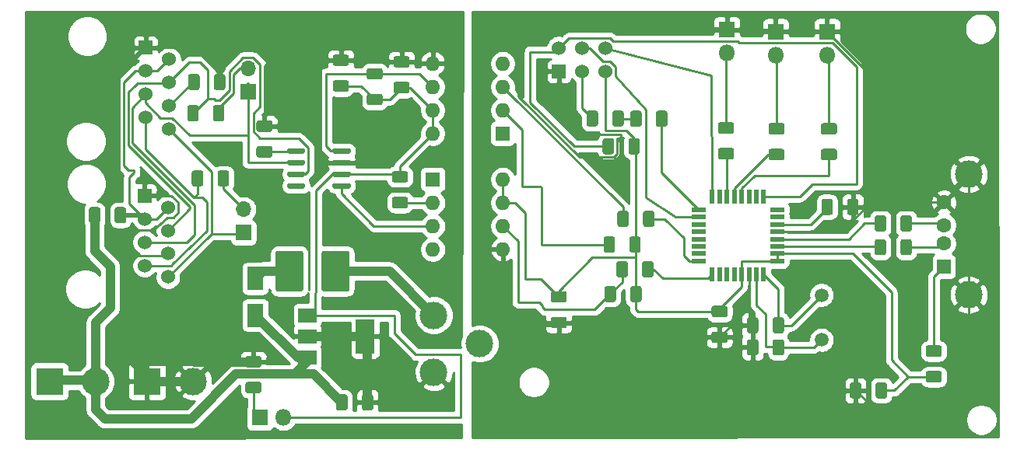
<source format=gbr>
%TF.GenerationSoftware,KiCad,Pcbnew,5.1.6-c6e7f7d~87~ubuntu18.04.1*%
%TF.CreationDate,2021-03-29T12:27:15+02:00*%
%TF.ProjectId,sboxnet2usb,73626f78-6e65-4743-9275-73622e6b6963,rev?*%
%TF.SameCoordinates,Original*%
%TF.FileFunction,Copper,L2,Bot*%
%TF.FilePolarity,Positive*%
%FSLAX46Y46*%
G04 Gerber Fmt 4.6, Leading zero omitted, Abs format (unit mm)*
G04 Created by KiCad (PCBNEW 5.1.6-c6e7f7d~87~ubuntu18.04.1) date 2021-03-29 12:27:15*
%MOMM*%
%LPD*%
G01*
G04 APERTURE LIST*
%TA.AperFunction,SMDPad,CuDef*%
%ADD10R,1.800000X2.500000*%
%TD*%
%TA.AperFunction,ComponentPad*%
%ADD11C,1.600000*%
%TD*%
%TA.AperFunction,ComponentPad*%
%ADD12R,1.500000X1.600000*%
%TD*%
%TA.AperFunction,ComponentPad*%
%ADD13C,3.000000*%
%TD*%
%TA.AperFunction,ComponentPad*%
%ADD14R,1.524000X1.524000*%
%TD*%
%TA.AperFunction,ComponentPad*%
%ADD15C,1.524000*%
%TD*%
%TA.AperFunction,ComponentPad*%
%ADD16O,1.700000X1.700000*%
%TD*%
%TA.AperFunction,ComponentPad*%
%ADD17R,1.700000X1.700000*%
%TD*%
%TA.AperFunction,ComponentPad*%
%ADD18R,3.000000X3.000000*%
%TD*%
%TA.AperFunction,SMDPad,CuDef*%
%ADD19R,2.000000X1.500000*%
%TD*%
%TA.AperFunction,SMDPad,CuDef*%
%ADD20R,2.000000X3.800000*%
%TD*%
%TA.AperFunction,ComponentPad*%
%ADD21C,1.500000*%
%TD*%
%TA.AperFunction,ComponentPad*%
%ADD22O,1.600000X1.600000*%
%TD*%
%TA.AperFunction,ComponentPad*%
%ADD23R,1.600000X1.600000*%
%TD*%
%TA.AperFunction,SMDPad,CuDef*%
%ADD24R,1.600000X0.550000*%
%TD*%
%TA.AperFunction,SMDPad,CuDef*%
%ADD25R,0.550000X1.600000*%
%TD*%
%TA.AperFunction,ComponentPad*%
%ADD26O,1.800000X1.800000*%
%TD*%
%TA.AperFunction,ComponentPad*%
%ADD27R,1.800000X1.800000*%
%TD*%
%TA.AperFunction,Conductor*%
%ADD28C,0.250000*%
%TD*%
%TA.AperFunction,Conductor*%
%ADD29C,1.000000*%
%TD*%
%TA.AperFunction,Conductor*%
%ADD30C,0.500000*%
%TD*%
%TA.AperFunction,Conductor*%
%ADD31C,0.254000*%
%TD*%
G04 APERTURE END LIST*
%TO.P,R10,2*%
%TO.N,GND1*%
%TA.AperFunction,SMDPad,CuDef*%
G36*
G01*
X176200000Y-92725000D02*
X174950000Y-92725000D01*
G75*
G02*
X174700000Y-92475000I0J250000D01*
G01*
X174700000Y-91725000D01*
G75*
G02*
X174950000Y-91475000I250000J0D01*
G01*
X176200000Y-91475000D01*
G75*
G02*
X176450000Y-91725000I0J-250000D01*
G01*
X176450000Y-92475000D01*
G75*
G02*
X176200000Y-92725000I-250000J0D01*
G01*
G37*
%TD.AperFunction*%
%TO.P,R10,1*%
%TO.N,Net-(R10-Pad1)*%
%TA.AperFunction,SMDPad,CuDef*%
G36*
G01*
X176200000Y-95525000D02*
X174950000Y-95525000D01*
G75*
G02*
X174700000Y-95275000I0J250000D01*
G01*
X174700000Y-94525000D01*
G75*
G02*
X174950000Y-94275000I250000J0D01*
G01*
X176200000Y-94275000D01*
G75*
G02*
X176450000Y-94525000I0J-250000D01*
G01*
X176450000Y-95275000D01*
G75*
G02*
X176200000Y-95525000I-250000J0D01*
G01*
G37*
%TD.AperFunction*%
%TD*%
D10*
%TO.P,D5,2*%
%TO.N,Net-(D5-Pad2)*%
X174600000Y-108700000D03*
%TO.P,D5,1*%
%TO.N,+9V*%
X174600000Y-112700000D03*
%TD*%
D11*
%TO.P,J1,4*%
%TO.N,GND*%
X249500000Y-100400000D03*
%TO.P,J1,3*%
%TO.N,Net-(J1-Pad3)*%
X249500000Y-102900000D03*
%TO.P,J1,2*%
%TO.N,Net-(J1-Pad2)*%
X249500000Y-104900000D03*
D12*
%TO.P,J1,1*%
%TO.N,Net-(J1-Pad1)*%
X249500000Y-107400000D03*
D13*
%TO.P,J1,5*%
%TO.N,GND*%
X252210000Y-97330000D03*
X252210000Y-110470000D03*
%TD*%
%TO.P,R13,2*%
%TO.N,DCC_A*%
%TA.AperFunction,SMDPad,CuDef*%
G36*
G01*
X168925001Y-97175000D02*
X168925001Y-98425000D01*
G75*
G02*
X168675001Y-98675000I-250000J0D01*
G01*
X167925001Y-98675000D01*
G75*
G02*
X167675001Y-98425000I0J250000D01*
G01*
X167675001Y-97175000D01*
G75*
G02*
X167925001Y-96925000I250000J0D01*
G01*
X168675001Y-96925000D01*
G75*
G02*
X168925001Y-97175000I0J-250000D01*
G01*
G37*
%TD.AperFunction*%
%TO.P,R13,1*%
%TO.N,Net-(J5-Pad2)*%
%TA.AperFunction,SMDPad,CuDef*%
G36*
G01*
X171725001Y-97175000D02*
X171725001Y-98425000D01*
G75*
G02*
X171475001Y-98675000I-250000J0D01*
G01*
X170725001Y-98675000D01*
G75*
G02*
X170475001Y-98425000I0J250000D01*
G01*
X170475001Y-97175000D01*
G75*
G02*
X170725001Y-96925000I250000J0D01*
G01*
X171475001Y-96925000D01*
G75*
G02*
X171725001Y-97175000I0J-250000D01*
G01*
G37*
%TD.AperFunction*%
%TD*%
D14*
%TO.P,J3,1*%
%TO.N,GND1*%
X162550000Y-99660000D03*
D15*
%TO.P,J3,2*%
%TO.N,Net-(J3-Pad2)*%
X165090000Y-100930000D03*
%TO.P,J3,3*%
X162550000Y-102200000D03*
%TO.P,J3,4*%
%TO.N,CANL*%
X165090000Y-103470000D03*
%TO.P,J3,5*%
%TO.N,CANH*%
X162550000Y-104740000D03*
%TO.P,J3,7*%
%TO.N,DCC_A*%
X162550000Y-107280000D03*
%TO.P,J3,6*%
%TO.N,GND1*%
X165090000Y-106005000D03*
%TO.P,J3,8*%
%TO.N,DCC_B*%
X165090000Y-108545000D03*
%TD*%
D14*
%TO.P,J4,1*%
%TO.N,GND1*%
X162650000Y-83560000D03*
D15*
%TO.P,J4,2*%
%TO.N,Net-(J3-Pad2)*%
X165190000Y-84830000D03*
%TO.P,J4,3*%
X162650000Y-86100000D03*
%TO.P,J4,4*%
%TO.N,CANL*%
X165190000Y-87370000D03*
%TO.P,J4,5*%
%TO.N,CANH*%
X162650000Y-88640000D03*
%TO.P,J4,7*%
%TO.N,DCC_A*%
X162650000Y-91180000D03*
%TO.P,J4,6*%
%TO.N,Net-(J4-Pad6)*%
X165190000Y-89905000D03*
%TO.P,J4,8*%
%TO.N,DCC_B*%
X165190000Y-92445000D03*
%TD*%
%TO.P,R17,2*%
%TO.N,GND1*%
%TA.AperFunction,SMDPad,CuDef*%
G36*
G01*
X170075000Y-87925000D02*
X170075000Y-86675000D01*
G75*
G02*
X170325000Y-86425000I250000J0D01*
G01*
X171075000Y-86425000D01*
G75*
G02*
X171325000Y-86675000I0J-250000D01*
G01*
X171325000Y-87925000D01*
G75*
G02*
X171075000Y-88175000I-250000J0D01*
G01*
X170325000Y-88175000D01*
G75*
G02*
X170075000Y-87925000I0J250000D01*
G01*
G37*
%TD.AperFunction*%
%TO.P,R17,1*%
%TO.N,Net-(J4-Pad6)*%
%TA.AperFunction,SMDPad,CuDef*%
G36*
G01*
X167275000Y-87925000D02*
X167275000Y-86675000D01*
G75*
G02*
X167525000Y-86425000I250000J0D01*
G01*
X168275000Y-86425000D01*
G75*
G02*
X168525000Y-86675000I0J-250000D01*
G01*
X168525000Y-87925000D01*
G75*
G02*
X168275000Y-88175000I-250000J0D01*
G01*
X167525000Y-88175000D01*
G75*
G02*
X167275000Y-87925000I0J250000D01*
G01*
G37*
%TD.AperFunction*%
%TD*%
D16*
%TO.P,J5,2*%
%TO.N,Net-(J5-Pad2)*%
X173300000Y-101160000D03*
D17*
%TO.P,J5,1*%
%TO.N,DCC_B*%
X173300000Y-103700000D03*
%TD*%
%TO.P,R18,2*%
%TO.N,+9V*%
%TA.AperFunction,SMDPad,CuDef*%
G36*
G01*
X157725000Y-101175000D02*
X157725000Y-102425000D01*
G75*
G02*
X157475000Y-102675000I-250000J0D01*
G01*
X156725000Y-102675000D01*
G75*
G02*
X156475000Y-102425000I0J250000D01*
G01*
X156475000Y-101175000D01*
G75*
G02*
X156725000Y-100925000I250000J0D01*
G01*
X157475000Y-100925000D01*
G75*
G02*
X157725000Y-101175000I0J-250000D01*
G01*
G37*
%TD.AperFunction*%
%TO.P,R18,1*%
%TO.N,Net-(J3-Pad2)*%
%TA.AperFunction,SMDPad,CuDef*%
G36*
G01*
X160525000Y-101175000D02*
X160525000Y-102425000D01*
G75*
G02*
X160275000Y-102675000I-250000J0D01*
G01*
X159525000Y-102675000D01*
G75*
G02*
X159275000Y-102425000I0J250000D01*
G01*
X159275000Y-101175000D01*
G75*
G02*
X159525000Y-100925000I250000J0D01*
G01*
X160275000Y-100925000D01*
G75*
G02*
X160525000Y-101175000I0J-250000D01*
G01*
G37*
%TD.AperFunction*%
%TD*%
%TO.P,R14,2*%
%TO.N,CANL*%
%TA.AperFunction,SMDPad,CuDef*%
G36*
G01*
X168425000Y-90075000D02*
X168425000Y-91325000D01*
G75*
G02*
X168175000Y-91575000I-250000J0D01*
G01*
X167425000Y-91575000D01*
G75*
G02*
X167175000Y-91325000I0J250000D01*
G01*
X167175000Y-90075000D01*
G75*
G02*
X167425000Y-89825000I250000J0D01*
G01*
X168175000Y-89825000D01*
G75*
G02*
X168425000Y-90075000I0J-250000D01*
G01*
G37*
%TD.AperFunction*%
%TO.P,R14,1*%
%TO.N,Net-(J6-Pad2)*%
%TA.AperFunction,SMDPad,CuDef*%
G36*
G01*
X171225000Y-90075000D02*
X171225000Y-91325000D01*
G75*
G02*
X170975000Y-91575000I-250000J0D01*
G01*
X170225000Y-91575000D01*
G75*
G02*
X169975000Y-91325000I0J250000D01*
G01*
X169975000Y-90075000D01*
G75*
G02*
X170225000Y-89825000I250000J0D01*
G01*
X170975000Y-89825000D01*
G75*
G02*
X171225000Y-90075000I0J-250000D01*
G01*
G37*
%TD.AperFunction*%
%TD*%
%TO.P,U5,8*%
%TO.N,Net-(R10-Pad1)*%
%TA.AperFunction,SMDPad,CuDef*%
G36*
G01*
X180000000Y-94645000D02*
X180000000Y-94945000D01*
G75*
G02*
X179850000Y-95095000I-150000J0D01*
G01*
X178200000Y-95095000D01*
G75*
G02*
X178050000Y-94945000I0J150000D01*
G01*
X178050000Y-94645000D01*
G75*
G02*
X178200000Y-94495000I150000J0D01*
G01*
X179850000Y-94495000D01*
G75*
G02*
X180000000Y-94645000I0J-150000D01*
G01*
G37*
%TD.AperFunction*%
%TO.P,U5,7*%
%TO.N,CANH*%
%TA.AperFunction,SMDPad,CuDef*%
G36*
G01*
X180000000Y-95915000D02*
X180000000Y-96215000D01*
G75*
G02*
X179850000Y-96365000I-150000J0D01*
G01*
X178200000Y-96365000D01*
G75*
G02*
X178050000Y-96215000I0J150000D01*
G01*
X178050000Y-95915000D01*
G75*
G02*
X178200000Y-95765000I150000J0D01*
G01*
X179850000Y-95765000D01*
G75*
G02*
X180000000Y-95915000I0J-150000D01*
G01*
G37*
%TD.AperFunction*%
%TO.P,U5,6*%
%TO.N,CANL*%
%TA.AperFunction,SMDPad,CuDef*%
G36*
G01*
X180000000Y-97185000D02*
X180000000Y-97485000D01*
G75*
G02*
X179850000Y-97635000I-150000J0D01*
G01*
X178200000Y-97635000D01*
G75*
G02*
X178050000Y-97485000I0J150000D01*
G01*
X178050000Y-97185000D01*
G75*
G02*
X178200000Y-97035000I150000J0D01*
G01*
X179850000Y-97035000D01*
G75*
G02*
X180000000Y-97185000I0J-150000D01*
G01*
G37*
%TD.AperFunction*%
%TO.P,U5,5*%
%TO.N,Net-(U5-Pad5)*%
%TA.AperFunction,SMDPad,CuDef*%
G36*
G01*
X180000000Y-98455000D02*
X180000000Y-98755000D01*
G75*
G02*
X179850000Y-98905000I-150000J0D01*
G01*
X178200000Y-98905000D01*
G75*
G02*
X178050000Y-98755000I0J150000D01*
G01*
X178050000Y-98455000D01*
G75*
G02*
X178200000Y-98305000I150000J0D01*
G01*
X179850000Y-98305000D01*
G75*
G02*
X180000000Y-98455000I0J-150000D01*
G01*
G37*
%TD.AperFunction*%
%TO.P,U5,4*%
%TO.N,R*%
%TA.AperFunction,SMDPad,CuDef*%
G36*
G01*
X184950000Y-98455000D02*
X184950000Y-98755000D01*
G75*
G02*
X184800000Y-98905000I-150000J0D01*
G01*
X183150000Y-98905000D01*
G75*
G02*
X183000000Y-98755000I0J150000D01*
G01*
X183000000Y-98455000D01*
G75*
G02*
X183150000Y-98305000I150000J0D01*
G01*
X184800000Y-98305000D01*
G75*
G02*
X184950000Y-98455000I0J-150000D01*
G01*
G37*
%TD.AperFunction*%
%TO.P,U5,3*%
%TO.N,+5VP*%
%TA.AperFunction,SMDPad,CuDef*%
G36*
G01*
X184950000Y-97185000D02*
X184950000Y-97485000D01*
G75*
G02*
X184800000Y-97635000I-150000J0D01*
G01*
X183150000Y-97635000D01*
G75*
G02*
X183000000Y-97485000I0J150000D01*
G01*
X183000000Y-97185000D01*
G75*
G02*
X183150000Y-97035000I150000J0D01*
G01*
X184800000Y-97035000D01*
G75*
G02*
X184950000Y-97185000I0J-150000D01*
G01*
G37*
%TD.AperFunction*%
%TO.P,U5,2*%
%TO.N,GND1*%
%TA.AperFunction,SMDPad,CuDef*%
G36*
G01*
X184950000Y-95915000D02*
X184950000Y-96215000D01*
G75*
G02*
X184800000Y-96365000I-150000J0D01*
G01*
X183150000Y-96365000D01*
G75*
G02*
X183000000Y-96215000I0J150000D01*
G01*
X183000000Y-95915000D01*
G75*
G02*
X183150000Y-95765000I150000J0D01*
G01*
X184800000Y-95765000D01*
G75*
G02*
X184950000Y-95915000I0J-150000D01*
G01*
G37*
%TD.AperFunction*%
%TO.P,U5,1*%
%TO.N,T*%
%TA.AperFunction,SMDPad,CuDef*%
G36*
G01*
X184950000Y-94645000D02*
X184950000Y-94945000D01*
G75*
G02*
X184800000Y-95095000I-150000J0D01*
G01*
X183150000Y-95095000D01*
G75*
G02*
X183000000Y-94945000I0J150000D01*
G01*
X183000000Y-94645000D01*
G75*
G02*
X183150000Y-94495000I150000J0D01*
G01*
X184800000Y-94495000D01*
G75*
G02*
X184950000Y-94645000I0J-150000D01*
G01*
G37*
%TD.AperFunction*%
%TD*%
D16*
%TO.P,J6,2*%
%TO.N,Net-(J6-Pad2)*%
X173800000Y-85835000D03*
D17*
%TO.P,J6,1*%
%TO.N,CANH*%
X173800000Y-88375000D03*
%TD*%
D13*
%TO.P,J7,2*%
%TO.N,+9V*%
X157200000Y-119900000D03*
D18*
%TO.P,J7,1*%
X152200000Y-119900000D03*
%TD*%
%TO.P,R11,2*%
%TO.N,Net-(D4-Pad1)*%
%TA.AperFunction,SMDPad,CuDef*%
G36*
G01*
X173750000Y-119950000D02*
X175000000Y-119950000D01*
G75*
G02*
X175250000Y-120200000I0J-250000D01*
G01*
X175250000Y-120950000D01*
G75*
G02*
X175000000Y-121200000I-250000J0D01*
G01*
X173750000Y-121200000D01*
G75*
G02*
X173500000Y-120950000I0J250000D01*
G01*
X173500000Y-120200000D01*
G75*
G02*
X173750000Y-119950000I250000J0D01*
G01*
G37*
%TD.AperFunction*%
%TO.P,R11,1*%
%TO.N,GND1*%
%TA.AperFunction,SMDPad,CuDef*%
G36*
G01*
X173750000Y-117150000D02*
X175000000Y-117150000D01*
G75*
G02*
X175250000Y-117400000I0J-250000D01*
G01*
X175250000Y-118150000D01*
G75*
G02*
X175000000Y-118400000I-250000J0D01*
G01*
X173750000Y-118400000D01*
G75*
G02*
X173500000Y-118150000I0J250000D01*
G01*
X173500000Y-117400000D01*
G75*
G02*
X173750000Y-117150000I250000J0D01*
G01*
G37*
%TD.AperFunction*%
%TD*%
%TO.P,TH2,2*%
%TO.N,Net-(J2-Pad1)*%
%TA.AperFunction,SMDPad,CuDef*%
G36*
G01*
X181800000Y-109874999D02*
X181800000Y-105925001D01*
G75*
G02*
X182050001Y-105675000I250001J0D01*
G01*
X184574999Y-105675000D01*
G75*
G02*
X184825000Y-105925001I0J-250001D01*
G01*
X184825000Y-109874999D01*
G75*
G02*
X184574999Y-110125000I-250001J0D01*
G01*
X182050001Y-110125000D01*
G75*
G02*
X181800000Y-109874999I0J250001D01*
G01*
G37*
%TD.AperFunction*%
%TO.P,TH2,1*%
%TO.N,Net-(D5-Pad2)*%
%TA.AperFunction,SMDPad,CuDef*%
G36*
G01*
X176775000Y-109874999D02*
X176775000Y-105925001D01*
G75*
G02*
X177025001Y-105675000I250001J0D01*
G01*
X179549999Y-105675000D01*
G75*
G02*
X179800000Y-105925001I0J-250001D01*
G01*
X179800000Y-109874999D01*
G75*
G02*
X179549999Y-110125000I-250001J0D01*
G01*
X177025001Y-110125000D01*
G75*
G02*
X176775000Y-109874999I0J250001D01*
G01*
G37*
%TD.AperFunction*%
%TD*%
%TO.P,C8,2*%
%TO.N,+9V*%
%TA.AperFunction,SMDPad,CuDef*%
G36*
G01*
X184625000Y-121575000D02*
X184625000Y-122825000D01*
G75*
G02*
X184375000Y-123075000I-250000J0D01*
G01*
X183625000Y-123075000D01*
G75*
G02*
X183375000Y-122825000I0J250000D01*
G01*
X183375000Y-121575000D01*
G75*
G02*
X183625000Y-121325000I250000J0D01*
G01*
X184375000Y-121325000D01*
G75*
G02*
X184625000Y-121575000I0J-250000D01*
G01*
G37*
%TD.AperFunction*%
%TO.P,C8,1*%
%TO.N,GND1*%
%TA.AperFunction,SMDPad,CuDef*%
G36*
G01*
X187425000Y-121575000D02*
X187425000Y-122825000D01*
G75*
G02*
X187175000Y-123075000I-250000J0D01*
G01*
X186425000Y-123075000D01*
G75*
G02*
X186175000Y-122825000I0J250000D01*
G01*
X186175000Y-121575000D01*
G75*
G02*
X186425000Y-121325000I250000J0D01*
G01*
X187175000Y-121325000D01*
G75*
G02*
X187425000Y-121575000I0J-250000D01*
G01*
G37*
%TD.AperFunction*%
%TD*%
%TO.P,R8,2*%
%TO.N,+5VP*%
%TA.AperFunction,SMDPad,CuDef*%
G36*
G01*
X190950000Y-98250000D02*
X189700000Y-98250000D01*
G75*
G02*
X189450000Y-98000000I0J250000D01*
G01*
X189450000Y-97250000D01*
G75*
G02*
X189700000Y-97000000I250000J0D01*
G01*
X190950000Y-97000000D01*
G75*
G02*
X191200000Y-97250000I0J-250000D01*
G01*
X191200000Y-98000000D01*
G75*
G02*
X190950000Y-98250000I-250000J0D01*
G01*
G37*
%TD.AperFunction*%
%TO.P,R8,1*%
%TO.N,Net-(R8-Pad1)*%
%TA.AperFunction,SMDPad,CuDef*%
G36*
G01*
X190950000Y-101050000D02*
X189700000Y-101050000D01*
G75*
G02*
X189450000Y-100800000I0J250000D01*
G01*
X189450000Y-100050000D01*
G75*
G02*
X189700000Y-99800000I250000J0D01*
G01*
X190950000Y-99800000D01*
G75*
G02*
X191200000Y-100050000I0J-250000D01*
G01*
X191200000Y-100800000D01*
G75*
G02*
X190950000Y-101050000I-250000J0D01*
G01*
G37*
%TD.AperFunction*%
%TD*%
D13*
%TO.P,J2,3*%
%TO.N,GND1*%
X194000000Y-118900000D03*
%TO.P,J2,2*%
%TO.N,N/C*%
X199000000Y-115800000D03*
%TO.P,J2,1*%
%TO.N,Net-(J2-Pad1)*%
X194000000Y-112700000D03*
%TD*%
%TO.P,J8,2*%
%TO.N,GND1*%
X167800000Y-119900000D03*
D18*
%TO.P,J8,1*%
X162800000Y-119900000D03*
%TD*%
%TO.P,R21,2*%
%TO.N,Net-(R20-Pad1)*%
%TA.AperFunction,SMDPad,CuDef*%
G36*
G01*
X213425000Y-91900000D02*
X213425000Y-90650000D01*
G75*
G02*
X213675000Y-90400000I250000J0D01*
G01*
X214425000Y-90400000D01*
G75*
G02*
X214675000Y-90650000I0J-250000D01*
G01*
X214675000Y-91900000D01*
G75*
G02*
X214425000Y-92150000I-250000J0D01*
G01*
X213675000Y-92150000D01*
G75*
G02*
X213425000Y-91900000I0J250000D01*
G01*
G37*
%TD.AperFunction*%
%TO.P,R21,1*%
%TO.N,MOSI*%
%TA.AperFunction,SMDPad,CuDef*%
G36*
G01*
X210625000Y-91900000D02*
X210625000Y-90650000D01*
G75*
G02*
X210875000Y-90400000I250000J0D01*
G01*
X211625000Y-90400000D01*
G75*
G02*
X211875000Y-90650000I0J-250000D01*
G01*
X211875000Y-91900000D01*
G75*
G02*
X211625000Y-92150000I-250000J0D01*
G01*
X210875000Y-92150000D01*
G75*
G02*
X210625000Y-91900000I0J250000D01*
G01*
G37*
%TD.AperFunction*%
%TD*%
%TO.P,R20,2*%
%TO.N,Net-(R20-Pad2)*%
%TA.AperFunction,SMDPad,CuDef*%
G36*
G01*
X218175000Y-91925000D02*
X218175000Y-90675000D01*
G75*
G02*
X218425000Y-90425000I250000J0D01*
G01*
X219175000Y-90425000D01*
G75*
G02*
X219425000Y-90675000I0J-250000D01*
G01*
X219425000Y-91925000D01*
G75*
G02*
X219175000Y-92175000I-250000J0D01*
G01*
X218425000Y-92175000D01*
G75*
G02*
X218175000Y-91925000I0J250000D01*
G01*
G37*
%TD.AperFunction*%
%TO.P,R20,1*%
%TO.N,Net-(R20-Pad1)*%
%TA.AperFunction,SMDPad,CuDef*%
G36*
G01*
X215375000Y-91925000D02*
X215375000Y-90675000D01*
G75*
G02*
X215625000Y-90425000I250000J0D01*
G01*
X216375000Y-90425000D01*
G75*
G02*
X216625000Y-90675000I0J-250000D01*
G01*
X216625000Y-91925000D01*
G75*
G02*
X216375000Y-92175000I-250000J0D01*
G01*
X215625000Y-92175000D01*
G75*
G02*
X215375000Y-91925000I0J250000D01*
G01*
G37*
%TD.AperFunction*%
%TD*%
%TO.P,C7,2*%
%TO.N,+5VP*%
%TA.AperFunction,SMDPad,CuDef*%
G36*
G01*
X183275000Y-87099999D02*
X184525000Y-87099999D01*
G75*
G02*
X184775000Y-87349999I0J-250000D01*
G01*
X184775000Y-88099999D01*
G75*
G02*
X184525000Y-88349999I-250000J0D01*
G01*
X183275000Y-88349999D01*
G75*
G02*
X183025000Y-88099999I0J250000D01*
G01*
X183025000Y-87349999D01*
G75*
G02*
X183275000Y-87099999I250000J0D01*
G01*
G37*
%TD.AperFunction*%
%TO.P,C7,1*%
%TO.N,GND1*%
%TA.AperFunction,SMDPad,CuDef*%
G36*
G01*
X183275000Y-84299999D02*
X184525000Y-84299999D01*
G75*
G02*
X184775000Y-84549999I0J-250000D01*
G01*
X184775000Y-85299999D01*
G75*
G02*
X184525000Y-85549999I-250000J0D01*
G01*
X183275000Y-85549999D01*
G75*
G02*
X183025000Y-85299999I0J250000D01*
G01*
X183025000Y-84549999D01*
G75*
G02*
X183275000Y-84299999I250000J0D01*
G01*
G37*
%TD.AperFunction*%
%TD*%
%TO.P,C9,2*%
%TO.N,+5VP*%
%TA.AperFunction,SMDPad,CuDef*%
G36*
G01*
X189875000Y-87275000D02*
X191125000Y-87275000D01*
G75*
G02*
X191375000Y-87525000I0J-250000D01*
G01*
X191375000Y-88275000D01*
G75*
G02*
X191125000Y-88525000I-250000J0D01*
G01*
X189875000Y-88525000D01*
G75*
G02*
X189625000Y-88275000I0J250000D01*
G01*
X189625000Y-87525000D01*
G75*
G02*
X189875000Y-87275000I250000J0D01*
G01*
G37*
%TD.AperFunction*%
%TO.P,C9,1*%
%TO.N,GND1*%
%TA.AperFunction,SMDPad,CuDef*%
G36*
G01*
X189875000Y-84475000D02*
X191125000Y-84475000D01*
G75*
G02*
X191375000Y-84725000I0J-250000D01*
G01*
X191375000Y-85475000D01*
G75*
G02*
X191125000Y-85725000I-250000J0D01*
G01*
X189875000Y-85725000D01*
G75*
G02*
X189625000Y-85475000I0J250000D01*
G01*
X189625000Y-84725000D01*
G75*
G02*
X189875000Y-84475000I250000J0D01*
G01*
G37*
%TD.AperFunction*%
%TD*%
D19*
%TO.P,U6,1*%
%TO.N,+9V*%
X180250000Y-117300000D03*
%TO.P,U6,3*%
%TO.N,+5VP*%
X180250000Y-112700000D03*
%TO.P,U6,2*%
%TO.N,GND1*%
X180250000Y-115000000D03*
D20*
X186550000Y-115000000D03*
%TD*%
%TO.P,R16,2*%
%TO.N,RXD1*%
%TA.AperFunction,SMDPad,CuDef*%
G36*
G01*
X216675000Y-108325000D02*
X216675000Y-107075000D01*
G75*
G02*
X216925000Y-106825000I250000J0D01*
G01*
X217675000Y-106825000D01*
G75*
G02*
X217925000Y-107075000I0J-250000D01*
G01*
X217925000Y-108325000D01*
G75*
G02*
X217675000Y-108575000I-250000J0D01*
G01*
X216925000Y-108575000D01*
G75*
G02*
X216675000Y-108325000I0J250000D01*
G01*
G37*
%TD.AperFunction*%
%TO.P,R16,1*%
%TO.N,Net-(R16-Pad1)*%
%TA.AperFunction,SMDPad,CuDef*%
G36*
G01*
X213875000Y-108325000D02*
X213875000Y-107075000D01*
G75*
G02*
X214125000Y-106825000I250000J0D01*
G01*
X214875000Y-106825000D01*
G75*
G02*
X215125000Y-107075000I0J-250000D01*
G01*
X215125000Y-108325000D01*
G75*
G02*
X214875000Y-108575000I-250000J0D01*
G01*
X214125000Y-108575000D01*
G75*
G02*
X213875000Y-108325000I0J250000D01*
G01*
G37*
%TD.AperFunction*%
%TD*%
%TO.P,R15,2*%
%TO.N,TXD1*%
%TA.AperFunction,SMDPad,CuDef*%
G36*
G01*
X216775000Y-102825000D02*
X216775000Y-101575000D01*
G75*
G02*
X217025000Y-101325000I250000J0D01*
G01*
X217775000Y-101325000D01*
G75*
G02*
X218025000Y-101575000I0J-250000D01*
G01*
X218025000Y-102825000D01*
G75*
G02*
X217775000Y-103075000I-250000J0D01*
G01*
X217025000Y-103075000D01*
G75*
G02*
X216775000Y-102825000I0J250000D01*
G01*
G37*
%TD.AperFunction*%
%TO.P,R15,1*%
%TO.N,Net-(R15-Pad1)*%
%TA.AperFunction,SMDPad,CuDef*%
G36*
G01*
X213975000Y-102825000D02*
X213975000Y-101575000D01*
G75*
G02*
X214225000Y-101325000I250000J0D01*
G01*
X214975000Y-101325000D01*
G75*
G02*
X215225000Y-101575000I0J-250000D01*
G01*
X215225000Y-102825000D01*
G75*
G02*
X214975000Y-103075000I-250000J0D01*
G01*
X214225000Y-103075000D01*
G75*
G02*
X213975000Y-102825000I0J250000D01*
G01*
G37*
%TD.AperFunction*%
%TD*%
%TO.P,R12,2*%
%TO.N,RESET*%
%TA.AperFunction,SMDPad,CuDef*%
G36*
G01*
X213625000Y-93675000D02*
X213625000Y-94925000D01*
G75*
G02*
X213375000Y-95175000I-250000J0D01*
G01*
X212625000Y-95175000D01*
G75*
G02*
X212375000Y-94925000I0J250000D01*
G01*
X212375000Y-93675000D01*
G75*
G02*
X212625000Y-93425000I250000J0D01*
G01*
X213375000Y-93425000D01*
G75*
G02*
X213625000Y-93675000I0J-250000D01*
G01*
G37*
%TD.AperFunction*%
%TO.P,R12,1*%
%TO.N,+5V*%
%TA.AperFunction,SMDPad,CuDef*%
G36*
G01*
X216425000Y-93675000D02*
X216425000Y-94925000D01*
G75*
G02*
X216175000Y-95175000I-250000J0D01*
G01*
X215425000Y-95175000D01*
G75*
G02*
X215175000Y-94925000I0J250000D01*
G01*
X215175000Y-93675000D01*
G75*
G02*
X215425000Y-93425000I250000J0D01*
G01*
X216175000Y-93425000D01*
G75*
G02*
X216425000Y-93675000I0J-250000D01*
G01*
G37*
%TD.AperFunction*%
%TD*%
%TO.P,C5,2*%
%TO.N,+5V*%
%TA.AperFunction,SMDPad,CuDef*%
G36*
G01*
X225724999Y-112925000D02*
X224474999Y-112925000D01*
G75*
G02*
X224224999Y-112675000I0J250000D01*
G01*
X224224999Y-111925000D01*
G75*
G02*
X224474999Y-111675000I250000J0D01*
G01*
X225724999Y-111675000D01*
G75*
G02*
X225974999Y-111925000I0J-250000D01*
G01*
X225974999Y-112675000D01*
G75*
G02*
X225724999Y-112925000I-250000J0D01*
G01*
G37*
%TD.AperFunction*%
%TO.P,C5,1*%
%TO.N,GND*%
%TA.AperFunction,SMDPad,CuDef*%
G36*
G01*
X225724999Y-115725000D02*
X224474999Y-115725000D01*
G75*
G02*
X224224999Y-115475000I0J250000D01*
G01*
X224224999Y-114725000D01*
G75*
G02*
X224474999Y-114475000I250000J0D01*
G01*
X225724999Y-114475000D01*
G75*
G02*
X225974999Y-114725000I0J-250000D01*
G01*
X225974999Y-115475000D01*
G75*
G02*
X225724999Y-115725000I-250000J0D01*
G01*
G37*
%TD.AperFunction*%
%TD*%
D21*
%TO.P,Y1,2*%
%TO.N,Net-(C2-Pad1)*%
X236200000Y-115380000D03*
%TO.P,Y1,1*%
%TO.N,Net-(C1-Pad1)*%
X236200000Y-110500000D03*
%TD*%
D22*
%TO.P,U4,8*%
%TO.N,+5V*%
X201520000Y-97900000D03*
%TO.P,U4,4*%
%TO.N,N/C*%
X193900000Y-105520000D03*
%TO.P,U4,7*%
%TO.N,+5V*%
X201520000Y-100440000D03*
%TO.P,U4,3*%
%TO.N,R*%
X193900000Y-102980000D03*
%TO.P,U4,6*%
%TO.N,Net-(R16-Pad1)*%
X201520000Y-102980000D03*
%TO.P,U4,2*%
%TO.N,Net-(R8-Pad1)*%
X193900000Y-100440000D03*
%TO.P,U4,5*%
%TO.N,GND*%
X201520000Y-105520000D03*
D23*
%TO.P,U4,1*%
%TO.N,Net-(U4-Pad1)*%
X193900000Y-97900000D03*
%TD*%
D22*
%TO.P,U3,8*%
%TO.N,+5VP*%
X193880000Y-92900000D03*
%TO.P,U3,4*%
%TO.N,N/C*%
X201500000Y-85280000D03*
%TO.P,U3,7*%
%TO.N,+5VP*%
X193880000Y-90360000D03*
%TO.P,U3,3*%
%TO.N,Net-(R15-Pad1)*%
X201500000Y-87820000D03*
%TO.P,U3,6*%
%TO.N,T*%
X193880000Y-87820000D03*
%TO.P,U3,2*%
%TO.N,Net-(R6-Pad2)*%
X201500000Y-90360000D03*
%TO.P,U3,5*%
%TO.N,GND1*%
X193880000Y-85280000D03*
D23*
%TO.P,U3,1*%
%TO.N,Net-(U3-Pad1)*%
X201500000Y-92900000D03*
%TD*%
D14*
%TO.P,U2,6*%
%TO.N,GND*%
X207620000Y-86140000D03*
D15*
%TO.P,U2,5*%
%TO.N,RESET*%
X207620000Y-83600000D03*
%TO.P,U2,4*%
%TO.N,MOSI*%
X210160000Y-86140000D03*
%TO.P,U2,3*%
%TO.N,SCLK*%
X210160000Y-83600000D03*
%TO.P,U2,2*%
%TO.N,+5V*%
X212700000Y-86140000D03*
%TO.P,U2,1*%
%TO.N,MISO*%
X212700000Y-83600000D03*
%TD*%
D24*
%TO.P,U1,32*%
%TO.N,+5V*%
X231350000Y-106800000D03*
%TO.P,U1,31*%
X231350000Y-106000000D03*
%TO.P,U1,30*%
%TO.N,Net-(R2-Pad1)*%
X231350000Y-105200000D03*
%TO.P,U1,29*%
%TO.N,Net-(R1-Pad1)*%
X231350000Y-104400000D03*
%TO.P,U1,28*%
%TO.N,GND*%
X231350000Y-103600000D03*
%TO.P,U1,27*%
%TO.N,Net-(C4-Pad1)*%
X231350000Y-102800000D03*
%TO.P,U1,26*%
%TO.N,Net-(U1-Pad26)*%
X231350000Y-102000000D03*
%TO.P,U1,25*%
%TO.N,Net-(U1-Pad25)*%
X231350000Y-101200000D03*
D25*
%TO.P,U1,24*%
%TO.N,RESET*%
X229900000Y-99750000D03*
%TO.P,U1,23*%
%TO.N,Net-(U1-Pad23)*%
X229100000Y-99750000D03*
%TO.P,U1,22*%
%TO.N,Net-(U1-Pad22)*%
X228300000Y-99750000D03*
%TO.P,U1,21*%
%TO.N,LED_gl*%
X227500000Y-99750000D03*
%TO.P,U1,20*%
%TO.N,LED_gn*%
X226700000Y-99750000D03*
%TO.P,U1,19*%
%TO.N,LED_rt*%
X225900000Y-99750000D03*
%TO.P,U1,18*%
%TO.N,Net-(U1-Pad18)*%
X225100000Y-99750000D03*
%TO.P,U1,17*%
%TO.N,MISO*%
X224300000Y-99750000D03*
D24*
%TO.P,U1,16*%
%TO.N,Net-(R20-Pad2)*%
X222850000Y-101200000D03*
%TO.P,U1,15*%
%TO.N,SCLK*%
X222850000Y-102000000D03*
%TO.P,U1,14*%
%TO.N,Net-(U1-Pad14)*%
X222850000Y-102800000D03*
%TO.P,U1,13*%
%TO.N,Net-(U1-Pad13)*%
X222850000Y-103600000D03*
%TO.P,U1,12*%
%TO.N,Net-(U1-Pad12)*%
X222850000Y-104400000D03*
%TO.P,U1,11*%
%TO.N,Net-(U1-Pad11)*%
X222850000Y-105200000D03*
%TO.P,U1,10*%
%TO.N,Net-(U1-Pad10)*%
X222850000Y-106000000D03*
%TO.P,U1,9*%
%TO.N,TXD1*%
X222850000Y-106800000D03*
D25*
%TO.P,U1,8*%
%TO.N,RXD1*%
X224300000Y-108250000D03*
%TO.P,U1,7*%
%TO.N,Net-(U1-Pad7)*%
X225100000Y-108250000D03*
%TO.P,U1,6*%
%TO.N,Net-(U1-Pad6)*%
X225900000Y-108250000D03*
%TO.P,U1,5*%
%TO.N,Net-(U1-Pad5)*%
X226700000Y-108250000D03*
%TO.P,U1,4*%
%TO.N,+5V*%
X227500000Y-108250000D03*
%TO.P,U1,3*%
%TO.N,GND*%
X228300000Y-108250000D03*
%TO.P,U1,2*%
%TO.N,Net-(C2-Pad1)*%
X229100000Y-108250000D03*
%TO.P,U1,1*%
%TO.N,Net-(C1-Pad1)*%
X229900000Y-108250000D03*
%TD*%
%TO.P,TH1,2*%
%TO.N,Net-(J1-Pad1)*%
%TA.AperFunction,SMDPad,CuDef*%
G36*
G01*
X249025000Y-117225000D02*
X247775000Y-117225000D01*
G75*
G02*
X247525000Y-116975000I0J250000D01*
G01*
X247525000Y-116225000D01*
G75*
G02*
X247775000Y-115975000I250000J0D01*
G01*
X249025000Y-115975000D01*
G75*
G02*
X249275000Y-116225000I0J-250000D01*
G01*
X249275000Y-116975000D01*
G75*
G02*
X249025000Y-117225000I-250000J0D01*
G01*
G37*
%TD.AperFunction*%
%TO.P,TH1,1*%
%TO.N,+5V*%
%TA.AperFunction,SMDPad,CuDef*%
G36*
G01*
X249025000Y-120025000D02*
X247775000Y-120025000D01*
G75*
G02*
X247525000Y-119775000I0J250000D01*
G01*
X247525000Y-119025000D01*
G75*
G02*
X247775000Y-118775000I250000J0D01*
G01*
X249025000Y-118775000D01*
G75*
G02*
X249275000Y-119025000I0J-250000D01*
G01*
X249275000Y-119775000D01*
G75*
G02*
X249025000Y-120025000I-250000J0D01*
G01*
G37*
%TD.AperFunction*%
%TD*%
%TO.P,R7,2*%
%TO.N,Net-(D3-Pad2)*%
%TA.AperFunction,SMDPad,CuDef*%
G36*
G01*
X226425000Y-92925000D02*
X225175000Y-92925000D01*
G75*
G02*
X224925000Y-92675000I0J250000D01*
G01*
X224925000Y-91925000D01*
G75*
G02*
X225175000Y-91675000I250000J0D01*
G01*
X226425000Y-91675000D01*
G75*
G02*
X226675000Y-91925000I0J-250000D01*
G01*
X226675000Y-92675000D01*
G75*
G02*
X226425000Y-92925000I-250000J0D01*
G01*
G37*
%TD.AperFunction*%
%TO.P,R7,1*%
%TO.N,LED_rt*%
%TA.AperFunction,SMDPad,CuDef*%
G36*
G01*
X226425000Y-95725000D02*
X225175000Y-95725000D01*
G75*
G02*
X224925000Y-95475000I0J250000D01*
G01*
X224925000Y-94725000D01*
G75*
G02*
X225175000Y-94475000I250000J0D01*
G01*
X226425000Y-94475000D01*
G75*
G02*
X226675000Y-94725000I0J-250000D01*
G01*
X226675000Y-95475000D01*
G75*
G02*
X226425000Y-95725000I-250000J0D01*
G01*
G37*
%TD.AperFunction*%
%TD*%
%TO.P,R6,2*%
%TO.N,Net-(R6-Pad2)*%
%TA.AperFunction,SMDPad,CuDef*%
G36*
G01*
X213725000Y-104375000D02*
X213725000Y-105625000D01*
G75*
G02*
X213475000Y-105875000I-250000J0D01*
G01*
X212725000Y-105875000D01*
G75*
G02*
X212475000Y-105625000I0J250000D01*
G01*
X212475000Y-104375000D01*
G75*
G02*
X212725000Y-104125000I250000J0D01*
G01*
X213475000Y-104125000D01*
G75*
G02*
X213725000Y-104375000I0J-250000D01*
G01*
G37*
%TD.AperFunction*%
%TO.P,R6,1*%
%TO.N,+5V*%
%TA.AperFunction,SMDPad,CuDef*%
G36*
G01*
X216525000Y-104375000D02*
X216525000Y-105625000D01*
G75*
G02*
X216275000Y-105875000I-250000J0D01*
G01*
X215525000Y-105875000D01*
G75*
G02*
X215275000Y-105625000I0J250000D01*
G01*
X215275000Y-104375000D01*
G75*
G02*
X215525000Y-104125000I250000J0D01*
G01*
X216275000Y-104125000D01*
G75*
G02*
X216525000Y-104375000I0J-250000D01*
G01*
G37*
%TD.AperFunction*%
%TD*%
%TO.P,R5,2*%
%TO.N,Net-(D2-Pad2)*%
%TA.AperFunction,SMDPad,CuDef*%
G36*
G01*
X231925000Y-93025000D02*
X230675000Y-93025000D01*
G75*
G02*
X230425000Y-92775000I0J250000D01*
G01*
X230425000Y-92025000D01*
G75*
G02*
X230675000Y-91775000I250000J0D01*
G01*
X231925000Y-91775000D01*
G75*
G02*
X232175000Y-92025000I0J-250000D01*
G01*
X232175000Y-92775000D01*
G75*
G02*
X231925000Y-93025000I-250000J0D01*
G01*
G37*
%TD.AperFunction*%
%TO.P,R5,1*%
%TO.N,LED_gn*%
%TA.AperFunction,SMDPad,CuDef*%
G36*
G01*
X231925000Y-95825000D02*
X230675000Y-95825000D01*
G75*
G02*
X230425000Y-95575000I0J250000D01*
G01*
X230425000Y-94825000D01*
G75*
G02*
X230675000Y-94575000I250000J0D01*
G01*
X231925000Y-94575000D01*
G75*
G02*
X232175000Y-94825000I0J-250000D01*
G01*
X232175000Y-95575000D01*
G75*
G02*
X231925000Y-95825000I-250000J0D01*
G01*
G37*
%TD.AperFunction*%
%TD*%
%TO.P,R4,2*%
%TO.N,Net-(R16-Pad1)*%
%TA.AperFunction,SMDPad,CuDef*%
G36*
G01*
X213825000Y-109775000D02*
X213825000Y-111025000D01*
G75*
G02*
X213575000Y-111275000I-250000J0D01*
G01*
X212825000Y-111275000D01*
G75*
G02*
X212575000Y-111025000I0J250000D01*
G01*
X212575000Y-109775000D01*
G75*
G02*
X212825000Y-109525000I250000J0D01*
G01*
X213575000Y-109525000D01*
G75*
G02*
X213825000Y-109775000I0J-250000D01*
G01*
G37*
%TD.AperFunction*%
%TO.P,R4,1*%
%TO.N,+5V*%
%TA.AperFunction,SMDPad,CuDef*%
G36*
G01*
X216625000Y-109775000D02*
X216625000Y-111025000D01*
G75*
G02*
X216375000Y-111275000I-250000J0D01*
G01*
X215625000Y-111275000D01*
G75*
G02*
X215375000Y-111025000I0J250000D01*
G01*
X215375000Y-109775000D01*
G75*
G02*
X215625000Y-109525000I250000J0D01*
G01*
X216375000Y-109525000D01*
G75*
G02*
X216625000Y-109775000I0J-250000D01*
G01*
G37*
%TD.AperFunction*%
%TD*%
%TO.P,R3,2*%
%TO.N,Net-(D1-Pad2)*%
%TA.AperFunction,SMDPad,CuDef*%
G36*
G01*
X237625000Y-93025000D02*
X236375000Y-93025000D01*
G75*
G02*
X236125000Y-92775000I0J250000D01*
G01*
X236125000Y-92025000D01*
G75*
G02*
X236375000Y-91775000I250000J0D01*
G01*
X237625000Y-91775000D01*
G75*
G02*
X237875000Y-92025000I0J-250000D01*
G01*
X237875000Y-92775000D01*
G75*
G02*
X237625000Y-93025000I-250000J0D01*
G01*
G37*
%TD.AperFunction*%
%TO.P,R3,1*%
%TO.N,LED_gl*%
%TA.AperFunction,SMDPad,CuDef*%
G36*
G01*
X237625000Y-95825000D02*
X236375000Y-95825000D01*
G75*
G02*
X236125000Y-95575000I0J250000D01*
G01*
X236125000Y-94825000D01*
G75*
G02*
X236375000Y-94575000I250000J0D01*
G01*
X237625000Y-94575000D01*
G75*
G02*
X237875000Y-94825000I0J-250000D01*
G01*
X237875000Y-95575000D01*
G75*
G02*
X237625000Y-95825000I-250000J0D01*
G01*
G37*
%TD.AperFunction*%
%TD*%
%TO.P,R2,2*%
%TO.N,Net-(J1-Pad2)*%
%TA.AperFunction,SMDPad,CuDef*%
G36*
G01*
X244775000Y-105925000D02*
X244775000Y-104675000D01*
G75*
G02*
X245025000Y-104425000I250000J0D01*
G01*
X245775000Y-104425000D01*
G75*
G02*
X246025000Y-104675000I0J-250000D01*
G01*
X246025000Y-105925000D01*
G75*
G02*
X245775000Y-106175000I-250000J0D01*
G01*
X245025000Y-106175000D01*
G75*
G02*
X244775000Y-105925000I0J250000D01*
G01*
G37*
%TD.AperFunction*%
%TO.P,R2,1*%
%TO.N,Net-(R2-Pad1)*%
%TA.AperFunction,SMDPad,CuDef*%
G36*
G01*
X241975000Y-105925000D02*
X241975000Y-104675000D01*
G75*
G02*
X242225000Y-104425000I250000J0D01*
G01*
X242975000Y-104425000D01*
G75*
G02*
X243225000Y-104675000I0J-250000D01*
G01*
X243225000Y-105925000D01*
G75*
G02*
X242975000Y-106175000I-250000J0D01*
G01*
X242225000Y-106175000D01*
G75*
G02*
X241975000Y-105925000I0J250000D01*
G01*
G37*
%TD.AperFunction*%
%TD*%
%TO.P,R1,2*%
%TO.N,Net-(J1-Pad3)*%
%TA.AperFunction,SMDPad,CuDef*%
G36*
G01*
X244775000Y-103325000D02*
X244775000Y-102075000D01*
G75*
G02*
X245025000Y-101825000I250000J0D01*
G01*
X245775000Y-101825000D01*
G75*
G02*
X246025000Y-102075000I0J-250000D01*
G01*
X246025000Y-103325000D01*
G75*
G02*
X245775000Y-103575000I-250000J0D01*
G01*
X245025000Y-103575000D01*
G75*
G02*
X244775000Y-103325000I0J250000D01*
G01*
G37*
%TD.AperFunction*%
%TO.P,R1,1*%
%TO.N,Net-(R1-Pad1)*%
%TA.AperFunction,SMDPad,CuDef*%
G36*
G01*
X241975000Y-103325000D02*
X241975000Y-102075000D01*
G75*
G02*
X242225000Y-101825000I250000J0D01*
G01*
X242975000Y-101825000D01*
G75*
G02*
X243225000Y-102075000I0J-250000D01*
G01*
X243225000Y-103325000D01*
G75*
G02*
X242975000Y-103575000I-250000J0D01*
G01*
X242225000Y-103575000D01*
G75*
G02*
X241975000Y-103325000I0J250000D01*
G01*
G37*
%TD.AperFunction*%
%TD*%
D26*
%TO.P,D3,2*%
%TO.N,Net-(D3-Pad2)*%
X225900000Y-84140000D03*
D27*
%TO.P,D3,1*%
%TO.N,GND*%
X225900000Y-81600000D03*
%TD*%
D26*
%TO.P,D2,2*%
%TO.N,Net-(D2-Pad2)*%
X231200000Y-84340000D03*
D27*
%TO.P,D2,1*%
%TO.N,GND*%
X231200000Y-81800000D03*
%TD*%
D26*
%TO.P,D1,2*%
%TO.N,Net-(D1-Pad2)*%
X236800000Y-84340000D03*
D27*
%TO.P,D1,1*%
%TO.N,GND*%
X236800000Y-81800000D03*
%TD*%
%TO.P,C6,2*%
%TO.N,GND*%
%TA.AperFunction,SMDPad,CuDef*%
G36*
G01*
X206975000Y-112875000D02*
X208225000Y-112875000D01*
G75*
G02*
X208475000Y-113125000I0J-250000D01*
G01*
X208475000Y-113875000D01*
G75*
G02*
X208225000Y-114125000I-250000J0D01*
G01*
X206975000Y-114125000D01*
G75*
G02*
X206725000Y-113875000I0J250000D01*
G01*
X206725000Y-113125000D01*
G75*
G02*
X206975000Y-112875000I250000J0D01*
G01*
G37*
%TD.AperFunction*%
%TO.P,C6,1*%
%TO.N,+5V*%
%TA.AperFunction,SMDPad,CuDef*%
G36*
G01*
X206975000Y-110075000D02*
X208225000Y-110075000D01*
G75*
G02*
X208475000Y-110325000I0J-250000D01*
G01*
X208475000Y-111075000D01*
G75*
G02*
X208225000Y-111325000I-250000J0D01*
G01*
X206975000Y-111325000D01*
G75*
G02*
X206725000Y-111075000I0J250000D01*
G01*
X206725000Y-110325000D01*
G75*
G02*
X206975000Y-110075000I250000J0D01*
G01*
G37*
%TD.AperFunction*%
%TD*%
%TO.P,C4,2*%
%TO.N,GND*%
%TA.AperFunction,SMDPad,CuDef*%
G36*
G01*
X238975000Y-101525000D02*
X238975000Y-100275000D01*
G75*
G02*
X239225000Y-100025000I250000J0D01*
G01*
X239975000Y-100025000D01*
G75*
G02*
X240225000Y-100275000I0J-250000D01*
G01*
X240225000Y-101525000D01*
G75*
G02*
X239975000Y-101775000I-250000J0D01*
G01*
X239225000Y-101775000D01*
G75*
G02*
X238975000Y-101525000I0J250000D01*
G01*
G37*
%TD.AperFunction*%
%TO.P,C4,1*%
%TO.N,Net-(C4-Pad1)*%
%TA.AperFunction,SMDPad,CuDef*%
G36*
G01*
X236175000Y-101525000D02*
X236175000Y-100275000D01*
G75*
G02*
X236425000Y-100025000I250000J0D01*
G01*
X237175000Y-100025000D01*
G75*
G02*
X237425000Y-100275000I0J-250000D01*
G01*
X237425000Y-101525000D01*
G75*
G02*
X237175000Y-101775000I-250000J0D01*
G01*
X236425000Y-101775000D01*
G75*
G02*
X236175000Y-101525000I0J250000D01*
G01*
G37*
%TD.AperFunction*%
%TD*%
%TO.P,C3,2*%
%TO.N,GND*%
%TA.AperFunction,SMDPad,CuDef*%
G36*
G01*
X240525000Y-120275000D02*
X240525000Y-121525000D01*
G75*
G02*
X240275000Y-121775000I-250000J0D01*
G01*
X239525000Y-121775000D01*
G75*
G02*
X239275000Y-121525000I0J250000D01*
G01*
X239275000Y-120275000D01*
G75*
G02*
X239525000Y-120025000I250000J0D01*
G01*
X240275000Y-120025000D01*
G75*
G02*
X240525000Y-120275000I0J-250000D01*
G01*
G37*
%TD.AperFunction*%
%TO.P,C3,1*%
%TO.N,+5V*%
%TA.AperFunction,SMDPad,CuDef*%
G36*
G01*
X243325000Y-120275000D02*
X243325000Y-121525000D01*
G75*
G02*
X243075000Y-121775000I-250000J0D01*
G01*
X242325000Y-121775000D01*
G75*
G02*
X242075000Y-121525000I0J250000D01*
G01*
X242075000Y-120275000D01*
G75*
G02*
X242325000Y-120025000I250000J0D01*
G01*
X243075000Y-120025000D01*
G75*
G02*
X243325000Y-120275000I0J-250000D01*
G01*
G37*
%TD.AperFunction*%
%TD*%
%TO.P,C2,2*%
%TO.N,GND*%
%TA.AperFunction,SMDPad,CuDef*%
G36*
G01*
X229325000Y-115575000D02*
X229325000Y-116825000D01*
G75*
G02*
X229075000Y-117075000I-250000J0D01*
G01*
X228325000Y-117075000D01*
G75*
G02*
X228075000Y-116825000I0J250000D01*
G01*
X228075000Y-115575000D01*
G75*
G02*
X228325000Y-115325000I250000J0D01*
G01*
X229075000Y-115325000D01*
G75*
G02*
X229325000Y-115575000I0J-250000D01*
G01*
G37*
%TD.AperFunction*%
%TO.P,C2,1*%
%TO.N,Net-(C2-Pad1)*%
%TA.AperFunction,SMDPad,CuDef*%
G36*
G01*
X232125000Y-115575000D02*
X232125000Y-116825000D01*
G75*
G02*
X231875000Y-117075000I-250000J0D01*
G01*
X231125000Y-117075000D01*
G75*
G02*
X230875000Y-116825000I0J250000D01*
G01*
X230875000Y-115575000D01*
G75*
G02*
X231125000Y-115325000I250000J0D01*
G01*
X231875000Y-115325000D01*
G75*
G02*
X232125000Y-115575000I0J-250000D01*
G01*
G37*
%TD.AperFunction*%
%TD*%
%TO.P,C1,2*%
%TO.N,GND*%
%TA.AperFunction,SMDPad,CuDef*%
G36*
G01*
X229325000Y-113175000D02*
X229325000Y-114425000D01*
G75*
G02*
X229075000Y-114675000I-250000J0D01*
G01*
X228325000Y-114675000D01*
G75*
G02*
X228075000Y-114425000I0J250000D01*
G01*
X228075000Y-113175000D01*
G75*
G02*
X228325000Y-112925000I250000J0D01*
G01*
X229075000Y-112925000D01*
G75*
G02*
X229325000Y-113175000I0J-250000D01*
G01*
G37*
%TD.AperFunction*%
%TO.P,C1,1*%
%TO.N,Net-(C1-Pad1)*%
%TA.AperFunction,SMDPad,CuDef*%
G36*
G01*
X232125000Y-113175000D02*
X232125000Y-114425000D01*
G75*
G02*
X231875000Y-114675000I-250000J0D01*
G01*
X231125000Y-114675000D01*
G75*
G02*
X230875000Y-114425000I0J250000D01*
G01*
X230875000Y-113175000D01*
G75*
G02*
X231125000Y-112925000I250000J0D01*
G01*
X231875000Y-112925000D01*
G75*
G02*
X232125000Y-113175000I0J-250000D01*
G01*
G37*
%TD.AperFunction*%
%TD*%
%TO.P,R9,2*%
%TO.N,T*%
%TA.AperFunction,SMDPad,CuDef*%
G36*
G01*
X188200000Y-87025000D02*
X186950000Y-87025000D01*
G75*
G02*
X186700000Y-86775000I0J250000D01*
G01*
X186700000Y-86025000D01*
G75*
G02*
X186950000Y-85775000I250000J0D01*
G01*
X188200000Y-85775000D01*
G75*
G02*
X188450000Y-86025000I0J-250000D01*
G01*
X188450000Y-86775000D01*
G75*
G02*
X188200000Y-87025000I-250000J0D01*
G01*
G37*
%TD.AperFunction*%
%TO.P,R9,1*%
%TO.N,+5VP*%
%TA.AperFunction,SMDPad,CuDef*%
G36*
G01*
X188200000Y-89825000D02*
X186950000Y-89825000D01*
G75*
G02*
X186700000Y-89575000I0J250000D01*
G01*
X186700000Y-88825000D01*
G75*
G02*
X186950000Y-88575000I250000J0D01*
G01*
X188200000Y-88575000D01*
G75*
G02*
X188450000Y-88825000I0J-250000D01*
G01*
X188450000Y-89575000D01*
G75*
G02*
X188200000Y-89825000I-250000J0D01*
G01*
G37*
%TD.AperFunction*%
%TD*%
D26*
%TO.P,D4,2*%
%TO.N,+5VP*%
X177640000Y-123850000D03*
D27*
%TO.P,D4,1*%
%TO.N,Net-(D4-Pad1)*%
X175100000Y-123850000D03*
%TD*%
D28*
%TO.N,GND*%
X231350000Y-103600000D02*
X238400000Y-103600000D01*
X238400000Y-103600000D02*
X241500000Y-100500000D01*
X228300000Y-113400000D02*
X228700000Y-113800000D01*
X228300000Y-108250000D02*
X228300000Y-113400000D01*
X228700000Y-113800000D02*
X228700000Y-116200000D01*
X239900000Y-120900000D02*
X228700000Y-120900000D01*
X228700000Y-120900000D02*
X228700000Y-116200000D01*
X241100000Y-100900000D02*
X241500000Y-100500000D01*
X239600000Y-100900000D02*
X241100000Y-100900000D01*
X228600000Y-113700000D02*
X228700000Y-113800000D01*
X226499999Y-113700000D02*
X228600000Y-113700000D01*
X231000000Y-81600000D02*
X231200000Y-81800000D01*
X225900000Y-81600000D02*
X231000000Y-81600000D01*
X231200000Y-81800000D02*
X236800000Y-81800000D01*
X241800000Y-86800000D02*
X241800000Y-100500000D01*
X236800000Y-81800000D02*
X241800000Y-86800000D01*
X241500000Y-100500000D02*
X241800000Y-100500000D01*
X225299989Y-114900010D02*
X226499999Y-113700000D01*
X207280000Y-113820000D02*
X207600000Y-113500000D01*
X203620000Y-113820000D02*
X207280000Y-113820000D01*
X201520000Y-105520000D02*
X201520000Y-111720000D01*
X201520000Y-111720000D02*
X203620000Y-113820000D01*
X201520000Y-105520000D02*
X199180000Y-105520000D01*
X199180000Y-105520000D02*
X199200000Y-105500000D01*
X199200000Y-88200000D02*
X199200000Y-82700000D01*
X199200000Y-88200000D02*
X199200000Y-88000000D01*
X199200000Y-105500000D02*
X199200000Y-88200000D01*
X199200000Y-82700000D02*
X200500000Y-81400000D01*
X225700000Y-81400000D02*
X225900000Y-81600000D01*
X203200000Y-81600000D02*
X203400000Y-81400000D01*
X203200000Y-88836410D02*
X203200000Y-81600000D01*
X213613180Y-95500010D02*
X209863600Y-95500010D01*
X213950010Y-95163180D02*
X213613180Y-95500010D01*
X209863600Y-95500010D02*
X203200000Y-88836410D01*
X213950010Y-93436820D02*
X213950010Y-95163180D01*
X214400000Y-93886810D02*
X213950010Y-93436820D01*
X203400000Y-81400000D02*
X225700000Y-81400000D01*
X207620000Y-86140000D02*
X207620000Y-90145000D01*
X214400000Y-93000000D02*
X214400000Y-93886810D01*
X200500000Y-81400000D02*
X203400000Y-81400000D01*
X207620000Y-90145000D02*
X210475000Y-93000000D01*
X210475000Y-93000000D02*
X214400000Y-93000000D01*
X249500000Y-100400000D02*
X252210000Y-97690000D01*
X252210000Y-97690000D02*
X252210000Y-97330000D01*
X252210000Y-110470000D02*
X252210000Y-97330000D01*
X252210000Y-110470000D02*
X252245000Y-110470000D01*
X241600000Y-100400000D02*
X241100000Y-100900000D01*
X249500000Y-100400000D02*
X241600000Y-100400000D01*
X252210000Y-117403190D02*
X250900000Y-118713190D01*
X252210000Y-110470000D02*
X252210000Y-117403190D01*
X250900000Y-118713190D02*
X250900000Y-124100000D01*
X250900000Y-124100000D02*
X250600000Y-124400000D01*
X243400000Y-124400000D02*
X239900000Y-120900000D01*
X250600000Y-124400000D02*
X243400000Y-124400000D01*
%TO.N,Net-(C1-Pad1)*%
X231500000Y-109850000D02*
X231500000Y-113800000D01*
X229900000Y-108250000D02*
X231500000Y-109850000D01*
X232900000Y-113800000D02*
X236200000Y-110500000D01*
X231500000Y-113800000D02*
X232900000Y-113800000D01*
%TO.N,Net-(C2-Pad1)*%
X229100000Y-108250000D02*
X229100000Y-109110002D01*
X229100000Y-108250000D02*
X229100000Y-111600000D01*
X229100000Y-111600000D02*
X230100000Y-112600000D01*
X230100000Y-112600000D02*
X230100000Y-116100000D01*
X231400000Y-116100000D02*
X231500000Y-116200000D01*
X230100000Y-116100000D02*
X231400000Y-116100000D01*
X235380000Y-116200000D02*
X236200000Y-115380000D01*
X231500000Y-116200000D02*
X235380000Y-116200000D01*
%TO.N,+5V*%
X227500000Y-108250000D02*
X227500000Y-106800000D01*
X227500000Y-106800000D02*
X231350000Y-106800000D01*
X243800000Y-110200000D02*
X239600000Y-106000000D01*
X243800000Y-117600000D02*
X243800000Y-110200000D01*
X239600000Y-106000000D02*
X231350000Y-106000000D01*
X248400000Y-119400000D02*
X245600000Y-119400000D01*
X245600000Y-119400000D02*
X243800000Y-117600000D01*
X231350000Y-106000000D02*
X231350000Y-106800000D01*
X244100000Y-120900000D02*
X245600000Y-119400000D01*
X242700000Y-120900000D02*
X244100000Y-120900000D01*
X227500000Y-109600000D02*
X227500000Y-108250000D01*
X225099999Y-112000001D02*
X227500000Y-109600000D01*
X225099999Y-112300000D02*
X225099999Y-112000001D01*
X216200000Y-112300000D02*
X225099999Y-112300000D01*
X216000000Y-112100000D02*
X216200000Y-112300000D01*
X216000000Y-110800000D02*
X216000000Y-112100000D01*
X201520000Y-97900000D02*
X201520000Y-100440000D01*
X205640000Y-108740000D02*
X207600000Y-110700000D01*
X211275000Y-106400000D02*
X216000000Y-106400000D01*
X207600000Y-110700000D02*
X207600000Y-110075000D01*
X207600000Y-110075000D02*
X211275000Y-106400000D01*
X216000000Y-106400000D02*
X216000000Y-110800000D01*
X216000000Y-105900000D02*
X216000000Y-106400000D01*
X216000000Y-93800000D02*
X216000000Y-105900000D01*
X215800000Y-93425000D02*
X215800000Y-94300000D01*
X214925000Y-92550000D02*
X215800000Y-93425000D01*
X212675000Y-92550000D02*
X214925000Y-92550000D01*
X212700000Y-90450000D02*
X212675000Y-90475000D01*
X212675000Y-90475000D02*
X212675000Y-92550000D01*
X212700000Y-86140000D02*
X212700000Y-90450000D01*
X201520000Y-100440000D02*
X202840000Y-100440000D01*
X202840000Y-100440000D02*
X203960000Y-101560000D01*
X203960000Y-101560000D02*
X203960000Y-108740000D01*
X203960000Y-108740000D02*
X205640000Y-108740000D01*
%TO.N,Net-(C4-Pad1)*%
X231350000Y-102800000D02*
X235000000Y-102800000D01*
X235000000Y-102800000D02*
X236600000Y-101200000D01*
%TO.N,+5VP*%
X191420000Y-87900000D02*
X193880000Y-90360000D01*
X190500000Y-87900000D02*
X191420000Y-87900000D01*
X193880000Y-90360000D02*
X193880000Y-92900000D01*
X186099999Y-87724999D02*
X187575000Y-89200000D01*
X183900000Y-87724999D02*
X186099999Y-87724999D01*
X189200000Y-89200000D02*
X190500000Y-87900000D01*
X187575000Y-89200000D02*
X189200000Y-89200000D01*
X190325000Y-97625000D02*
X190655000Y-97625000D01*
X190225000Y-97725000D02*
X190325000Y-97625000D01*
X190325000Y-96455000D02*
X193880000Y-92900000D01*
X190325000Y-97625000D02*
X190325000Y-96455000D01*
X190035000Y-97335000D02*
X190325000Y-97625000D01*
X183975000Y-97335000D02*
X190035000Y-97335000D01*
X183000000Y-97335000D02*
X183975000Y-97335000D01*
X181200000Y-99135000D02*
X183000000Y-97335000D01*
X181200000Y-110200000D02*
X181200000Y-99135000D01*
X181100000Y-110300000D02*
X181200000Y-110200000D01*
X181100000Y-112700000D02*
X181100000Y-110300000D01*
X189400000Y-112700000D02*
X180250000Y-112700000D01*
X189700000Y-112725000D02*
X189400000Y-112700000D01*
X196850000Y-123850000D02*
X196900000Y-123800000D01*
X177640000Y-123850000D02*
X196850000Y-123850000D01*
X196900000Y-123800000D02*
X196900000Y-117000000D01*
X196900000Y-117000000D02*
X192035002Y-117000000D01*
X192035002Y-117000000D02*
X189700000Y-114664998D01*
X189700000Y-114664998D02*
X189700000Y-112725000D01*
%TO.N,GND1*%
X193700000Y-85100000D02*
X193880000Y-85280000D01*
X190500000Y-85100000D02*
X193700000Y-85100000D01*
X190324999Y-84924999D02*
X190500000Y-85100000D01*
X183900000Y-84924999D02*
X190324999Y-84924999D01*
X186800000Y-115250000D02*
X186550000Y-115000000D01*
D29*
X186800000Y-122200000D02*
X186800000Y-115250000D01*
X186550000Y-115000000D02*
X180250000Y-115000000D01*
D28*
X174350000Y-117800000D02*
X174375000Y-117775000D01*
D29*
X174375000Y-117775000D02*
X161300000Y-117700000D01*
X167800000Y-119900000D02*
X162800000Y-119900000D01*
X162800000Y-119200000D02*
X161300000Y-117700000D01*
D28*
X162800000Y-119900000D02*
X162800000Y-119200000D01*
X163500000Y-103400000D02*
X160630266Y-103400000D01*
X160630266Y-103400000D02*
X159799980Y-104199980D01*
X167860000Y-83560000D02*
X162650000Y-83560000D01*
X170700000Y-87300000D02*
X170700000Y-86400000D01*
X165000000Y-102100000D02*
X163500000Y-103400000D01*
X165700000Y-102100000D02*
X165000000Y-102100000D01*
X170700000Y-86400000D02*
X167860000Y-83560000D01*
X161792999Y-106192999D02*
X164902001Y-106192999D01*
X164902001Y-106192999D02*
X165090000Y-106005000D01*
X166177001Y-100408239D02*
X166177001Y-101451761D01*
X162550000Y-99660000D02*
X165428762Y-99660000D01*
X165428762Y-99660000D02*
X166177001Y-100408239D01*
X166177001Y-101451761D02*
X165700000Y-102100000D01*
X161300000Y-106600000D02*
X161750000Y-106150000D01*
X159799980Y-104199980D02*
X161750000Y-106150000D01*
X161750000Y-106150000D02*
X161792999Y-106192999D01*
X190700000Y-122200000D02*
X194000000Y-118900000D01*
X186800000Y-122200000D02*
X190700000Y-122200000D01*
D29*
X161300000Y-117700000D02*
X161300000Y-108800000D01*
D30*
X161300000Y-108800000D02*
X160500000Y-108000000D01*
X160500000Y-107400000D02*
X161300000Y-106600000D01*
X160500000Y-108000000D02*
X160500000Y-107400000D01*
X160210000Y-86000000D02*
X162650000Y-83560000D01*
X159700000Y-86000000D02*
X160210000Y-86000000D01*
X159700000Y-98800000D02*
X159700000Y-86000000D01*
X158500000Y-100000000D02*
X159700000Y-98800000D01*
X159799980Y-104199980D02*
X158500000Y-102900000D01*
X158500000Y-102900000D02*
X158500000Y-100000000D01*
D28*
X171200000Y-83775000D02*
X171200000Y-85900000D01*
X171200000Y-85900000D02*
X170700000Y-86400000D01*
X175075000Y-83775000D02*
X171200000Y-83775000D01*
X176224999Y-84924999D02*
X175075000Y-83775000D01*
X183975000Y-96065000D02*
X181760000Y-96065000D01*
X181675001Y-95980001D02*
X181675001Y-84924999D01*
X181760000Y-96065000D02*
X181675001Y-95980001D01*
X183900000Y-84924999D02*
X181675001Y-84924999D01*
X181675001Y-84924999D02*
X176224999Y-84924999D01*
X175575000Y-85574998D02*
X176224999Y-84924999D01*
X175575000Y-92100000D02*
X175575000Y-85574998D01*
D29*
%TO.N,+9V*%
X152200000Y-119800000D02*
X157200000Y-119800000D01*
X172500000Y-119100000D02*
X178900000Y-119100000D01*
X158200000Y-124000000D02*
X167600000Y-124000000D01*
X167600000Y-124000000D02*
X172500000Y-119100000D01*
X157200000Y-119800000D02*
X157200000Y-123000000D01*
X157200000Y-123000000D02*
X158200000Y-124000000D01*
X157200000Y-119800000D02*
X157200000Y-113500000D01*
X157200000Y-113500000D02*
X158800000Y-111900000D01*
X158800000Y-111900000D02*
X158800000Y-107400000D01*
X157100000Y-105700000D02*
X157100000Y-101800000D01*
X158800000Y-107400000D02*
X157100000Y-105700000D01*
X179200000Y-117300000D02*
X180250000Y-117300000D01*
X174600000Y-112700000D02*
X179200000Y-117300000D01*
X180250000Y-117750000D02*
X178900000Y-119100000D01*
X180250000Y-117300000D02*
X180250000Y-117750000D01*
X180900000Y-119100000D02*
X184000000Y-122200000D01*
X178900000Y-119100000D02*
X180900000Y-119100000D01*
D28*
%TO.N,Net-(D1-Pad2)*%
X237000000Y-84540000D02*
X236800000Y-84340000D01*
X237000000Y-92400000D02*
X237000000Y-84540000D01*
%TO.N,Net-(D2-Pad2)*%
X231300000Y-84440000D02*
X231200000Y-84340000D01*
X231300000Y-92400000D02*
X231300000Y-84440000D01*
%TO.N,Net-(D3-Pad2)*%
X225800000Y-84240000D02*
X225900000Y-84140000D01*
X225800000Y-92300000D02*
X225800000Y-84240000D01*
%TO.N,Net-(D4-Pad1)*%
X174375000Y-123125000D02*
X175100000Y-123850000D01*
X174375000Y-120575000D02*
X174375000Y-123125000D01*
D29*
%TO.N,Net-(D5-Pad2)*%
X175400000Y-107900000D02*
X174600000Y-108700000D01*
X178287500Y-107900000D02*
X175400000Y-107900000D01*
D28*
%TO.N,Net-(J1-Pad3)*%
X249200000Y-102600000D02*
X249500000Y-102900000D01*
X249300000Y-102700000D02*
X249500000Y-102900000D01*
X245400000Y-102700000D02*
X249300000Y-102700000D01*
%TO.N,Net-(J1-Pad2)*%
X249200000Y-105200000D02*
X249500000Y-104900000D01*
X249100000Y-105300000D02*
X249500000Y-104900000D01*
X245400000Y-105300000D02*
X249100000Y-105300000D01*
%TO.N,Net-(J1-Pad1)*%
X248400000Y-108500000D02*
X249500000Y-107400000D01*
X248400000Y-116600000D02*
X248400000Y-108500000D01*
D29*
%TO.N,Net-(J2-Pad1)*%
X189200000Y-107900000D02*
X194000000Y-112700000D01*
X183312500Y-107900000D02*
X189200000Y-107900000D01*
D28*
%TO.N,CANL*%
X167400000Y-85160000D02*
X168560000Y-85160000D01*
X161500000Y-87700000D02*
X161755010Y-87455010D01*
X168560000Y-85160000D02*
X169400000Y-86000000D01*
X161755010Y-87455010D02*
X165190000Y-87455010D01*
X169400000Y-86000000D02*
X169400000Y-89100000D01*
X169400000Y-89100000D02*
X167800000Y-90700000D01*
X160749990Y-88350010D02*
X161500000Y-87700000D01*
X160749990Y-94100000D02*
X160749990Y-88350010D01*
X165090000Y-103470000D02*
X167500000Y-101060000D01*
X160800000Y-94200000D02*
X160749990Y-94100000D01*
X167500000Y-100900000D02*
X160800000Y-94200000D01*
X167500000Y-101060000D02*
X167500000Y-100900000D01*
X165190000Y-87370000D02*
X167400000Y-85160000D01*
X170086810Y-89100000D02*
X169400000Y-89100000D01*
X180325010Y-94448242D02*
X179326768Y-93450000D01*
X180325010Y-97009990D02*
X180325010Y-94448242D01*
X180000000Y-97335000D02*
X180325010Y-97009990D01*
X179025000Y-97335000D02*
X180000000Y-97335000D01*
X174374990Y-90700010D02*
X175124990Y-89950010D01*
X175124990Y-89950010D02*
X175124990Y-85420988D01*
X175124990Y-85420988D02*
X174364001Y-84659999D01*
X170650000Y-89250000D02*
X170236810Y-89250000D01*
X179326768Y-93450000D02*
X175111810Y-93450000D01*
X174364001Y-84659999D02*
X173235999Y-84659999D01*
X170236810Y-89250000D02*
X170086810Y-89100000D01*
X175111810Y-93450000D02*
X174374990Y-92713180D01*
X173235999Y-84659999D02*
X171750000Y-86145998D01*
X174374990Y-92713180D02*
X174374990Y-90700010D01*
X171750000Y-86145998D02*
X171750000Y-88150000D01*
X171750000Y-88150000D02*
X170650000Y-89250000D01*
%TO.N,CANH*%
X162610000Y-104800000D02*
X162550000Y-104740000D01*
X167950010Y-103949990D02*
X167100000Y-104800000D01*
X167950010Y-100713600D02*
X167950010Y-103949990D01*
X173775000Y-96050000D02*
X178655000Y-96065000D01*
X161200000Y-93963590D02*
X167950010Y-100713600D01*
X161200000Y-90090000D02*
X161200000Y-93963590D01*
X162650000Y-88640000D02*
X161200000Y-90090000D01*
X167100000Y-104800000D02*
X162610000Y-104800000D01*
X173060000Y-88200000D02*
X173800000Y-87460000D01*
X173800000Y-96025000D02*
X173775000Y-96050000D01*
X173800000Y-93100000D02*
X173800000Y-96025000D01*
X167453762Y-93100000D02*
X165550000Y-91196238D01*
X173800000Y-93100000D02*
X167453762Y-93100000D01*
X173800000Y-88375000D02*
X173800000Y-93100000D01*
X165550000Y-91196238D02*
X164271238Y-91196238D01*
X162650000Y-89575000D02*
X162650000Y-88640000D01*
X164271238Y-91196238D02*
X162650000Y-89575000D01*
%TO.N,DCC_A*%
X169350010Y-103549990D02*
X165600000Y-107100000D01*
X168300001Y-99499999D02*
X167918205Y-99881795D01*
X167918205Y-99881795D02*
X168818205Y-99881795D01*
X169350010Y-100413600D02*
X169350010Y-103549990D01*
X168818205Y-99881795D02*
X169350010Y-100413600D01*
X165600000Y-107100000D02*
X165400000Y-107300000D01*
X162650000Y-91180000D02*
X162650000Y-94613590D01*
X162650000Y-94613590D02*
X167918205Y-99881795D01*
X165400000Y-107300000D02*
X163350974Y-107300000D01*
X163350974Y-107300000D02*
X162550000Y-107280000D01*
X168300001Y-97800000D02*
X168300001Y-99499999D01*
%TO.N,DCC_B*%
X169800020Y-97055020D02*
X169800020Y-103834980D01*
X169800020Y-103834980D02*
X165090000Y-108545000D01*
X169800020Y-103834980D02*
X173165020Y-103834980D01*
X173165020Y-103834980D02*
X173300000Y-103700000D01*
X165190000Y-92445000D02*
X169800020Y-97055020D01*
%TO.N,Net-(R1-Pad1)*%
X231350000Y-104400000D02*
X239200000Y-104400000D01*
X239200000Y-104400000D02*
X240900000Y-102700000D01*
X240900000Y-102700000D02*
X242600000Y-102700000D01*
%TO.N,Net-(R2-Pad1)*%
X242500000Y-105200000D02*
X242600000Y-105300000D01*
X231350000Y-105200000D02*
X242500000Y-105200000D01*
%TO.N,RXD1*%
X218900000Y-108700000D02*
X223850000Y-108700000D01*
X223850000Y-108700000D02*
X224300000Y-108250000D01*
X217900000Y-107700000D02*
X218900000Y-108700000D01*
X217300000Y-107700000D02*
X217900000Y-107700000D01*
%TO.N,Net-(R6-Pad2)*%
X203600000Y-92460000D02*
X201500000Y-90360000D01*
X203600000Y-98660000D02*
X203600000Y-92460000D01*
X205560000Y-98660000D02*
X203600000Y-98660000D01*
X205700000Y-98800000D02*
X205560000Y-98660000D01*
X213100000Y-105000000D02*
X205700000Y-105000000D01*
X205700000Y-105000000D02*
X205700000Y-98800000D01*
%TO.N,Net-(R8-Pad1)*%
X193815000Y-100525000D02*
X193900000Y-100440000D01*
X193885000Y-100425000D02*
X193900000Y-100440000D01*
X190325000Y-100425000D02*
X193885000Y-100425000D01*
%TO.N,T*%
X192460000Y-86400000D02*
X193880000Y-87820000D01*
X187575000Y-86400000D02*
X192460000Y-86400000D01*
X183975000Y-94795000D02*
X182795000Y-94795000D01*
X182795000Y-94795000D02*
X182300000Y-94300000D01*
X182300000Y-94300000D02*
X182300000Y-86400000D01*
X182300000Y-86400000D02*
X187575000Y-86400000D01*
%TO.N,Net-(R10-Pad1)*%
X178920000Y-94900000D02*
X179025000Y-94795000D01*
X175575000Y-94900000D02*
X178920000Y-94900000D01*
%TO.N,RESET*%
X229900000Y-99750000D02*
X233850000Y-99750000D01*
X233850000Y-99750000D02*
X235200000Y-98400000D01*
X235200000Y-98400000D02*
X240000000Y-98400000D01*
X208707001Y-82512999D02*
X207620000Y-83600000D01*
X213533763Y-82825001D02*
X213221761Y-82512999D01*
X213221761Y-82512999D02*
X208707001Y-82512999D01*
X227060001Y-82825001D02*
X213533763Y-82825001D01*
X227260001Y-83025001D02*
X227060001Y-82825001D01*
X237388591Y-83025001D02*
X227260001Y-83025001D01*
X240000000Y-85636410D02*
X237388591Y-83025001D01*
X240000000Y-98400000D02*
X240000000Y-85636410D01*
X213000000Y-94300000D02*
X209300000Y-94300000D01*
X209300000Y-94300000D02*
X204500000Y-89500000D01*
X204500000Y-89500000D02*
X204500000Y-84000000D01*
X207220000Y-84000000D02*
X207620000Y-83600000D01*
X204500000Y-84000000D02*
X207220000Y-84000000D01*
%TO.N,MISO*%
X224200000Y-86600000D02*
X224300000Y-99750000D01*
X212700000Y-83600000D02*
X224200000Y-86600000D01*
%TO.N,MOSI*%
X210160000Y-90160000D02*
X211250000Y-91250000D01*
X210160000Y-86140000D02*
X210160000Y-90160000D01*
%TO.N,SCLK*%
X220300000Y-102000000D02*
X222850000Y-102000000D01*
X217100000Y-99900000D02*
X220300000Y-102000000D01*
X210954262Y-83600000D02*
X212407261Y-85052999D01*
X213221761Y-85052999D02*
X213787001Y-85618239D01*
X213787001Y-85618239D02*
X213787001Y-86661761D01*
X210160000Y-83600000D02*
X210954262Y-83600000D01*
X212407261Y-85052999D02*
X213221761Y-85052999D01*
X217050000Y-90275000D02*
X217100000Y-99900000D01*
X213787001Y-86661761D02*
X217050000Y-90275000D01*
%TO.N,TXD1*%
X217400000Y-102200000D02*
X219100000Y-102200000D01*
X219100000Y-102200000D02*
X221200000Y-104300000D01*
X221800000Y-106800000D02*
X222850000Y-106800000D01*
X221200000Y-106200000D02*
X221800000Y-106800000D01*
X221200000Y-104300000D02*
X221200000Y-106200000D01*
%TO.N,R*%
X183975000Y-98605000D02*
X183975000Y-99475000D01*
X187480000Y-102980000D02*
X193900000Y-102980000D01*
X183975000Y-99475000D02*
X187480000Y-102980000D01*
%TO.N,LED_gl*%
X227500000Y-98889998D02*
X228889998Y-97500000D01*
X227500000Y-99750000D02*
X227500000Y-98889998D01*
X228889998Y-97500000D02*
X237000000Y-97500000D01*
X237000000Y-97500000D02*
X237000000Y-95200000D01*
%TO.N,LED_gn*%
X230389998Y-95200000D02*
X231300000Y-95200000D01*
X226700000Y-98889998D02*
X230389998Y-95200000D01*
X226700000Y-99750000D02*
X226700000Y-98889998D01*
%TO.N,LED_rt*%
X225900000Y-95200000D02*
X225800000Y-95100000D01*
X225900000Y-99750000D02*
X225900000Y-95200000D01*
%TO.N,Net-(J5-Pad2)*%
X171100001Y-98960001D02*
X173300000Y-101160000D01*
X171100001Y-97800000D02*
X171100001Y-98960001D01*
%TO.N,Net-(J6-Pad2)*%
X170600000Y-90700000D02*
X170600000Y-90100000D01*
X170600000Y-90100000D02*
X172200000Y-88500000D01*
X172200000Y-88500000D02*
X172200000Y-86525000D01*
X172890000Y-85835000D02*
X173800000Y-85835000D01*
X172200000Y-86525000D02*
X172890000Y-85835000D01*
%TO.N,Net-(R16-Pad1)*%
X214500000Y-109100000D02*
X213200000Y-110400000D01*
X214500000Y-107700000D02*
X214500000Y-109100000D01*
X211500000Y-112100000D02*
X213200000Y-110400000D01*
X206100000Y-112100000D02*
X211500000Y-112100000D01*
X203169990Y-104629990D02*
X203169990Y-111269990D01*
X201520000Y-102980000D02*
X203169990Y-104629990D01*
X203169990Y-111269990D02*
X203180000Y-111280000D01*
X205800000Y-111800000D02*
X206100000Y-112100000D01*
X205480000Y-111280000D02*
X205800000Y-111600000D01*
X203180000Y-111280000D02*
X205480000Y-111280000D01*
X205800000Y-111600000D02*
X205800000Y-111800000D01*
%TO.N,Net-(R15-Pad1)*%
X214600000Y-100920000D02*
X214600000Y-102200000D01*
X201500000Y-87820000D02*
X214600000Y-100920000D01*
%TO.N,Net-(J4-Pad6)*%
X165190000Y-89905000D02*
X167795000Y-87300000D01*
X167795000Y-87300000D02*
X167900000Y-87300000D01*
%TO.N,Net-(J3-Pad2)*%
X161400000Y-96900000D02*
X161400000Y-97200000D01*
X161400000Y-96900000D02*
X160775000Y-96900000D01*
X162550000Y-102200000D02*
X163820000Y-102200000D01*
X160299980Y-96424980D02*
X160299980Y-87372390D01*
X160299980Y-87372390D02*
X161572370Y-86100000D01*
X160900000Y-97700000D02*
X160900000Y-100550000D01*
X160900000Y-100550000D02*
X162550000Y-102200000D01*
X162650000Y-86100000D02*
X163920000Y-86100000D01*
X163920000Y-86100000D02*
X165190000Y-84830000D01*
X161400000Y-97200000D02*
X160900000Y-97700000D01*
X160775000Y-96900000D02*
X160299980Y-96424980D01*
X161572370Y-86100000D02*
X162650000Y-86100000D01*
X163820000Y-102200000D02*
X165090000Y-100930000D01*
D30*
X162150000Y-101800000D02*
X162550000Y-102200000D01*
X159900000Y-101800000D02*
X162150000Y-101800000D01*
D28*
%TO.N,Net-(R20-Pad2)*%
X218800000Y-97150000D02*
X222850000Y-101200000D01*
X218800000Y-91300000D02*
X218800000Y-97150000D01*
%TO.N,Net-(R20-Pad1)*%
X215975000Y-91275000D02*
X216000000Y-91300000D01*
X214050000Y-91275000D02*
X215975000Y-91275000D01*
%TD*%
D31*
%TO.N,GND1*%
G36*
X197168014Y-79646260D02*
G01*
X197026659Y-114985044D01*
X196947047Y-115177244D01*
X196865000Y-115589721D01*
X196865000Y-116010279D01*
X196910162Y-116237324D01*
X196900000Y-116236323D01*
X196862667Y-116240000D01*
X192349805Y-116240000D01*
X190460000Y-114350197D01*
X190460000Y-112794086D01*
X190461039Y-112788419D01*
X190460000Y-112719327D01*
X190460000Y-112687667D01*
X190459438Y-112681962D01*
X190458788Y-112638730D01*
X190452119Y-112607652D01*
X190449003Y-112576014D01*
X190436450Y-112534631D01*
X190427378Y-112492355D01*
X190414775Y-112463179D01*
X190405546Y-112432753D01*
X190385154Y-112394604D01*
X190368014Y-112354922D01*
X190349964Y-112328768D01*
X190334974Y-112300724D01*
X190307538Y-112267293D01*
X190282980Y-112231709D01*
X190260169Y-112209574D01*
X190240001Y-112184999D01*
X190206571Y-112157564D01*
X190175542Y-112127454D01*
X190148850Y-112110193D01*
X190124276Y-112090026D01*
X190086143Y-112069643D01*
X190049830Y-112046161D01*
X190020282Y-112034439D01*
X189992247Y-112019454D01*
X189950860Y-112006900D01*
X189910672Y-111990957D01*
X189879409Y-111985226D01*
X189848986Y-111975997D01*
X189805947Y-111971758D01*
X189800318Y-111970726D01*
X189768813Y-111968101D01*
X189700000Y-111961323D01*
X189694263Y-111961888D01*
X189468796Y-111943099D01*
X189437333Y-111940000D01*
X189431610Y-111940000D01*
X189425910Y-111939525D01*
X189394324Y-111940000D01*
X181887087Y-111940000D01*
X181875812Y-111825518D01*
X181860000Y-111773393D01*
X181860000Y-110740928D01*
X181876747Y-110746008D01*
X182050001Y-110763072D01*
X184574999Y-110763072D01*
X184748253Y-110746008D01*
X184914850Y-110695471D01*
X185068386Y-110613405D01*
X185202961Y-110502961D01*
X185313405Y-110368386D01*
X185395471Y-110214850D01*
X185446008Y-110048253D01*
X185463072Y-109874999D01*
X185463072Y-109035000D01*
X188729869Y-109035000D01*
X191918023Y-112223155D01*
X191865000Y-112489721D01*
X191865000Y-112910279D01*
X191947047Y-113322756D01*
X192107988Y-113711302D01*
X192341637Y-114060983D01*
X192639017Y-114358363D01*
X192988698Y-114592012D01*
X193377244Y-114752953D01*
X193789721Y-114835000D01*
X194210279Y-114835000D01*
X194622756Y-114752953D01*
X195011302Y-114592012D01*
X195360983Y-114358363D01*
X195658363Y-114060983D01*
X195892012Y-113711302D01*
X196052953Y-113322756D01*
X196135000Y-112910279D01*
X196135000Y-112489721D01*
X196052953Y-112077244D01*
X195892012Y-111688698D01*
X195658363Y-111339017D01*
X195360983Y-111041637D01*
X195011302Y-110807988D01*
X194622756Y-110647047D01*
X194210279Y-110565000D01*
X193789721Y-110565000D01*
X193523155Y-110618023D01*
X190041996Y-107136865D01*
X190006449Y-107093551D01*
X189833623Y-106951716D01*
X189636447Y-106846324D01*
X189422499Y-106781423D01*
X189255752Y-106765000D01*
X189255751Y-106765000D01*
X189200000Y-106759509D01*
X189144249Y-106765000D01*
X185463072Y-106765000D01*
X185463072Y-105925001D01*
X185446008Y-105751747D01*
X185395471Y-105585150D01*
X185313405Y-105431614D01*
X185202961Y-105297039D01*
X185068386Y-105186595D01*
X184914850Y-105104529D01*
X184748253Y-105053992D01*
X184574999Y-105036928D01*
X182050001Y-105036928D01*
X181960000Y-105045792D01*
X181960000Y-99449801D01*
X182405928Y-99003874D01*
X182421916Y-99056582D01*
X182494742Y-99192829D01*
X182592749Y-99312251D01*
X182712171Y-99410258D01*
X182848418Y-99483084D01*
X182996255Y-99527929D01*
X183150000Y-99543072D01*
X183218028Y-99543072D01*
X183225998Y-99623985D01*
X183269454Y-99767246D01*
X183340026Y-99899276D01*
X183411201Y-99986002D01*
X183435000Y-100015001D01*
X183463998Y-100038799D01*
X186916201Y-103491003D01*
X186939999Y-103520001D01*
X187002026Y-103570905D01*
X187055724Y-103614974D01*
X187187753Y-103685546D01*
X187331014Y-103729003D01*
X187480000Y-103743677D01*
X187517333Y-103740000D01*
X192681957Y-103740000D01*
X192785363Y-103894759D01*
X192985241Y-104094637D01*
X193217759Y-104250000D01*
X192985241Y-104405363D01*
X192785363Y-104605241D01*
X192628320Y-104840273D01*
X192520147Y-105101426D01*
X192465000Y-105378665D01*
X192465000Y-105661335D01*
X192520147Y-105938574D01*
X192628320Y-106199727D01*
X192785363Y-106434759D01*
X192985241Y-106634637D01*
X193220273Y-106791680D01*
X193481426Y-106899853D01*
X193758665Y-106955000D01*
X194041335Y-106955000D01*
X194318574Y-106899853D01*
X194579727Y-106791680D01*
X194814759Y-106634637D01*
X195014637Y-106434759D01*
X195171680Y-106199727D01*
X195279853Y-105938574D01*
X195335000Y-105661335D01*
X195335000Y-105378665D01*
X195279853Y-105101426D01*
X195171680Y-104840273D01*
X195014637Y-104605241D01*
X194814759Y-104405363D01*
X194582241Y-104250000D01*
X194814759Y-104094637D01*
X195014637Y-103894759D01*
X195171680Y-103659727D01*
X195279853Y-103398574D01*
X195335000Y-103121335D01*
X195335000Y-102838665D01*
X195279853Y-102561426D01*
X195171680Y-102300273D01*
X195014637Y-102065241D01*
X194814759Y-101865363D01*
X194582241Y-101710000D01*
X194814759Y-101554637D01*
X195014637Y-101354759D01*
X195171680Y-101119727D01*
X195279853Y-100858574D01*
X195335000Y-100581335D01*
X195335000Y-100298665D01*
X195279853Y-100021426D01*
X195171680Y-99760273D01*
X195014637Y-99525241D01*
X194816039Y-99326643D01*
X194824482Y-99325812D01*
X194944180Y-99289502D01*
X195054494Y-99230537D01*
X195151185Y-99151185D01*
X195230537Y-99054494D01*
X195289502Y-98944180D01*
X195325812Y-98824482D01*
X195338072Y-98700000D01*
X195338072Y-97100000D01*
X195325812Y-96975518D01*
X195289502Y-96855820D01*
X195230537Y-96745506D01*
X195151185Y-96648815D01*
X195054494Y-96569463D01*
X194944180Y-96510498D01*
X194824482Y-96474188D01*
X194700000Y-96461928D01*
X193100000Y-96461928D01*
X192975518Y-96474188D01*
X192855820Y-96510498D01*
X192745506Y-96569463D01*
X192648815Y-96648815D01*
X192569463Y-96745506D01*
X192510498Y-96855820D01*
X192474188Y-96975518D01*
X192461928Y-97100000D01*
X192461928Y-98700000D01*
X192474188Y-98824482D01*
X192510498Y-98944180D01*
X192569463Y-99054494D01*
X192648815Y-99151185D01*
X192745506Y-99230537D01*
X192855820Y-99289502D01*
X192975518Y-99325812D01*
X192983961Y-99326643D01*
X192785363Y-99525241D01*
X192691979Y-99665000D01*
X191746339Y-99665000D01*
X191688405Y-99556614D01*
X191577962Y-99422038D01*
X191443386Y-99311595D01*
X191289850Y-99229528D01*
X191123254Y-99178992D01*
X190950000Y-99161928D01*
X189700000Y-99161928D01*
X189526746Y-99178992D01*
X189360150Y-99229528D01*
X189206614Y-99311595D01*
X189072038Y-99422038D01*
X188961595Y-99556614D01*
X188879528Y-99710150D01*
X188828992Y-99876746D01*
X188811928Y-100050000D01*
X188811928Y-100800000D01*
X188828992Y-100973254D01*
X188879528Y-101139850D01*
X188961595Y-101293386D01*
X189072038Y-101427962D01*
X189206614Y-101538405D01*
X189360150Y-101620472D01*
X189526746Y-101671008D01*
X189700000Y-101688072D01*
X190950000Y-101688072D01*
X191123254Y-101671008D01*
X191289850Y-101620472D01*
X191443386Y-101538405D01*
X191577962Y-101427962D01*
X191688405Y-101293386D01*
X191746339Y-101185000D01*
X192671934Y-101185000D01*
X192785363Y-101354759D01*
X192985241Y-101554637D01*
X193217759Y-101710000D01*
X192985241Y-101865363D01*
X192785363Y-102065241D01*
X192681957Y-102220000D01*
X187794802Y-102220000D01*
X185068055Y-99493254D01*
X185101582Y-99483084D01*
X185237829Y-99410258D01*
X185357251Y-99312251D01*
X185455258Y-99192829D01*
X185528084Y-99056582D01*
X185572929Y-98908745D01*
X185588072Y-98755000D01*
X185588072Y-98455000D01*
X185572929Y-98301255D01*
X185528084Y-98153418D01*
X185496859Y-98095000D01*
X188821285Y-98095000D01*
X188828992Y-98173254D01*
X188879528Y-98339850D01*
X188961595Y-98493386D01*
X189072038Y-98627962D01*
X189206614Y-98738405D01*
X189360150Y-98820472D01*
X189526746Y-98871008D01*
X189700000Y-98888072D01*
X190950000Y-98888072D01*
X191123254Y-98871008D01*
X191289850Y-98820472D01*
X191443386Y-98738405D01*
X191577962Y-98627962D01*
X191688405Y-98493386D01*
X191770472Y-98339850D01*
X191821008Y-98173254D01*
X191838072Y-98000000D01*
X191838072Y-97250000D01*
X191821008Y-97076746D01*
X191770472Y-96910150D01*
X191688405Y-96756614D01*
X191577962Y-96622038D01*
X191443386Y-96511595D01*
X191378102Y-96476700D01*
X193556114Y-94298688D01*
X193738665Y-94335000D01*
X194021335Y-94335000D01*
X194298574Y-94279853D01*
X194559727Y-94171680D01*
X194794759Y-94014637D01*
X194994637Y-93814759D01*
X195151680Y-93579727D01*
X195259853Y-93318574D01*
X195315000Y-93041335D01*
X195315000Y-92758665D01*
X195259853Y-92481426D01*
X195151680Y-92220273D01*
X194994637Y-91985241D01*
X194794759Y-91785363D01*
X194640000Y-91681957D01*
X194640000Y-91578043D01*
X194794759Y-91474637D01*
X194994637Y-91274759D01*
X195151680Y-91039727D01*
X195259853Y-90778574D01*
X195315000Y-90501335D01*
X195315000Y-90218665D01*
X195259853Y-89941426D01*
X195151680Y-89680273D01*
X194994637Y-89445241D01*
X194794759Y-89245363D01*
X194562241Y-89090000D01*
X194794759Y-88934637D01*
X194994637Y-88734759D01*
X195151680Y-88499727D01*
X195259853Y-88238574D01*
X195315000Y-87961335D01*
X195315000Y-87678665D01*
X195259853Y-87401426D01*
X195151680Y-87140273D01*
X194994637Y-86905241D01*
X194794759Y-86705363D01*
X194559727Y-86548320D01*
X194549135Y-86543933D01*
X194735131Y-86432385D01*
X194943519Y-86243414D01*
X195111037Y-86017420D01*
X195231246Y-85763087D01*
X195271904Y-85629039D01*
X195149915Y-85407000D01*
X194007000Y-85407000D01*
X194007000Y-85427000D01*
X193753000Y-85427000D01*
X193753000Y-85407000D01*
X192610085Y-85407000D01*
X192488096Y-85629039D01*
X192491239Y-85639401D01*
X192460000Y-85636324D01*
X192422678Y-85640000D01*
X192012302Y-85640000D01*
X192010000Y-85385750D01*
X191851250Y-85227000D01*
X190627000Y-85227000D01*
X190627000Y-85247000D01*
X190373000Y-85247000D01*
X190373000Y-85227000D01*
X189148750Y-85227000D01*
X188990000Y-85385750D01*
X188987842Y-85624103D01*
X188938405Y-85531614D01*
X188827962Y-85397038D01*
X188693386Y-85286595D01*
X188539850Y-85204528D01*
X188373254Y-85153992D01*
X188200000Y-85136928D01*
X186950000Y-85136928D01*
X186776746Y-85153992D01*
X186610150Y-85204528D01*
X186456614Y-85286595D01*
X186322038Y-85397038D01*
X186211595Y-85531614D01*
X186153661Y-85640000D01*
X185404208Y-85640000D01*
X185413072Y-85549999D01*
X185410000Y-85210749D01*
X185251250Y-85051999D01*
X184027000Y-85051999D01*
X184027000Y-85071999D01*
X183773000Y-85071999D01*
X183773000Y-85051999D01*
X182548750Y-85051999D01*
X182390000Y-85210749D01*
X182386928Y-85549999D01*
X182395792Y-85640000D01*
X182337333Y-85640000D01*
X182300000Y-85636323D01*
X182262667Y-85640000D01*
X182151014Y-85650997D01*
X182007753Y-85694454D01*
X181875724Y-85765026D01*
X181759999Y-85859999D01*
X181665026Y-85975724D01*
X181594454Y-86107753D01*
X181550997Y-86251014D01*
X181536323Y-86400000D01*
X181540001Y-86437343D01*
X181540000Y-94262678D01*
X181536324Y-94300000D01*
X181540000Y-94337322D01*
X181540000Y-94337332D01*
X181550997Y-94448985D01*
X181573836Y-94524275D01*
X181594454Y-94592246D01*
X181665026Y-94724276D01*
X181704871Y-94772826D01*
X181759999Y-94840001D01*
X181789003Y-94863804D01*
X182231196Y-95305997D01*
X182254999Y-95335001D01*
X182370724Y-95429974D01*
X182439428Y-95466697D01*
X182410498Y-95520820D01*
X182374188Y-95640518D01*
X182361928Y-95765000D01*
X182365000Y-95779250D01*
X182523750Y-95938000D01*
X183848000Y-95938000D01*
X183848000Y-95918000D01*
X184102000Y-95918000D01*
X184102000Y-95938000D01*
X185426250Y-95938000D01*
X185585000Y-95779250D01*
X185588072Y-95765000D01*
X185575812Y-95640518D01*
X185539502Y-95520820D01*
X185480537Y-95410506D01*
X185456270Y-95380936D01*
X185528084Y-95246582D01*
X185572929Y-95098745D01*
X185588072Y-94945000D01*
X185588072Y-94645000D01*
X185572929Y-94491255D01*
X185528084Y-94343418D01*
X185455258Y-94207171D01*
X185357251Y-94087749D01*
X185237829Y-93989742D01*
X185101582Y-93916916D01*
X184953745Y-93872071D01*
X184800000Y-93856928D01*
X183150000Y-93856928D01*
X183060000Y-93865792D01*
X183060000Y-88958344D01*
X183101746Y-88971007D01*
X183275000Y-88988071D01*
X184525000Y-88988071D01*
X184698254Y-88971007D01*
X184864850Y-88920471D01*
X185018386Y-88838404D01*
X185152962Y-88727961D01*
X185263405Y-88593385D01*
X185321339Y-88484999D01*
X185785198Y-88484999D01*
X186067601Y-88767403D01*
X186061928Y-88825000D01*
X186061928Y-89575000D01*
X186078992Y-89748254D01*
X186129528Y-89914850D01*
X186211595Y-90068386D01*
X186322038Y-90202962D01*
X186456614Y-90313405D01*
X186610150Y-90395472D01*
X186776746Y-90446008D01*
X186950000Y-90463072D01*
X188200000Y-90463072D01*
X188373254Y-90446008D01*
X188539850Y-90395472D01*
X188693386Y-90313405D01*
X188827962Y-90202962D01*
X188938405Y-90068386D01*
X188996339Y-89960000D01*
X189162678Y-89960000D01*
X189200000Y-89963676D01*
X189237322Y-89960000D01*
X189237333Y-89960000D01*
X189348986Y-89949003D01*
X189492247Y-89905546D01*
X189624276Y-89834974D01*
X189740001Y-89740001D01*
X189763804Y-89710997D01*
X190311729Y-89163072D01*
X191125000Y-89163072D01*
X191298254Y-89146008D01*
X191464850Y-89095472D01*
X191514260Y-89069062D01*
X192481312Y-90036114D01*
X192445000Y-90218665D01*
X192445000Y-90501335D01*
X192500147Y-90778574D01*
X192608320Y-91039727D01*
X192765363Y-91274759D01*
X192965241Y-91474637D01*
X193120000Y-91578044D01*
X193120001Y-91681956D01*
X192965241Y-91785363D01*
X192765363Y-91985241D01*
X192608320Y-92220273D01*
X192500147Y-92481426D01*
X192445000Y-92758665D01*
X192445000Y-93041335D01*
X192481312Y-93223886D01*
X189813998Y-95891201D01*
X189785000Y-95914999D01*
X189761202Y-95943997D01*
X189761201Y-95943998D01*
X189690026Y-96030724D01*
X189619454Y-96162754D01*
X189608464Y-96198985D01*
X189575998Y-96306014D01*
X189569222Y-96374808D01*
X189526746Y-96378992D01*
X189360150Y-96429528D01*
X189206614Y-96511595D01*
X189129354Y-96575000D01*
X185549870Y-96575000D01*
X185575812Y-96489482D01*
X185588072Y-96365000D01*
X185585000Y-96350750D01*
X185426250Y-96192000D01*
X184102000Y-96192000D01*
X184102000Y-96212000D01*
X183848000Y-96212000D01*
X183848000Y-96192000D01*
X182523750Y-96192000D01*
X182365000Y-96350750D01*
X182361928Y-96365000D01*
X182374188Y-96489482D01*
X182410498Y-96609180D01*
X182469463Y-96719494D01*
X182493730Y-96749064D01*
X182476350Y-96781580D01*
X182459999Y-96794999D01*
X182436205Y-96823992D01*
X180688998Y-98571201D01*
X180660000Y-98594999D01*
X180638072Y-98621718D01*
X180638072Y-98455000D01*
X180622929Y-98301255D01*
X180578084Y-98153418D01*
X180505258Y-98017171D01*
X180466546Y-97970000D01*
X180505258Y-97922829D01*
X180523650Y-97888420D01*
X180540001Y-97875001D01*
X180563804Y-97845997D01*
X180836008Y-97573793D01*
X180865011Y-97549991D01*
X180959984Y-97434266D01*
X181030556Y-97302237D01*
X181074013Y-97158976D01*
X181085010Y-97047323D01*
X181085010Y-97047322D01*
X181088687Y-97009990D01*
X181085010Y-96972657D01*
X181085010Y-94485564D01*
X181088686Y-94448241D01*
X181085010Y-94410918D01*
X181085010Y-94410909D01*
X181074013Y-94299256D01*
X181030556Y-94155995D01*
X180959984Y-94023966D01*
X180931897Y-93989742D01*
X180888809Y-93937238D01*
X180888805Y-93937234D01*
X180865011Y-93908241D01*
X180836018Y-93884447D01*
X179890571Y-92939002D01*
X179866769Y-92909999D01*
X179751044Y-92815026D01*
X179619015Y-92744454D01*
X179475754Y-92700997D01*
X179364101Y-92690000D01*
X179364090Y-92690000D01*
X179326768Y-92686324D01*
X179289446Y-92690000D01*
X177087755Y-92690000D01*
X177085000Y-92385750D01*
X176926250Y-92227000D01*
X175702000Y-92227000D01*
X175702000Y-92247000D01*
X175448000Y-92247000D01*
X175448000Y-92227000D01*
X175428000Y-92227000D01*
X175428000Y-91973000D01*
X175448000Y-91973000D01*
X175448000Y-90998750D01*
X175702000Y-90998750D01*
X175702000Y-91973000D01*
X176926250Y-91973000D01*
X177085000Y-91814250D01*
X177088072Y-91475000D01*
X177075812Y-91350518D01*
X177039502Y-91230820D01*
X176980537Y-91120506D01*
X176901185Y-91023815D01*
X176804494Y-90944463D01*
X176694180Y-90885498D01*
X176574482Y-90849188D01*
X176450000Y-90836928D01*
X175860750Y-90840000D01*
X175702000Y-90998750D01*
X175448000Y-90998750D01*
X175299526Y-90850276D01*
X175635994Y-90513808D01*
X175664991Y-90490011D01*
X175759964Y-90374286D01*
X175830536Y-90242257D01*
X175873993Y-90098996D01*
X175884990Y-89987343D01*
X175884990Y-89987334D01*
X175888666Y-89950011D01*
X175884990Y-89912688D01*
X175884990Y-85458311D01*
X175888666Y-85420988D01*
X175884990Y-85383665D01*
X175884990Y-85383655D01*
X175873993Y-85272002D01*
X175830536Y-85128741D01*
X175806768Y-85084275D01*
X175759964Y-84996711D01*
X175688789Y-84909985D01*
X175664991Y-84880987D01*
X175635992Y-84857189D01*
X175078802Y-84299999D01*
X182386928Y-84299999D01*
X182390000Y-84639249D01*
X182548750Y-84797999D01*
X183773000Y-84797999D01*
X183773000Y-83823749D01*
X184027000Y-83823749D01*
X184027000Y-84797999D01*
X185251250Y-84797999D01*
X185410000Y-84639249D01*
X185411487Y-84475000D01*
X188986928Y-84475000D01*
X188990000Y-84814250D01*
X189148750Y-84973000D01*
X190373000Y-84973000D01*
X190373000Y-83998750D01*
X190627000Y-83998750D01*
X190627000Y-84973000D01*
X191851250Y-84973000D01*
X191893289Y-84930961D01*
X192488096Y-84930961D01*
X192610085Y-85153000D01*
X193753000Y-85153000D01*
X193753000Y-84009376D01*
X194007000Y-84009376D01*
X194007000Y-85153000D01*
X195149915Y-85153000D01*
X195271904Y-84930961D01*
X195231246Y-84796913D01*
X195111037Y-84542580D01*
X194943519Y-84316586D01*
X194735131Y-84127615D01*
X194493881Y-83982930D01*
X194229040Y-83888091D01*
X194007000Y-84009376D01*
X193753000Y-84009376D01*
X193530960Y-83888091D01*
X193266119Y-83982930D01*
X193024869Y-84127615D01*
X192816481Y-84316586D01*
X192648963Y-84542580D01*
X192528754Y-84796913D01*
X192488096Y-84930961D01*
X191893289Y-84930961D01*
X192010000Y-84814250D01*
X192013072Y-84475000D01*
X192000812Y-84350518D01*
X191964502Y-84230820D01*
X191905537Y-84120506D01*
X191826185Y-84023815D01*
X191729494Y-83944463D01*
X191619180Y-83885498D01*
X191499482Y-83849188D01*
X191375000Y-83836928D01*
X190785750Y-83840000D01*
X190627000Y-83998750D01*
X190373000Y-83998750D01*
X190214250Y-83840000D01*
X189625000Y-83836928D01*
X189500518Y-83849188D01*
X189380820Y-83885498D01*
X189270506Y-83944463D01*
X189173815Y-84023815D01*
X189094463Y-84120506D01*
X189035498Y-84230820D01*
X188999188Y-84350518D01*
X188986928Y-84475000D01*
X185411487Y-84475000D01*
X185413072Y-84299999D01*
X185400812Y-84175517D01*
X185364502Y-84055819D01*
X185305537Y-83945505D01*
X185226185Y-83848814D01*
X185129494Y-83769462D01*
X185019180Y-83710497D01*
X184899482Y-83674187D01*
X184775000Y-83661927D01*
X184185750Y-83664999D01*
X184027000Y-83823749D01*
X183773000Y-83823749D01*
X183614250Y-83664999D01*
X183025000Y-83661927D01*
X182900518Y-83674187D01*
X182780820Y-83710497D01*
X182670506Y-83769462D01*
X182573815Y-83848814D01*
X182494463Y-83945505D01*
X182435498Y-84055819D01*
X182399188Y-84175517D01*
X182386928Y-84299999D01*
X175078802Y-84299999D01*
X174927804Y-84149001D01*
X174904002Y-84119998D01*
X174788277Y-84025025D01*
X174656248Y-83954453D01*
X174512987Y-83910996D01*
X174401334Y-83899999D01*
X174401323Y-83899999D01*
X174364001Y-83896323D01*
X174326679Y-83899999D01*
X173273322Y-83899999D01*
X173235999Y-83896323D01*
X173198676Y-83899999D01*
X173198666Y-83899999D01*
X173087013Y-83910996D01*
X172943752Y-83954453D01*
X172811722Y-84025025D01*
X172728082Y-84093667D01*
X172695998Y-84119998D01*
X172672200Y-84148996D01*
X171239003Y-85582194D01*
X171209999Y-85605997D01*
X171185111Y-85636324D01*
X171115026Y-85721722D01*
X171078982Y-85789156D01*
X170985750Y-85790000D01*
X170827000Y-85948750D01*
X170827000Y-87173000D01*
X170847000Y-87173000D01*
X170847000Y-87427000D01*
X170827000Y-87427000D01*
X170827000Y-87447000D01*
X170573000Y-87447000D01*
X170573000Y-87427000D01*
X170553000Y-87427000D01*
X170553000Y-87173000D01*
X170573000Y-87173000D01*
X170573000Y-85948750D01*
X170414250Y-85790000D01*
X170129713Y-85787423D01*
X170105546Y-85707753D01*
X170034974Y-85575724D01*
X170007916Y-85542754D01*
X169963799Y-85488996D01*
X169963795Y-85488992D01*
X169940001Y-85459999D01*
X169911009Y-85436206D01*
X169123803Y-84649002D01*
X169100001Y-84619999D01*
X168984276Y-84525026D01*
X168852247Y-84454454D01*
X168708986Y-84410997D01*
X168597333Y-84400000D01*
X168597322Y-84400000D01*
X168560000Y-84396324D01*
X168522678Y-84400000D01*
X167437323Y-84400000D01*
X167400000Y-84396324D01*
X167362677Y-84400000D01*
X167362667Y-84400000D01*
X167251014Y-84410997D01*
X167134034Y-84446482D01*
X167107753Y-84454454D01*
X166975723Y-84525026D01*
X166892083Y-84593668D01*
X166859999Y-84619999D01*
X166836201Y-84648997D01*
X166587000Y-84898198D01*
X166587000Y-84692408D01*
X166533314Y-84422510D01*
X166428005Y-84168273D01*
X166275120Y-83939465D01*
X166080535Y-83744880D01*
X165851727Y-83591995D01*
X165597490Y-83486686D01*
X165327592Y-83433000D01*
X165052408Y-83433000D01*
X164782510Y-83486686D01*
X164528273Y-83591995D01*
X164299465Y-83744880D01*
X164104880Y-83939465D01*
X164048152Y-84024364D01*
X164047000Y-83845750D01*
X163888250Y-83687000D01*
X162777000Y-83687000D01*
X162777000Y-83707000D01*
X162523000Y-83707000D01*
X162523000Y-83687000D01*
X161411750Y-83687000D01*
X161253000Y-83845750D01*
X161249928Y-84322000D01*
X161262188Y-84446482D01*
X161298498Y-84566180D01*
X161357463Y-84676494D01*
X161436815Y-84773185D01*
X161533506Y-84852537D01*
X161643820Y-84911502D01*
X161763518Y-84947812D01*
X161847465Y-84956080D01*
X161759465Y-85014880D01*
X161564880Y-85209465D01*
X161473617Y-85346049D01*
X161423384Y-85350997D01*
X161280123Y-85394454D01*
X161148094Y-85465026D01*
X161032369Y-85559999D01*
X161008571Y-85588997D01*
X159788978Y-86808591D01*
X159759980Y-86832389D01*
X159736182Y-86861387D01*
X159736181Y-86861388D01*
X159665006Y-86948114D01*
X159594434Y-87080144D01*
X159570219Y-87159974D01*
X159550978Y-87223404D01*
X159545323Y-87280820D01*
X159536304Y-87372390D01*
X159539981Y-87409722D01*
X159539980Y-96387658D01*
X159536304Y-96424980D01*
X159539980Y-96462302D01*
X159539980Y-96462312D01*
X159550977Y-96573965D01*
X159594434Y-96717226D01*
X159665006Y-96849256D01*
X159702988Y-96895537D01*
X159759979Y-96964981D01*
X159788983Y-96988784D01*
X160199156Y-97398957D01*
X160194454Y-97407754D01*
X160150997Y-97551015D01*
X160140000Y-97662668D01*
X160140000Y-97662678D01*
X160136324Y-97700000D01*
X160140000Y-97737323D01*
X160140001Y-100286928D01*
X159525000Y-100286928D01*
X159351746Y-100303992D01*
X159185150Y-100354528D01*
X159031614Y-100436595D01*
X158897038Y-100547038D01*
X158786595Y-100681614D01*
X158704528Y-100835150D01*
X158653992Y-101001746D01*
X158636928Y-101175000D01*
X158636928Y-102425000D01*
X158653992Y-102598254D01*
X158704528Y-102764850D01*
X158786595Y-102918386D01*
X158897038Y-103052962D01*
X159031614Y-103163405D01*
X159185150Y-103245472D01*
X159351746Y-103296008D01*
X159525000Y-103313072D01*
X160275000Y-103313072D01*
X160448254Y-103296008D01*
X160614850Y-103245472D01*
X160768386Y-103163405D01*
X160902962Y-103052962D01*
X161013405Y-102918386D01*
X161095472Y-102764850D01*
X161119694Y-102685000D01*
X161238792Y-102685000D01*
X161311995Y-102861727D01*
X161464880Y-103090535D01*
X161659465Y-103285120D01*
X161888273Y-103438005D01*
X161965515Y-103470000D01*
X161888273Y-103501995D01*
X161659465Y-103654880D01*
X161464880Y-103849465D01*
X161311995Y-104078273D01*
X161206686Y-104332510D01*
X161153000Y-104602408D01*
X161153000Y-104877592D01*
X161206686Y-105147490D01*
X161311995Y-105401727D01*
X161464880Y-105630535D01*
X161659465Y-105825120D01*
X161888273Y-105978005D01*
X161965515Y-106010000D01*
X161888273Y-106041995D01*
X161659465Y-106194880D01*
X161464880Y-106389465D01*
X161311995Y-106618273D01*
X161206686Y-106872510D01*
X161153000Y-107142408D01*
X161153000Y-107417592D01*
X161206686Y-107687490D01*
X161311995Y-107941727D01*
X161464880Y-108170535D01*
X161659465Y-108365120D01*
X161888273Y-108518005D01*
X162142510Y-108623314D01*
X162412408Y-108677000D01*
X162687592Y-108677000D01*
X162957490Y-108623314D01*
X163211727Y-108518005D01*
X163440535Y-108365120D01*
X163635120Y-108170535D01*
X163708977Y-108060000D01*
X163778792Y-108060000D01*
X163746686Y-108137510D01*
X163693000Y-108407408D01*
X163693000Y-108682592D01*
X163746686Y-108952490D01*
X163851995Y-109206727D01*
X164004880Y-109435535D01*
X164199465Y-109630120D01*
X164428273Y-109783005D01*
X164682510Y-109888314D01*
X164952408Y-109942000D01*
X165227592Y-109942000D01*
X165497490Y-109888314D01*
X165751727Y-109783005D01*
X165980535Y-109630120D01*
X166175120Y-109435535D01*
X166328005Y-109206727D01*
X166433314Y-108952490D01*
X166487000Y-108682592D01*
X166487000Y-108407408D01*
X166456372Y-108253429D01*
X170114822Y-104594980D01*
X171816358Y-104594980D01*
X171824188Y-104674482D01*
X171860498Y-104794180D01*
X171919463Y-104904494D01*
X171998815Y-105001185D01*
X172095506Y-105080537D01*
X172205820Y-105139502D01*
X172325518Y-105175812D01*
X172450000Y-105188072D01*
X174150000Y-105188072D01*
X174274482Y-105175812D01*
X174394180Y-105139502D01*
X174504494Y-105080537D01*
X174601185Y-105001185D01*
X174680537Y-104904494D01*
X174739502Y-104794180D01*
X174775812Y-104674482D01*
X174788072Y-104550000D01*
X174788072Y-102850000D01*
X174775812Y-102725518D01*
X174739502Y-102605820D01*
X174680537Y-102495506D01*
X174601185Y-102398815D01*
X174504494Y-102319463D01*
X174394180Y-102260498D01*
X174321620Y-102238487D01*
X174453475Y-102106632D01*
X174615990Y-101863411D01*
X174727932Y-101593158D01*
X174785000Y-101306260D01*
X174785000Y-101013740D01*
X174727932Y-100726842D01*
X174615990Y-100456589D01*
X174453475Y-100213368D01*
X174246632Y-100006525D01*
X174003411Y-99844010D01*
X173733158Y-99732068D01*
X173446260Y-99675000D01*
X173153740Y-99675000D01*
X172933593Y-99718790D01*
X172177247Y-98962446D01*
X172213406Y-98918386D01*
X172295473Y-98764850D01*
X172346009Y-98598254D01*
X172363073Y-98425000D01*
X172363073Y-97175000D01*
X172346009Y-97001746D01*
X172295473Y-96835150D01*
X172213406Y-96681614D01*
X172102963Y-96547038D01*
X171968387Y-96436595D01*
X171814851Y-96354528D01*
X171648255Y-96303992D01*
X171475001Y-96286928D01*
X170725001Y-96286928D01*
X170551747Y-96303992D01*
X170385151Y-96354528D01*
X170247765Y-96427963D01*
X167679801Y-93860000D01*
X173040000Y-93860000D01*
X173040001Y-95854559D01*
X173026459Y-95898713D01*
X173026340Y-95899889D01*
X173025998Y-95901015D01*
X173018793Y-95974166D01*
X173011327Y-96047653D01*
X173011439Y-96048830D01*
X173011324Y-96050000D01*
X173018526Y-96123118D01*
X173025543Y-96196683D01*
X173025883Y-96197816D01*
X173025998Y-96198985D01*
X173047389Y-96269504D01*
X173068560Y-96340076D01*
X173069110Y-96341114D01*
X173069454Y-96342246D01*
X173104270Y-96407381D01*
X173138725Y-96472322D01*
X173139470Y-96473235D01*
X173140026Y-96474276D01*
X173186860Y-96531344D01*
X173233342Y-96588338D01*
X173234249Y-96589087D01*
X173234999Y-96590001D01*
X173292188Y-96636935D01*
X173348775Y-96683666D01*
X173349808Y-96684222D01*
X173350724Y-96684974D01*
X173415865Y-96719793D01*
X173480586Y-96754644D01*
X173481713Y-96754990D01*
X173482754Y-96755546D01*
X173553204Y-96776916D01*
X173623713Y-96798541D01*
X173624889Y-96798660D01*
X173626015Y-96799002D01*
X173699223Y-96806213D01*
X173735332Y-96809881D01*
X173736506Y-96809885D01*
X173775000Y-96813676D01*
X173811164Y-96810114D01*
X177505029Y-96821469D01*
X177471916Y-96883418D01*
X177427071Y-97031255D01*
X177411928Y-97185000D01*
X177411928Y-97485000D01*
X177427071Y-97638745D01*
X177471916Y-97786582D01*
X177544742Y-97922829D01*
X177583454Y-97970000D01*
X177544742Y-98017171D01*
X177471916Y-98153418D01*
X177427071Y-98301255D01*
X177411928Y-98455000D01*
X177411928Y-98755000D01*
X177427071Y-98908745D01*
X177471916Y-99056582D01*
X177544742Y-99192829D01*
X177642749Y-99312251D01*
X177762171Y-99410258D01*
X177898418Y-99483084D01*
X178046255Y-99527929D01*
X178200000Y-99543072D01*
X179850000Y-99543072D01*
X180003745Y-99527929D01*
X180151582Y-99483084D01*
X180287829Y-99410258D01*
X180407251Y-99312251D01*
X180440001Y-99272345D01*
X180440000Y-109922544D01*
X180431896Y-109937706D01*
X180438072Y-109874999D01*
X180438072Y-105925001D01*
X180421008Y-105751747D01*
X180370471Y-105585150D01*
X180288405Y-105431614D01*
X180177961Y-105297039D01*
X180043386Y-105186595D01*
X179889850Y-105104529D01*
X179723253Y-105053992D01*
X179549999Y-105036928D01*
X177025001Y-105036928D01*
X176851747Y-105053992D01*
X176685150Y-105104529D01*
X176531614Y-105186595D01*
X176397039Y-105297039D01*
X176286595Y-105431614D01*
X176204529Y-105585150D01*
X176153992Y-105751747D01*
X176136928Y-105925001D01*
X176136928Y-106765000D01*
X175455752Y-106765000D01*
X175400000Y-106759509D01*
X175344248Y-106765000D01*
X175177501Y-106781423D01*
X175076940Y-106811928D01*
X173700000Y-106811928D01*
X173575518Y-106824188D01*
X173455820Y-106860498D01*
X173345506Y-106919463D01*
X173248815Y-106998815D01*
X173169463Y-107095506D01*
X173110498Y-107205820D01*
X173074188Y-107325518D01*
X173061928Y-107450000D01*
X173061928Y-109950000D01*
X173074188Y-110074482D01*
X173110498Y-110194180D01*
X173169463Y-110304494D01*
X173248815Y-110401185D01*
X173345506Y-110480537D01*
X173455820Y-110539502D01*
X173575518Y-110575812D01*
X173700000Y-110588072D01*
X175500000Y-110588072D01*
X175624482Y-110575812D01*
X175744180Y-110539502D01*
X175854494Y-110480537D01*
X175951185Y-110401185D01*
X176030537Y-110304494D01*
X176089502Y-110194180D01*
X176125812Y-110074482D01*
X176138072Y-109950000D01*
X176138072Y-109886614D01*
X176153992Y-110048253D01*
X176204529Y-110214850D01*
X176286595Y-110368386D01*
X176397039Y-110502961D01*
X176531614Y-110613405D01*
X176685150Y-110695471D01*
X176851747Y-110746008D01*
X177025001Y-110763072D01*
X179549999Y-110763072D01*
X179723253Y-110746008D01*
X179889850Y-110695471D01*
X180043386Y-110613405D01*
X180177961Y-110502961D01*
X180288405Y-110368386D01*
X180338892Y-110273931D01*
X180336324Y-110300000D01*
X180340001Y-110337332D01*
X180340001Y-111311928D01*
X179250000Y-111311928D01*
X179125518Y-111324188D01*
X179005820Y-111360498D01*
X178895506Y-111419463D01*
X178798815Y-111498815D01*
X178719463Y-111595506D01*
X178660498Y-111705820D01*
X178624188Y-111825518D01*
X178611928Y-111950000D01*
X178611928Y-113450000D01*
X178624188Y-113574482D01*
X178660498Y-113694180D01*
X178719463Y-113804494D01*
X178756809Y-113850000D01*
X178719463Y-113895506D01*
X178660498Y-114005820D01*
X178624188Y-114125518D01*
X178611928Y-114250000D01*
X178615000Y-114714250D01*
X178773750Y-114873000D01*
X180123000Y-114873000D01*
X180123000Y-114853000D01*
X180377000Y-114853000D01*
X180377000Y-114873000D01*
X181726250Y-114873000D01*
X181885000Y-114714250D01*
X181888072Y-114250000D01*
X181875812Y-114125518D01*
X181839502Y-114005820D01*
X181780537Y-113895506D01*
X181743191Y-113850000D01*
X181780537Y-113804494D01*
X181839502Y-113694180D01*
X181875812Y-113574482D01*
X181887087Y-113460000D01*
X184912613Y-113460000D01*
X184915000Y-114714250D01*
X185073750Y-114873000D01*
X186423000Y-114873000D01*
X186423000Y-114853000D01*
X186677000Y-114853000D01*
X186677000Y-114873000D01*
X188026250Y-114873000D01*
X188185000Y-114714250D01*
X188187387Y-113460000D01*
X188940001Y-113460000D01*
X188940000Y-114627675D01*
X188936324Y-114664998D01*
X188940000Y-114702320D01*
X188940000Y-114702330D01*
X188950997Y-114813983D01*
X188994454Y-114957244D01*
X189065026Y-115089274D01*
X189095987Y-115127000D01*
X189159999Y-115204999D01*
X189189002Y-115228802D01*
X191471207Y-117511008D01*
X191495001Y-117540001D01*
X191523994Y-117563795D01*
X191523998Y-117563799D01*
X191553429Y-117587952D01*
X191610726Y-117634974D01*
X191742755Y-117705546D01*
X191886016Y-117749003D01*
X191997669Y-117760000D01*
X191997678Y-117760000D01*
X192035001Y-117763676D01*
X192072324Y-117760000D01*
X192184621Y-117760000D01*
X192001980Y-118118745D01*
X191887956Y-118523551D01*
X191855098Y-118942824D01*
X191904666Y-119360451D01*
X192034757Y-119760383D01*
X192192786Y-120056038D01*
X192508347Y-120212048D01*
X193820395Y-118900000D01*
X193806253Y-118885858D01*
X193985858Y-118706253D01*
X194000000Y-118720395D01*
X194014143Y-118706253D01*
X194193748Y-118885858D01*
X194179605Y-118900000D01*
X195491653Y-120212048D01*
X195807214Y-120056038D01*
X195998020Y-119681255D01*
X196112044Y-119276449D01*
X196140001Y-118919717D01*
X196140000Y-123090000D01*
X188061595Y-123090000D01*
X188063072Y-123075000D01*
X188060000Y-122485750D01*
X187901250Y-122327000D01*
X186927000Y-122327000D01*
X186927000Y-122347000D01*
X186673000Y-122347000D01*
X186673000Y-122327000D01*
X185698750Y-122327000D01*
X185540000Y-122485750D01*
X185536928Y-123075000D01*
X185538405Y-123090000D01*
X185218177Y-123090000D01*
X185246008Y-122998254D01*
X185263072Y-122825000D01*
X185263072Y-121575000D01*
X185246008Y-121401746D01*
X185222728Y-121325000D01*
X185536928Y-121325000D01*
X185540000Y-121914250D01*
X185698750Y-122073000D01*
X186673000Y-122073000D01*
X186673000Y-120848750D01*
X186927000Y-120848750D01*
X186927000Y-122073000D01*
X187901250Y-122073000D01*
X188060000Y-121914250D01*
X188063072Y-121325000D01*
X188050812Y-121200518D01*
X188014502Y-121080820D01*
X187955537Y-120970506D01*
X187876185Y-120873815D01*
X187779494Y-120794463D01*
X187669180Y-120735498D01*
X187549482Y-120699188D01*
X187425000Y-120686928D01*
X187085750Y-120690000D01*
X186927000Y-120848750D01*
X186673000Y-120848750D01*
X186514250Y-120690000D01*
X186175000Y-120686928D01*
X186050518Y-120699188D01*
X185930820Y-120735498D01*
X185820506Y-120794463D01*
X185723815Y-120873815D01*
X185644463Y-120970506D01*
X185585498Y-121080820D01*
X185549188Y-121200518D01*
X185536928Y-121325000D01*
X185222728Y-121325000D01*
X185195472Y-121235150D01*
X185113405Y-121081614D01*
X185002962Y-120947038D01*
X184868386Y-120836595D01*
X184714850Y-120754528D01*
X184548254Y-120703992D01*
X184375000Y-120686928D01*
X184092060Y-120686928D01*
X183796785Y-120391653D01*
X192687952Y-120391653D01*
X192843962Y-120707214D01*
X193218745Y-120898020D01*
X193623551Y-121012044D01*
X194042824Y-121044902D01*
X194460451Y-120995334D01*
X194860383Y-120865243D01*
X195156038Y-120707214D01*
X195312048Y-120391653D01*
X194000000Y-119079605D01*
X192687952Y-120391653D01*
X183796785Y-120391653D01*
X181790669Y-118385538D01*
X181839502Y-118294180D01*
X181875812Y-118174482D01*
X181888072Y-118050000D01*
X181888072Y-116900000D01*
X184911928Y-116900000D01*
X184924188Y-117024482D01*
X184960498Y-117144180D01*
X185019463Y-117254494D01*
X185098815Y-117351185D01*
X185195506Y-117430537D01*
X185305820Y-117489502D01*
X185425518Y-117525812D01*
X185550000Y-117538072D01*
X186264250Y-117535000D01*
X186423000Y-117376250D01*
X186423000Y-115127000D01*
X186677000Y-115127000D01*
X186677000Y-117376250D01*
X186835750Y-117535000D01*
X187550000Y-117538072D01*
X187674482Y-117525812D01*
X187794180Y-117489502D01*
X187904494Y-117430537D01*
X188001185Y-117351185D01*
X188080537Y-117254494D01*
X188139502Y-117144180D01*
X188175812Y-117024482D01*
X188188072Y-116900000D01*
X188185000Y-115285750D01*
X188026250Y-115127000D01*
X186677000Y-115127000D01*
X186423000Y-115127000D01*
X185073750Y-115127000D01*
X184915000Y-115285750D01*
X184911928Y-116900000D01*
X181888072Y-116900000D01*
X181888072Y-116550000D01*
X181875812Y-116425518D01*
X181839502Y-116305820D01*
X181780537Y-116195506D01*
X181743191Y-116150000D01*
X181780537Y-116104494D01*
X181839502Y-115994180D01*
X181875812Y-115874482D01*
X181888072Y-115750000D01*
X181885000Y-115285750D01*
X181726250Y-115127000D01*
X180377000Y-115127000D01*
X180377000Y-115147000D01*
X180123000Y-115147000D01*
X180123000Y-115127000D01*
X178773750Y-115127000D01*
X178702941Y-115197809D01*
X176138072Y-112632941D01*
X176138072Y-111450000D01*
X176125812Y-111325518D01*
X176089502Y-111205820D01*
X176030537Y-111095506D01*
X175951185Y-110998815D01*
X175854494Y-110919463D01*
X175744180Y-110860498D01*
X175624482Y-110824188D01*
X175500000Y-110811928D01*
X173700000Y-110811928D01*
X173575518Y-110824188D01*
X173455820Y-110860498D01*
X173345506Y-110919463D01*
X173248815Y-110998815D01*
X173169463Y-111095506D01*
X173110498Y-111205820D01*
X173074188Y-111325518D01*
X173061928Y-111450000D01*
X173061928Y-113950000D01*
X173074188Y-114074482D01*
X173110498Y-114194180D01*
X173169463Y-114304494D01*
X173248815Y-114401185D01*
X173345506Y-114480537D01*
X173455820Y-114539502D01*
X173575518Y-114575812D01*
X173700000Y-114588072D01*
X174882941Y-114588072D01*
X178259868Y-117965000D01*
X175789250Y-117965000D01*
X175726250Y-117902000D01*
X174502000Y-117902000D01*
X174502000Y-117922000D01*
X174248000Y-117922000D01*
X174248000Y-117902000D01*
X173023750Y-117902000D01*
X172960750Y-117965000D01*
X172555741Y-117965000D01*
X172499999Y-117959510D01*
X172444257Y-117965000D01*
X172444248Y-117965000D01*
X172277501Y-117981423D01*
X172063553Y-118046324D01*
X171866377Y-118151716D01*
X171693551Y-118293551D01*
X171658011Y-118336857D01*
X169928508Y-120066360D01*
X169944902Y-119857176D01*
X169895334Y-119439549D01*
X169765243Y-119039617D01*
X169607214Y-118743962D01*
X169291653Y-118587952D01*
X167979605Y-119900000D01*
X167993748Y-119914143D01*
X167814143Y-120093748D01*
X167800000Y-120079605D01*
X166487952Y-121391653D01*
X166643962Y-121707214D01*
X167018745Y-121898020D01*
X167423551Y-122012044D01*
X167842824Y-122044902D01*
X167964396Y-122030473D01*
X167129869Y-122865000D01*
X158670132Y-122865000D01*
X158335000Y-122529868D01*
X158335000Y-121709360D01*
X158560983Y-121558363D01*
X158719346Y-121400000D01*
X160661928Y-121400000D01*
X160674188Y-121524482D01*
X160710498Y-121644180D01*
X160769463Y-121754494D01*
X160848815Y-121851185D01*
X160945506Y-121930537D01*
X161055820Y-121989502D01*
X161175518Y-122025812D01*
X161300000Y-122038072D01*
X162514250Y-122035000D01*
X162673000Y-121876250D01*
X162673000Y-120027000D01*
X162927000Y-120027000D01*
X162927000Y-121876250D01*
X163085750Y-122035000D01*
X164300000Y-122038072D01*
X164424482Y-122025812D01*
X164544180Y-121989502D01*
X164654494Y-121930537D01*
X164751185Y-121851185D01*
X164830537Y-121754494D01*
X164889502Y-121644180D01*
X164925812Y-121524482D01*
X164938072Y-121400000D01*
X164935000Y-120185750D01*
X164776250Y-120027000D01*
X162927000Y-120027000D01*
X162673000Y-120027000D01*
X160823750Y-120027000D01*
X160665000Y-120185750D01*
X160661928Y-121400000D01*
X158719346Y-121400000D01*
X158858363Y-121260983D01*
X159092012Y-120911302D01*
X159252953Y-120522756D01*
X159335000Y-120110279D01*
X159335000Y-119942824D01*
X165655098Y-119942824D01*
X165704666Y-120360451D01*
X165834757Y-120760383D01*
X165992786Y-121056038D01*
X166308347Y-121212048D01*
X167620395Y-119900000D01*
X166308347Y-118587952D01*
X165992786Y-118743962D01*
X165801980Y-119118745D01*
X165687956Y-119523551D01*
X165655098Y-119942824D01*
X159335000Y-119942824D01*
X159335000Y-119689721D01*
X159252953Y-119277244D01*
X159092012Y-118888698D01*
X158858363Y-118539017D01*
X158719346Y-118400000D01*
X160661928Y-118400000D01*
X160665000Y-119614250D01*
X160823750Y-119773000D01*
X162673000Y-119773000D01*
X162673000Y-117923750D01*
X162927000Y-117923750D01*
X162927000Y-119773000D01*
X164776250Y-119773000D01*
X164935000Y-119614250D01*
X164938050Y-118408347D01*
X166487952Y-118408347D01*
X167800000Y-119720395D01*
X169112048Y-118408347D01*
X168956038Y-118092786D01*
X168581255Y-117901980D01*
X168176449Y-117787956D01*
X167757176Y-117755098D01*
X167339549Y-117804666D01*
X166939617Y-117934757D01*
X166643962Y-118092786D01*
X166487952Y-118408347D01*
X164938050Y-118408347D01*
X164938072Y-118400000D01*
X164925812Y-118275518D01*
X164889502Y-118155820D01*
X164830537Y-118045506D01*
X164751185Y-117948815D01*
X164654494Y-117869463D01*
X164544180Y-117810498D01*
X164424482Y-117774188D01*
X164300000Y-117761928D01*
X163085750Y-117765000D01*
X162927000Y-117923750D01*
X162673000Y-117923750D01*
X162514250Y-117765000D01*
X161300000Y-117761928D01*
X161175518Y-117774188D01*
X161055820Y-117810498D01*
X160945506Y-117869463D01*
X160848815Y-117948815D01*
X160769463Y-118045506D01*
X160710498Y-118155820D01*
X160674188Y-118275518D01*
X160661928Y-118400000D01*
X158719346Y-118400000D01*
X158560983Y-118241637D01*
X158335000Y-118090640D01*
X158335000Y-117150000D01*
X172861928Y-117150000D01*
X172865000Y-117489250D01*
X173023750Y-117648000D01*
X174248000Y-117648000D01*
X174248000Y-116673750D01*
X174502000Y-116673750D01*
X174502000Y-117648000D01*
X175726250Y-117648000D01*
X175885000Y-117489250D01*
X175888072Y-117150000D01*
X175875812Y-117025518D01*
X175839502Y-116905820D01*
X175780537Y-116795506D01*
X175701185Y-116698815D01*
X175604494Y-116619463D01*
X175494180Y-116560498D01*
X175374482Y-116524188D01*
X175250000Y-116511928D01*
X174660750Y-116515000D01*
X174502000Y-116673750D01*
X174248000Y-116673750D01*
X174089250Y-116515000D01*
X173500000Y-116511928D01*
X173375518Y-116524188D01*
X173255820Y-116560498D01*
X173145506Y-116619463D01*
X173048815Y-116698815D01*
X172969463Y-116795506D01*
X172910498Y-116905820D01*
X172874188Y-117025518D01*
X172861928Y-117150000D01*
X158335000Y-117150000D01*
X158335000Y-113970131D01*
X159563146Y-112741987D01*
X159606449Y-112706449D01*
X159663789Y-112636581D01*
X159748284Y-112533623D01*
X159853676Y-112336447D01*
X159918577Y-112122499D01*
X159940491Y-111900000D01*
X159935000Y-111844248D01*
X159935000Y-107455751D01*
X159940491Y-107399999D01*
X159918577Y-107177501D01*
X159853676Y-106963553D01*
X159836040Y-106930558D01*
X159748284Y-106766377D01*
X159606449Y-106593551D01*
X159563140Y-106558009D01*
X158235000Y-105229869D01*
X158235000Y-102877985D01*
X158295472Y-102764850D01*
X158346008Y-102598254D01*
X158363072Y-102425000D01*
X158363072Y-101175000D01*
X158346008Y-101001746D01*
X158295472Y-100835150D01*
X158213405Y-100681614D01*
X158102962Y-100547038D01*
X157968386Y-100436595D01*
X157814850Y-100354528D01*
X157648254Y-100303992D01*
X157475000Y-100286928D01*
X157349459Y-100286928D01*
X157615168Y-100109387D01*
X157924387Y-99800168D01*
X158167339Y-99436564D01*
X158334687Y-99032550D01*
X158420000Y-98603651D01*
X158420000Y-98166349D01*
X158334687Y-97737450D01*
X158167339Y-97333436D01*
X157924387Y-96969832D01*
X157615168Y-96660613D01*
X157251564Y-96417661D01*
X156847550Y-96250313D01*
X156418651Y-96165000D01*
X155981349Y-96165000D01*
X155552450Y-96250313D01*
X155148436Y-96417661D01*
X154784832Y-96660613D01*
X154475613Y-96969832D01*
X154232661Y-97333436D01*
X154065313Y-97737450D01*
X153980000Y-98166349D01*
X153980000Y-98603651D01*
X154065313Y-99032550D01*
X154232661Y-99436564D01*
X154475613Y-99800168D01*
X154784832Y-100109387D01*
X155148436Y-100352339D01*
X155552450Y-100519687D01*
X155981349Y-100605000D01*
X156049470Y-100605000D01*
X155986595Y-100681614D01*
X155904528Y-100835150D01*
X155853992Y-101001746D01*
X155836928Y-101175000D01*
X155836928Y-102425000D01*
X155853992Y-102598254D01*
X155904528Y-102764850D01*
X155965001Y-102877986D01*
X155965000Y-105644248D01*
X155959509Y-105700000D01*
X155965000Y-105755751D01*
X155981423Y-105922498D01*
X156046324Y-106136446D01*
X156151716Y-106333623D01*
X156293551Y-106506449D01*
X156336865Y-106541996D01*
X157665001Y-107870133D01*
X157665001Y-108299906D01*
X157490708Y-108125613D01*
X157127104Y-107882661D01*
X156723090Y-107715313D01*
X156294191Y-107630000D01*
X155856889Y-107630000D01*
X155427990Y-107715313D01*
X155023976Y-107882661D01*
X154660372Y-108125613D01*
X154351153Y-108434832D01*
X154108201Y-108798436D01*
X153940853Y-109202450D01*
X153855540Y-109631349D01*
X153855540Y-110068651D01*
X153940853Y-110497550D01*
X154108201Y-110901564D01*
X154351153Y-111265168D01*
X154660372Y-111574387D01*
X155023976Y-111817339D01*
X155427990Y-111984687D01*
X155856889Y-112070000D01*
X156294191Y-112070000D01*
X156723090Y-111984687D01*
X157127104Y-111817339D01*
X157490708Y-111574387D01*
X157665000Y-111400095D01*
X157665000Y-111429867D01*
X156436860Y-112658009D01*
X156393552Y-112693551D01*
X156251717Y-112866377D01*
X156205055Y-112953676D01*
X156146324Y-113063554D01*
X156081423Y-113277502D01*
X156059509Y-113500000D01*
X156065001Y-113555761D01*
X156065000Y-118090640D01*
X155839017Y-118241637D01*
X155541637Y-118539017D01*
X155457458Y-118665000D01*
X154338072Y-118665000D01*
X154338072Y-118400000D01*
X154325812Y-118275518D01*
X154289502Y-118155820D01*
X154230537Y-118045506D01*
X154151185Y-117948815D01*
X154054494Y-117869463D01*
X153944180Y-117810498D01*
X153824482Y-117774188D01*
X153700000Y-117761928D01*
X150700000Y-117761928D01*
X150575518Y-117774188D01*
X150455820Y-117810498D01*
X150345506Y-117869463D01*
X150248815Y-117948815D01*
X150169463Y-118045506D01*
X150110498Y-118155820D01*
X150074188Y-118275518D01*
X150061928Y-118400000D01*
X150061928Y-121400000D01*
X150074188Y-121524482D01*
X150110498Y-121644180D01*
X150169463Y-121754494D01*
X150248815Y-121851185D01*
X150345506Y-121930537D01*
X150455820Y-121989502D01*
X150575518Y-122025812D01*
X150700000Y-122038072D01*
X153700000Y-122038072D01*
X153824482Y-122025812D01*
X153944180Y-121989502D01*
X154054494Y-121930537D01*
X154151185Y-121851185D01*
X154230537Y-121754494D01*
X154289502Y-121644180D01*
X154325812Y-121524482D01*
X154338072Y-121400000D01*
X154338072Y-120935000D01*
X155323822Y-120935000D01*
X155541637Y-121260983D01*
X155839017Y-121558363D01*
X156065001Y-121709360D01*
X156065001Y-122944239D01*
X156059509Y-123000000D01*
X156081423Y-123222498D01*
X156146324Y-123436446D01*
X156146325Y-123436447D01*
X156251717Y-123633623D01*
X156393552Y-123806449D01*
X156436859Y-123841991D01*
X157358013Y-124763145D01*
X157393551Y-124806449D01*
X157436854Y-124841987D01*
X157436856Y-124841989D01*
X157566377Y-124948284D01*
X157763553Y-125053676D01*
X157977501Y-125118577D01*
X158200000Y-125140491D01*
X158255752Y-125135000D01*
X167544249Y-125135000D01*
X167600000Y-125140491D01*
X167655751Y-125135000D01*
X167655752Y-125135000D01*
X167822499Y-125118577D01*
X168036447Y-125053676D01*
X168233623Y-124948284D01*
X168406449Y-124806449D01*
X168441996Y-124763135D01*
X172861928Y-120343204D01*
X172861928Y-120950000D01*
X172878992Y-121123254D01*
X172929528Y-121289850D01*
X173011595Y-121443386D01*
X173122038Y-121577962D01*
X173256614Y-121688405D01*
X173410150Y-121770472D01*
X173576746Y-121821008D01*
X173615000Y-121824776D01*
X173615001Y-122697396D01*
X173610498Y-122705820D01*
X173574188Y-122825518D01*
X173561928Y-122950000D01*
X173561928Y-124750000D01*
X173574188Y-124874482D01*
X173610498Y-124994180D01*
X173669463Y-125104494D01*
X173748815Y-125201185D01*
X173845506Y-125280537D01*
X173955820Y-125339502D01*
X174075518Y-125375812D01*
X174200000Y-125388072D01*
X176000000Y-125388072D01*
X176124482Y-125375812D01*
X176244180Y-125339502D01*
X176354494Y-125280537D01*
X176451185Y-125201185D01*
X176530537Y-125104494D01*
X176589502Y-124994180D01*
X176595056Y-124975873D01*
X176661495Y-125042312D01*
X176912905Y-125210299D01*
X177192257Y-125326011D01*
X177488816Y-125385000D01*
X177791184Y-125385000D01*
X178087743Y-125326011D01*
X178367095Y-125210299D01*
X178618505Y-125042312D01*
X178832312Y-124828505D01*
X178978313Y-124610000D01*
X196812678Y-124610000D01*
X196850000Y-124613676D01*
X196887322Y-124610000D01*
X196887333Y-124610000D01*
X196988199Y-124600065D01*
X196982508Y-126022740D01*
X149585345Y-126089076D01*
X149602382Y-93531349D01*
X153955540Y-93531349D01*
X153955540Y-93968651D01*
X154040853Y-94397550D01*
X154208201Y-94801564D01*
X154451153Y-95165168D01*
X154760372Y-95474387D01*
X155123976Y-95717339D01*
X155527990Y-95884687D01*
X155956889Y-95970000D01*
X156394191Y-95970000D01*
X156823090Y-95884687D01*
X157227104Y-95717339D01*
X157590708Y-95474387D01*
X157899927Y-95165168D01*
X158142879Y-94801564D01*
X158310227Y-94397550D01*
X158395540Y-93968651D01*
X158395540Y-93531349D01*
X158310227Y-93102450D01*
X158142879Y-92698436D01*
X157899927Y-92334832D01*
X157590708Y-92025613D01*
X157227104Y-91782661D01*
X156823090Y-91615313D01*
X156394191Y-91530000D01*
X155956889Y-91530000D01*
X155527990Y-91615313D01*
X155123976Y-91782661D01*
X154760372Y-92025613D01*
X154451153Y-92334832D01*
X154208201Y-92698436D01*
X154040853Y-93102450D01*
X153955540Y-93531349D01*
X149602382Y-93531349D01*
X149608381Y-82066349D01*
X154080000Y-82066349D01*
X154080000Y-82503651D01*
X154165313Y-82932550D01*
X154332661Y-83336564D01*
X154575613Y-83700168D01*
X154884832Y-84009387D01*
X155248436Y-84252339D01*
X155652450Y-84419687D01*
X156081349Y-84505000D01*
X156518651Y-84505000D01*
X156947550Y-84419687D01*
X157351564Y-84252339D01*
X157715168Y-84009387D01*
X158024387Y-83700168D01*
X158267339Y-83336564D01*
X158434687Y-82932550D01*
X158461450Y-82798000D01*
X161249928Y-82798000D01*
X161253000Y-83274250D01*
X161411750Y-83433000D01*
X162523000Y-83433000D01*
X162523000Y-82321750D01*
X162777000Y-82321750D01*
X162777000Y-83433000D01*
X163888250Y-83433000D01*
X164047000Y-83274250D01*
X164050072Y-82798000D01*
X164037812Y-82673518D01*
X164001502Y-82553820D01*
X163942537Y-82443506D01*
X163863185Y-82346815D01*
X163766494Y-82267463D01*
X163656180Y-82208498D01*
X163536482Y-82172188D01*
X163412000Y-82159928D01*
X162935750Y-82163000D01*
X162777000Y-82321750D01*
X162523000Y-82321750D01*
X162364250Y-82163000D01*
X161888000Y-82159928D01*
X161763518Y-82172188D01*
X161643820Y-82208498D01*
X161533506Y-82267463D01*
X161436815Y-82346815D01*
X161357463Y-82443506D01*
X161298498Y-82553820D01*
X161262188Y-82673518D01*
X161249928Y-82798000D01*
X158461450Y-82798000D01*
X158520000Y-82503651D01*
X158520000Y-82066349D01*
X158434687Y-81637450D01*
X158267339Y-81233436D01*
X158024387Y-80869832D01*
X157715168Y-80560613D01*
X157351564Y-80317661D01*
X156947550Y-80150313D01*
X156518651Y-80065000D01*
X156081349Y-80065000D01*
X155652450Y-80150313D01*
X155248436Y-80317661D01*
X154884832Y-80560613D01*
X154575613Y-80869832D01*
X154332661Y-81233436D01*
X154165313Y-81637450D01*
X154080000Y-82066349D01*
X149608381Y-82066349D01*
X149609654Y-79635154D01*
X197168014Y-79646260D01*
G37*
X197168014Y-79646260D02*
X197026659Y-114985044D01*
X196947047Y-115177244D01*
X196865000Y-115589721D01*
X196865000Y-116010279D01*
X196910162Y-116237324D01*
X196900000Y-116236323D01*
X196862667Y-116240000D01*
X192349805Y-116240000D01*
X190460000Y-114350197D01*
X190460000Y-112794086D01*
X190461039Y-112788419D01*
X190460000Y-112719327D01*
X190460000Y-112687667D01*
X190459438Y-112681962D01*
X190458788Y-112638730D01*
X190452119Y-112607652D01*
X190449003Y-112576014D01*
X190436450Y-112534631D01*
X190427378Y-112492355D01*
X190414775Y-112463179D01*
X190405546Y-112432753D01*
X190385154Y-112394604D01*
X190368014Y-112354922D01*
X190349964Y-112328768D01*
X190334974Y-112300724D01*
X190307538Y-112267293D01*
X190282980Y-112231709D01*
X190260169Y-112209574D01*
X190240001Y-112184999D01*
X190206571Y-112157564D01*
X190175542Y-112127454D01*
X190148850Y-112110193D01*
X190124276Y-112090026D01*
X190086143Y-112069643D01*
X190049830Y-112046161D01*
X190020282Y-112034439D01*
X189992247Y-112019454D01*
X189950860Y-112006900D01*
X189910672Y-111990957D01*
X189879409Y-111985226D01*
X189848986Y-111975997D01*
X189805947Y-111971758D01*
X189800318Y-111970726D01*
X189768813Y-111968101D01*
X189700000Y-111961323D01*
X189694263Y-111961888D01*
X189468796Y-111943099D01*
X189437333Y-111940000D01*
X189431610Y-111940000D01*
X189425910Y-111939525D01*
X189394324Y-111940000D01*
X181887087Y-111940000D01*
X181875812Y-111825518D01*
X181860000Y-111773393D01*
X181860000Y-110740928D01*
X181876747Y-110746008D01*
X182050001Y-110763072D01*
X184574999Y-110763072D01*
X184748253Y-110746008D01*
X184914850Y-110695471D01*
X185068386Y-110613405D01*
X185202961Y-110502961D01*
X185313405Y-110368386D01*
X185395471Y-110214850D01*
X185446008Y-110048253D01*
X185463072Y-109874999D01*
X185463072Y-109035000D01*
X188729869Y-109035000D01*
X191918023Y-112223155D01*
X191865000Y-112489721D01*
X191865000Y-112910279D01*
X191947047Y-113322756D01*
X192107988Y-113711302D01*
X192341637Y-114060983D01*
X192639017Y-114358363D01*
X192988698Y-114592012D01*
X193377244Y-114752953D01*
X193789721Y-114835000D01*
X194210279Y-114835000D01*
X194622756Y-114752953D01*
X195011302Y-114592012D01*
X195360983Y-114358363D01*
X195658363Y-114060983D01*
X195892012Y-113711302D01*
X196052953Y-113322756D01*
X196135000Y-112910279D01*
X196135000Y-112489721D01*
X196052953Y-112077244D01*
X195892012Y-111688698D01*
X195658363Y-111339017D01*
X195360983Y-111041637D01*
X195011302Y-110807988D01*
X194622756Y-110647047D01*
X194210279Y-110565000D01*
X193789721Y-110565000D01*
X193523155Y-110618023D01*
X190041996Y-107136865D01*
X190006449Y-107093551D01*
X189833623Y-106951716D01*
X189636447Y-106846324D01*
X189422499Y-106781423D01*
X189255752Y-106765000D01*
X189255751Y-106765000D01*
X189200000Y-106759509D01*
X189144249Y-106765000D01*
X185463072Y-106765000D01*
X185463072Y-105925001D01*
X185446008Y-105751747D01*
X185395471Y-105585150D01*
X185313405Y-105431614D01*
X185202961Y-105297039D01*
X185068386Y-105186595D01*
X184914850Y-105104529D01*
X184748253Y-105053992D01*
X184574999Y-105036928D01*
X182050001Y-105036928D01*
X181960000Y-105045792D01*
X181960000Y-99449801D01*
X182405928Y-99003874D01*
X182421916Y-99056582D01*
X182494742Y-99192829D01*
X182592749Y-99312251D01*
X182712171Y-99410258D01*
X182848418Y-99483084D01*
X182996255Y-99527929D01*
X183150000Y-99543072D01*
X183218028Y-99543072D01*
X183225998Y-99623985D01*
X183269454Y-99767246D01*
X183340026Y-99899276D01*
X183411201Y-99986002D01*
X183435000Y-100015001D01*
X183463998Y-100038799D01*
X186916201Y-103491003D01*
X186939999Y-103520001D01*
X187002026Y-103570905D01*
X187055724Y-103614974D01*
X187187753Y-103685546D01*
X187331014Y-103729003D01*
X187480000Y-103743677D01*
X187517333Y-103740000D01*
X192681957Y-103740000D01*
X192785363Y-103894759D01*
X192985241Y-104094637D01*
X193217759Y-104250000D01*
X192985241Y-104405363D01*
X192785363Y-104605241D01*
X192628320Y-104840273D01*
X192520147Y-105101426D01*
X192465000Y-105378665D01*
X192465000Y-105661335D01*
X192520147Y-105938574D01*
X192628320Y-106199727D01*
X192785363Y-106434759D01*
X192985241Y-106634637D01*
X193220273Y-106791680D01*
X193481426Y-106899853D01*
X193758665Y-106955000D01*
X194041335Y-106955000D01*
X194318574Y-106899853D01*
X194579727Y-106791680D01*
X194814759Y-106634637D01*
X195014637Y-106434759D01*
X195171680Y-106199727D01*
X195279853Y-105938574D01*
X195335000Y-105661335D01*
X195335000Y-105378665D01*
X195279853Y-105101426D01*
X195171680Y-104840273D01*
X195014637Y-104605241D01*
X194814759Y-104405363D01*
X194582241Y-104250000D01*
X194814759Y-104094637D01*
X195014637Y-103894759D01*
X195171680Y-103659727D01*
X195279853Y-103398574D01*
X195335000Y-103121335D01*
X195335000Y-102838665D01*
X195279853Y-102561426D01*
X195171680Y-102300273D01*
X195014637Y-102065241D01*
X194814759Y-101865363D01*
X194582241Y-101710000D01*
X194814759Y-101554637D01*
X195014637Y-101354759D01*
X195171680Y-101119727D01*
X195279853Y-100858574D01*
X195335000Y-100581335D01*
X195335000Y-100298665D01*
X195279853Y-100021426D01*
X195171680Y-99760273D01*
X195014637Y-99525241D01*
X194816039Y-99326643D01*
X194824482Y-99325812D01*
X194944180Y-99289502D01*
X195054494Y-99230537D01*
X195151185Y-99151185D01*
X195230537Y-99054494D01*
X195289502Y-98944180D01*
X195325812Y-98824482D01*
X195338072Y-98700000D01*
X195338072Y-97100000D01*
X195325812Y-96975518D01*
X195289502Y-96855820D01*
X195230537Y-96745506D01*
X195151185Y-96648815D01*
X195054494Y-96569463D01*
X194944180Y-96510498D01*
X194824482Y-96474188D01*
X194700000Y-96461928D01*
X193100000Y-96461928D01*
X192975518Y-96474188D01*
X192855820Y-96510498D01*
X192745506Y-96569463D01*
X192648815Y-96648815D01*
X192569463Y-96745506D01*
X192510498Y-96855820D01*
X192474188Y-96975518D01*
X192461928Y-97100000D01*
X192461928Y-98700000D01*
X192474188Y-98824482D01*
X192510498Y-98944180D01*
X192569463Y-99054494D01*
X192648815Y-99151185D01*
X192745506Y-99230537D01*
X192855820Y-99289502D01*
X192975518Y-99325812D01*
X192983961Y-99326643D01*
X192785363Y-99525241D01*
X192691979Y-99665000D01*
X191746339Y-99665000D01*
X191688405Y-99556614D01*
X191577962Y-99422038D01*
X191443386Y-99311595D01*
X191289850Y-99229528D01*
X191123254Y-99178992D01*
X190950000Y-99161928D01*
X189700000Y-99161928D01*
X189526746Y-99178992D01*
X189360150Y-99229528D01*
X189206614Y-99311595D01*
X189072038Y-99422038D01*
X188961595Y-99556614D01*
X188879528Y-99710150D01*
X188828992Y-99876746D01*
X188811928Y-100050000D01*
X188811928Y-100800000D01*
X188828992Y-100973254D01*
X188879528Y-101139850D01*
X188961595Y-101293386D01*
X189072038Y-101427962D01*
X189206614Y-101538405D01*
X189360150Y-101620472D01*
X189526746Y-101671008D01*
X189700000Y-101688072D01*
X190950000Y-101688072D01*
X191123254Y-101671008D01*
X191289850Y-101620472D01*
X191443386Y-101538405D01*
X191577962Y-101427962D01*
X191688405Y-101293386D01*
X191746339Y-101185000D01*
X192671934Y-101185000D01*
X192785363Y-101354759D01*
X192985241Y-101554637D01*
X193217759Y-101710000D01*
X192985241Y-101865363D01*
X192785363Y-102065241D01*
X192681957Y-102220000D01*
X187794802Y-102220000D01*
X185068055Y-99493254D01*
X185101582Y-99483084D01*
X185237829Y-99410258D01*
X185357251Y-99312251D01*
X185455258Y-99192829D01*
X185528084Y-99056582D01*
X185572929Y-98908745D01*
X185588072Y-98755000D01*
X185588072Y-98455000D01*
X185572929Y-98301255D01*
X185528084Y-98153418D01*
X185496859Y-98095000D01*
X188821285Y-98095000D01*
X188828992Y-98173254D01*
X188879528Y-98339850D01*
X188961595Y-98493386D01*
X189072038Y-98627962D01*
X189206614Y-98738405D01*
X189360150Y-98820472D01*
X189526746Y-98871008D01*
X189700000Y-98888072D01*
X190950000Y-98888072D01*
X191123254Y-98871008D01*
X191289850Y-98820472D01*
X191443386Y-98738405D01*
X191577962Y-98627962D01*
X191688405Y-98493386D01*
X191770472Y-98339850D01*
X191821008Y-98173254D01*
X191838072Y-98000000D01*
X191838072Y-97250000D01*
X191821008Y-97076746D01*
X191770472Y-96910150D01*
X191688405Y-96756614D01*
X191577962Y-96622038D01*
X191443386Y-96511595D01*
X191378102Y-96476700D01*
X193556114Y-94298688D01*
X193738665Y-94335000D01*
X194021335Y-94335000D01*
X194298574Y-94279853D01*
X194559727Y-94171680D01*
X194794759Y-94014637D01*
X194994637Y-93814759D01*
X195151680Y-93579727D01*
X195259853Y-93318574D01*
X195315000Y-93041335D01*
X195315000Y-92758665D01*
X195259853Y-92481426D01*
X195151680Y-92220273D01*
X194994637Y-91985241D01*
X194794759Y-91785363D01*
X194640000Y-91681957D01*
X194640000Y-91578043D01*
X194794759Y-91474637D01*
X194994637Y-91274759D01*
X195151680Y-91039727D01*
X195259853Y-90778574D01*
X195315000Y-90501335D01*
X195315000Y-90218665D01*
X195259853Y-89941426D01*
X195151680Y-89680273D01*
X194994637Y-89445241D01*
X194794759Y-89245363D01*
X194562241Y-89090000D01*
X194794759Y-88934637D01*
X194994637Y-88734759D01*
X195151680Y-88499727D01*
X195259853Y-88238574D01*
X195315000Y-87961335D01*
X195315000Y-87678665D01*
X195259853Y-87401426D01*
X195151680Y-87140273D01*
X194994637Y-86905241D01*
X194794759Y-86705363D01*
X194559727Y-86548320D01*
X194549135Y-86543933D01*
X194735131Y-86432385D01*
X194943519Y-86243414D01*
X195111037Y-86017420D01*
X195231246Y-85763087D01*
X195271904Y-85629039D01*
X195149915Y-85407000D01*
X194007000Y-85407000D01*
X194007000Y-85427000D01*
X193753000Y-85427000D01*
X193753000Y-85407000D01*
X192610085Y-85407000D01*
X192488096Y-85629039D01*
X192491239Y-85639401D01*
X192460000Y-85636324D01*
X192422678Y-85640000D01*
X192012302Y-85640000D01*
X192010000Y-85385750D01*
X191851250Y-85227000D01*
X190627000Y-85227000D01*
X190627000Y-85247000D01*
X190373000Y-85247000D01*
X190373000Y-85227000D01*
X189148750Y-85227000D01*
X188990000Y-85385750D01*
X188987842Y-85624103D01*
X188938405Y-85531614D01*
X188827962Y-85397038D01*
X188693386Y-85286595D01*
X188539850Y-85204528D01*
X188373254Y-85153992D01*
X188200000Y-85136928D01*
X186950000Y-85136928D01*
X186776746Y-85153992D01*
X186610150Y-85204528D01*
X186456614Y-85286595D01*
X186322038Y-85397038D01*
X186211595Y-85531614D01*
X186153661Y-85640000D01*
X185404208Y-85640000D01*
X185413072Y-85549999D01*
X185410000Y-85210749D01*
X185251250Y-85051999D01*
X184027000Y-85051999D01*
X184027000Y-85071999D01*
X183773000Y-85071999D01*
X183773000Y-85051999D01*
X182548750Y-85051999D01*
X182390000Y-85210749D01*
X182386928Y-85549999D01*
X182395792Y-85640000D01*
X182337333Y-85640000D01*
X182300000Y-85636323D01*
X182262667Y-85640000D01*
X182151014Y-85650997D01*
X182007753Y-85694454D01*
X181875724Y-85765026D01*
X181759999Y-85859999D01*
X181665026Y-85975724D01*
X181594454Y-86107753D01*
X181550997Y-86251014D01*
X181536323Y-86400000D01*
X181540001Y-86437343D01*
X181540000Y-94262678D01*
X181536324Y-94300000D01*
X181540000Y-94337322D01*
X181540000Y-94337332D01*
X181550997Y-94448985D01*
X181573836Y-94524275D01*
X181594454Y-94592246D01*
X181665026Y-94724276D01*
X181704871Y-94772826D01*
X181759999Y-94840001D01*
X181789003Y-94863804D01*
X182231196Y-95305997D01*
X182254999Y-95335001D01*
X182370724Y-95429974D01*
X182439428Y-95466697D01*
X182410498Y-95520820D01*
X182374188Y-95640518D01*
X182361928Y-95765000D01*
X182365000Y-95779250D01*
X182523750Y-95938000D01*
X183848000Y-95938000D01*
X183848000Y-95918000D01*
X184102000Y-95918000D01*
X184102000Y-95938000D01*
X185426250Y-95938000D01*
X185585000Y-95779250D01*
X185588072Y-95765000D01*
X185575812Y-95640518D01*
X185539502Y-95520820D01*
X185480537Y-95410506D01*
X185456270Y-95380936D01*
X185528084Y-95246582D01*
X185572929Y-95098745D01*
X185588072Y-94945000D01*
X185588072Y-94645000D01*
X185572929Y-94491255D01*
X185528084Y-94343418D01*
X185455258Y-94207171D01*
X185357251Y-94087749D01*
X185237829Y-93989742D01*
X185101582Y-93916916D01*
X184953745Y-93872071D01*
X184800000Y-93856928D01*
X183150000Y-93856928D01*
X183060000Y-93865792D01*
X183060000Y-88958344D01*
X183101746Y-88971007D01*
X183275000Y-88988071D01*
X184525000Y-88988071D01*
X184698254Y-88971007D01*
X184864850Y-88920471D01*
X185018386Y-88838404D01*
X185152962Y-88727961D01*
X185263405Y-88593385D01*
X185321339Y-88484999D01*
X185785198Y-88484999D01*
X186067601Y-88767403D01*
X186061928Y-88825000D01*
X186061928Y-89575000D01*
X186078992Y-89748254D01*
X186129528Y-89914850D01*
X186211595Y-90068386D01*
X186322038Y-90202962D01*
X186456614Y-90313405D01*
X186610150Y-90395472D01*
X186776746Y-90446008D01*
X186950000Y-90463072D01*
X188200000Y-90463072D01*
X188373254Y-90446008D01*
X188539850Y-90395472D01*
X188693386Y-90313405D01*
X188827962Y-90202962D01*
X188938405Y-90068386D01*
X188996339Y-89960000D01*
X189162678Y-89960000D01*
X189200000Y-89963676D01*
X189237322Y-89960000D01*
X189237333Y-89960000D01*
X189348986Y-89949003D01*
X189492247Y-89905546D01*
X189624276Y-89834974D01*
X189740001Y-89740001D01*
X189763804Y-89710997D01*
X190311729Y-89163072D01*
X191125000Y-89163072D01*
X191298254Y-89146008D01*
X191464850Y-89095472D01*
X191514260Y-89069062D01*
X192481312Y-90036114D01*
X192445000Y-90218665D01*
X192445000Y-90501335D01*
X192500147Y-90778574D01*
X192608320Y-91039727D01*
X192765363Y-91274759D01*
X192965241Y-91474637D01*
X193120000Y-91578044D01*
X193120001Y-91681956D01*
X192965241Y-91785363D01*
X192765363Y-91985241D01*
X192608320Y-92220273D01*
X192500147Y-92481426D01*
X192445000Y-92758665D01*
X192445000Y-93041335D01*
X192481312Y-93223886D01*
X189813998Y-95891201D01*
X189785000Y-95914999D01*
X189761202Y-95943997D01*
X189761201Y-95943998D01*
X189690026Y-96030724D01*
X189619454Y-96162754D01*
X189608464Y-96198985D01*
X189575998Y-96306014D01*
X189569222Y-96374808D01*
X189526746Y-96378992D01*
X189360150Y-96429528D01*
X189206614Y-96511595D01*
X189129354Y-96575000D01*
X185549870Y-96575000D01*
X185575812Y-96489482D01*
X185588072Y-96365000D01*
X185585000Y-96350750D01*
X185426250Y-96192000D01*
X184102000Y-96192000D01*
X184102000Y-96212000D01*
X183848000Y-96212000D01*
X183848000Y-96192000D01*
X182523750Y-96192000D01*
X182365000Y-96350750D01*
X182361928Y-96365000D01*
X182374188Y-96489482D01*
X182410498Y-96609180D01*
X182469463Y-96719494D01*
X182493730Y-96749064D01*
X182476350Y-96781580D01*
X182459999Y-96794999D01*
X182436205Y-96823992D01*
X180688998Y-98571201D01*
X180660000Y-98594999D01*
X180638072Y-98621718D01*
X180638072Y-98455000D01*
X180622929Y-98301255D01*
X180578084Y-98153418D01*
X180505258Y-98017171D01*
X180466546Y-97970000D01*
X180505258Y-97922829D01*
X180523650Y-97888420D01*
X180540001Y-97875001D01*
X180563804Y-97845997D01*
X180836008Y-97573793D01*
X180865011Y-97549991D01*
X180959984Y-97434266D01*
X181030556Y-97302237D01*
X181074013Y-97158976D01*
X181085010Y-97047323D01*
X181085010Y-97047322D01*
X181088687Y-97009990D01*
X181085010Y-96972657D01*
X181085010Y-94485564D01*
X181088686Y-94448241D01*
X181085010Y-94410918D01*
X181085010Y-94410909D01*
X181074013Y-94299256D01*
X181030556Y-94155995D01*
X180959984Y-94023966D01*
X180931897Y-93989742D01*
X180888809Y-93937238D01*
X180888805Y-93937234D01*
X180865011Y-93908241D01*
X180836018Y-93884447D01*
X179890571Y-92939002D01*
X179866769Y-92909999D01*
X179751044Y-92815026D01*
X179619015Y-92744454D01*
X179475754Y-92700997D01*
X179364101Y-92690000D01*
X179364090Y-92690000D01*
X179326768Y-92686324D01*
X179289446Y-92690000D01*
X177087755Y-92690000D01*
X177085000Y-92385750D01*
X176926250Y-92227000D01*
X175702000Y-92227000D01*
X175702000Y-92247000D01*
X175448000Y-92247000D01*
X175448000Y-92227000D01*
X175428000Y-92227000D01*
X175428000Y-91973000D01*
X175448000Y-91973000D01*
X175448000Y-90998750D01*
X175702000Y-90998750D01*
X175702000Y-91973000D01*
X176926250Y-91973000D01*
X177085000Y-91814250D01*
X177088072Y-91475000D01*
X177075812Y-91350518D01*
X177039502Y-91230820D01*
X176980537Y-91120506D01*
X176901185Y-91023815D01*
X176804494Y-90944463D01*
X176694180Y-90885498D01*
X176574482Y-90849188D01*
X176450000Y-90836928D01*
X175860750Y-90840000D01*
X175702000Y-90998750D01*
X175448000Y-90998750D01*
X175299526Y-90850276D01*
X175635994Y-90513808D01*
X175664991Y-90490011D01*
X175759964Y-90374286D01*
X175830536Y-90242257D01*
X175873993Y-90098996D01*
X175884990Y-89987343D01*
X175884990Y-89987334D01*
X175888666Y-89950011D01*
X175884990Y-89912688D01*
X175884990Y-85458311D01*
X175888666Y-85420988D01*
X175884990Y-85383665D01*
X175884990Y-85383655D01*
X175873993Y-85272002D01*
X175830536Y-85128741D01*
X175806768Y-85084275D01*
X175759964Y-84996711D01*
X175688789Y-84909985D01*
X175664991Y-84880987D01*
X175635992Y-84857189D01*
X175078802Y-84299999D01*
X182386928Y-84299999D01*
X182390000Y-84639249D01*
X182548750Y-84797999D01*
X183773000Y-84797999D01*
X183773000Y-83823749D01*
X184027000Y-83823749D01*
X184027000Y-84797999D01*
X185251250Y-84797999D01*
X185410000Y-84639249D01*
X185411487Y-84475000D01*
X188986928Y-84475000D01*
X188990000Y-84814250D01*
X189148750Y-84973000D01*
X190373000Y-84973000D01*
X190373000Y-83998750D01*
X190627000Y-83998750D01*
X190627000Y-84973000D01*
X191851250Y-84973000D01*
X191893289Y-84930961D01*
X192488096Y-84930961D01*
X192610085Y-85153000D01*
X193753000Y-85153000D01*
X193753000Y-84009376D01*
X194007000Y-84009376D01*
X194007000Y-85153000D01*
X195149915Y-85153000D01*
X195271904Y-84930961D01*
X195231246Y-84796913D01*
X195111037Y-84542580D01*
X194943519Y-84316586D01*
X194735131Y-84127615D01*
X194493881Y-83982930D01*
X194229040Y-83888091D01*
X194007000Y-84009376D01*
X193753000Y-84009376D01*
X193530960Y-83888091D01*
X193266119Y-83982930D01*
X193024869Y-84127615D01*
X192816481Y-84316586D01*
X192648963Y-84542580D01*
X192528754Y-84796913D01*
X192488096Y-84930961D01*
X191893289Y-84930961D01*
X192010000Y-84814250D01*
X192013072Y-84475000D01*
X192000812Y-84350518D01*
X191964502Y-84230820D01*
X191905537Y-84120506D01*
X191826185Y-84023815D01*
X191729494Y-83944463D01*
X191619180Y-83885498D01*
X191499482Y-83849188D01*
X191375000Y-83836928D01*
X190785750Y-83840000D01*
X190627000Y-83998750D01*
X190373000Y-83998750D01*
X190214250Y-83840000D01*
X189625000Y-83836928D01*
X189500518Y-83849188D01*
X189380820Y-83885498D01*
X189270506Y-83944463D01*
X189173815Y-84023815D01*
X189094463Y-84120506D01*
X189035498Y-84230820D01*
X188999188Y-84350518D01*
X188986928Y-84475000D01*
X185411487Y-84475000D01*
X185413072Y-84299999D01*
X185400812Y-84175517D01*
X185364502Y-84055819D01*
X185305537Y-83945505D01*
X185226185Y-83848814D01*
X185129494Y-83769462D01*
X185019180Y-83710497D01*
X184899482Y-83674187D01*
X184775000Y-83661927D01*
X184185750Y-83664999D01*
X184027000Y-83823749D01*
X183773000Y-83823749D01*
X183614250Y-83664999D01*
X183025000Y-83661927D01*
X182900518Y-83674187D01*
X182780820Y-83710497D01*
X182670506Y-83769462D01*
X182573815Y-83848814D01*
X182494463Y-83945505D01*
X182435498Y-84055819D01*
X182399188Y-84175517D01*
X182386928Y-84299999D01*
X175078802Y-84299999D01*
X174927804Y-84149001D01*
X174904002Y-84119998D01*
X174788277Y-84025025D01*
X174656248Y-83954453D01*
X174512987Y-83910996D01*
X174401334Y-83899999D01*
X174401323Y-83899999D01*
X174364001Y-83896323D01*
X174326679Y-83899999D01*
X173273322Y-83899999D01*
X173235999Y-83896323D01*
X173198676Y-83899999D01*
X173198666Y-83899999D01*
X173087013Y-83910996D01*
X172943752Y-83954453D01*
X172811722Y-84025025D01*
X172728082Y-84093667D01*
X172695998Y-84119998D01*
X172672200Y-84148996D01*
X171239003Y-85582194D01*
X171209999Y-85605997D01*
X171185111Y-85636324D01*
X171115026Y-85721722D01*
X171078982Y-85789156D01*
X170985750Y-85790000D01*
X170827000Y-85948750D01*
X170827000Y-87173000D01*
X170847000Y-87173000D01*
X170847000Y-87427000D01*
X170827000Y-87427000D01*
X170827000Y-87447000D01*
X170573000Y-87447000D01*
X170573000Y-87427000D01*
X170553000Y-87427000D01*
X170553000Y-87173000D01*
X170573000Y-87173000D01*
X170573000Y-85948750D01*
X170414250Y-85790000D01*
X170129713Y-85787423D01*
X170105546Y-85707753D01*
X170034974Y-85575724D01*
X170007916Y-85542754D01*
X169963799Y-85488996D01*
X169963795Y-85488992D01*
X169940001Y-85459999D01*
X169911009Y-85436206D01*
X169123803Y-84649002D01*
X169100001Y-84619999D01*
X168984276Y-84525026D01*
X168852247Y-84454454D01*
X168708986Y-84410997D01*
X168597333Y-84400000D01*
X168597322Y-84400000D01*
X168560000Y-84396324D01*
X168522678Y-84400000D01*
X167437323Y-84400000D01*
X167400000Y-84396324D01*
X167362677Y-84400000D01*
X167362667Y-84400000D01*
X167251014Y-84410997D01*
X167134034Y-84446482D01*
X167107753Y-84454454D01*
X166975723Y-84525026D01*
X166892083Y-84593668D01*
X166859999Y-84619999D01*
X166836201Y-84648997D01*
X166587000Y-84898198D01*
X166587000Y-84692408D01*
X166533314Y-84422510D01*
X166428005Y-84168273D01*
X166275120Y-83939465D01*
X166080535Y-83744880D01*
X165851727Y-83591995D01*
X165597490Y-83486686D01*
X165327592Y-83433000D01*
X165052408Y-83433000D01*
X164782510Y-83486686D01*
X164528273Y-83591995D01*
X164299465Y-83744880D01*
X164104880Y-83939465D01*
X164048152Y-84024364D01*
X164047000Y-83845750D01*
X163888250Y-83687000D01*
X162777000Y-83687000D01*
X162777000Y-83707000D01*
X162523000Y-83707000D01*
X162523000Y-83687000D01*
X161411750Y-83687000D01*
X161253000Y-83845750D01*
X161249928Y-84322000D01*
X161262188Y-84446482D01*
X161298498Y-84566180D01*
X161357463Y-84676494D01*
X161436815Y-84773185D01*
X161533506Y-84852537D01*
X161643820Y-84911502D01*
X161763518Y-84947812D01*
X161847465Y-84956080D01*
X161759465Y-85014880D01*
X161564880Y-85209465D01*
X161473617Y-85346049D01*
X161423384Y-85350997D01*
X161280123Y-85394454D01*
X161148094Y-85465026D01*
X161032369Y-85559999D01*
X161008571Y-85588997D01*
X159788978Y-86808591D01*
X159759980Y-86832389D01*
X159736182Y-86861387D01*
X159736181Y-86861388D01*
X159665006Y-86948114D01*
X159594434Y-87080144D01*
X159570219Y-87159974D01*
X159550978Y-87223404D01*
X159545323Y-87280820D01*
X159536304Y-87372390D01*
X159539981Y-87409722D01*
X159539980Y-96387658D01*
X159536304Y-96424980D01*
X159539980Y-96462302D01*
X159539980Y-96462312D01*
X159550977Y-96573965D01*
X159594434Y-96717226D01*
X159665006Y-96849256D01*
X159702988Y-96895537D01*
X159759979Y-96964981D01*
X159788983Y-96988784D01*
X160199156Y-97398957D01*
X160194454Y-97407754D01*
X160150997Y-97551015D01*
X160140000Y-97662668D01*
X160140000Y-97662678D01*
X160136324Y-97700000D01*
X160140000Y-97737323D01*
X160140001Y-100286928D01*
X159525000Y-100286928D01*
X159351746Y-100303992D01*
X159185150Y-100354528D01*
X159031614Y-100436595D01*
X158897038Y-100547038D01*
X158786595Y-100681614D01*
X158704528Y-100835150D01*
X158653992Y-101001746D01*
X158636928Y-101175000D01*
X158636928Y-102425000D01*
X158653992Y-102598254D01*
X158704528Y-102764850D01*
X158786595Y-102918386D01*
X158897038Y-103052962D01*
X159031614Y-103163405D01*
X159185150Y-103245472D01*
X159351746Y-103296008D01*
X159525000Y-103313072D01*
X160275000Y-103313072D01*
X160448254Y-103296008D01*
X160614850Y-103245472D01*
X160768386Y-103163405D01*
X160902962Y-103052962D01*
X161013405Y-102918386D01*
X161095472Y-102764850D01*
X161119694Y-102685000D01*
X161238792Y-102685000D01*
X161311995Y-102861727D01*
X161464880Y-103090535D01*
X161659465Y-103285120D01*
X161888273Y-103438005D01*
X161965515Y-103470000D01*
X161888273Y-103501995D01*
X161659465Y-103654880D01*
X161464880Y-103849465D01*
X161311995Y-104078273D01*
X161206686Y-104332510D01*
X161153000Y-104602408D01*
X161153000Y-104877592D01*
X161206686Y-105147490D01*
X161311995Y-105401727D01*
X161464880Y-105630535D01*
X161659465Y-105825120D01*
X161888273Y-105978005D01*
X161965515Y-106010000D01*
X161888273Y-106041995D01*
X161659465Y-106194880D01*
X161464880Y-106389465D01*
X161311995Y-106618273D01*
X161206686Y-106872510D01*
X161153000Y-107142408D01*
X161153000Y-107417592D01*
X161206686Y-107687490D01*
X161311995Y-107941727D01*
X161464880Y-108170535D01*
X161659465Y-108365120D01*
X161888273Y-108518005D01*
X162142510Y-108623314D01*
X162412408Y-108677000D01*
X162687592Y-108677000D01*
X162957490Y-108623314D01*
X163211727Y-108518005D01*
X163440535Y-108365120D01*
X163635120Y-108170535D01*
X163708977Y-108060000D01*
X163778792Y-108060000D01*
X163746686Y-108137510D01*
X163693000Y-108407408D01*
X163693000Y-108682592D01*
X163746686Y-108952490D01*
X163851995Y-109206727D01*
X164004880Y-109435535D01*
X164199465Y-109630120D01*
X164428273Y-109783005D01*
X164682510Y-109888314D01*
X164952408Y-109942000D01*
X165227592Y-109942000D01*
X165497490Y-109888314D01*
X165751727Y-109783005D01*
X165980535Y-109630120D01*
X166175120Y-109435535D01*
X166328005Y-109206727D01*
X166433314Y-108952490D01*
X166487000Y-108682592D01*
X166487000Y-108407408D01*
X166456372Y-108253429D01*
X170114822Y-104594980D01*
X171816358Y-104594980D01*
X171824188Y-104674482D01*
X171860498Y-104794180D01*
X171919463Y-104904494D01*
X171998815Y-105001185D01*
X172095506Y-105080537D01*
X172205820Y-105139502D01*
X172325518Y-105175812D01*
X172450000Y-105188072D01*
X174150000Y-105188072D01*
X174274482Y-105175812D01*
X174394180Y-105139502D01*
X174504494Y-105080537D01*
X174601185Y-105001185D01*
X174680537Y-104904494D01*
X174739502Y-104794180D01*
X174775812Y-104674482D01*
X174788072Y-104550000D01*
X174788072Y-102850000D01*
X174775812Y-102725518D01*
X174739502Y-102605820D01*
X174680537Y-102495506D01*
X174601185Y-102398815D01*
X174504494Y-102319463D01*
X174394180Y-102260498D01*
X174321620Y-102238487D01*
X174453475Y-102106632D01*
X174615990Y-101863411D01*
X174727932Y-101593158D01*
X174785000Y-101306260D01*
X174785000Y-101013740D01*
X174727932Y-100726842D01*
X174615990Y-100456589D01*
X174453475Y-100213368D01*
X174246632Y-100006525D01*
X174003411Y-99844010D01*
X173733158Y-99732068D01*
X173446260Y-99675000D01*
X173153740Y-99675000D01*
X172933593Y-99718790D01*
X172177247Y-98962446D01*
X172213406Y-98918386D01*
X172295473Y-98764850D01*
X172346009Y-98598254D01*
X172363073Y-98425000D01*
X172363073Y-97175000D01*
X172346009Y-97001746D01*
X172295473Y-96835150D01*
X172213406Y-96681614D01*
X172102963Y-96547038D01*
X171968387Y-96436595D01*
X171814851Y-96354528D01*
X171648255Y-96303992D01*
X171475001Y-96286928D01*
X170725001Y-96286928D01*
X170551747Y-96303992D01*
X170385151Y-96354528D01*
X170247765Y-96427963D01*
X167679801Y-93860000D01*
X173040000Y-93860000D01*
X173040001Y-95854559D01*
X173026459Y-95898713D01*
X173026340Y-95899889D01*
X173025998Y-95901015D01*
X173018793Y-95974166D01*
X173011327Y-96047653D01*
X173011439Y-96048830D01*
X173011324Y-96050000D01*
X173018526Y-96123118D01*
X173025543Y-96196683D01*
X173025883Y-96197816D01*
X173025998Y-96198985D01*
X173047389Y-96269504D01*
X173068560Y-96340076D01*
X173069110Y-96341114D01*
X173069454Y-96342246D01*
X173104270Y-96407381D01*
X173138725Y-96472322D01*
X173139470Y-96473235D01*
X173140026Y-96474276D01*
X173186860Y-96531344D01*
X173233342Y-96588338D01*
X173234249Y-96589087D01*
X173234999Y-96590001D01*
X173292188Y-96636935D01*
X173348775Y-96683666D01*
X173349808Y-96684222D01*
X173350724Y-96684974D01*
X173415865Y-96719793D01*
X173480586Y-96754644D01*
X173481713Y-96754990D01*
X173482754Y-96755546D01*
X173553204Y-96776916D01*
X173623713Y-96798541D01*
X173624889Y-96798660D01*
X173626015Y-96799002D01*
X173699223Y-96806213D01*
X173735332Y-96809881D01*
X173736506Y-96809885D01*
X173775000Y-96813676D01*
X173811164Y-96810114D01*
X177505029Y-96821469D01*
X177471916Y-96883418D01*
X177427071Y-97031255D01*
X177411928Y-97185000D01*
X177411928Y-97485000D01*
X177427071Y-97638745D01*
X177471916Y-97786582D01*
X177544742Y-97922829D01*
X177583454Y-97970000D01*
X177544742Y-98017171D01*
X177471916Y-98153418D01*
X177427071Y-98301255D01*
X177411928Y-98455000D01*
X177411928Y-98755000D01*
X177427071Y-98908745D01*
X177471916Y-99056582D01*
X177544742Y-99192829D01*
X177642749Y-99312251D01*
X177762171Y-99410258D01*
X177898418Y-99483084D01*
X178046255Y-99527929D01*
X178200000Y-99543072D01*
X179850000Y-99543072D01*
X180003745Y-99527929D01*
X180151582Y-99483084D01*
X180287829Y-99410258D01*
X180407251Y-99312251D01*
X180440001Y-99272345D01*
X180440000Y-109922544D01*
X180431896Y-109937706D01*
X180438072Y-109874999D01*
X180438072Y-105925001D01*
X180421008Y-105751747D01*
X180370471Y-105585150D01*
X180288405Y-105431614D01*
X180177961Y-105297039D01*
X180043386Y-105186595D01*
X179889850Y-105104529D01*
X179723253Y-105053992D01*
X179549999Y-105036928D01*
X177025001Y-105036928D01*
X176851747Y-105053992D01*
X176685150Y-105104529D01*
X176531614Y-105186595D01*
X176397039Y-105297039D01*
X176286595Y-105431614D01*
X176204529Y-105585150D01*
X176153992Y-105751747D01*
X176136928Y-105925001D01*
X176136928Y-106765000D01*
X175455752Y-106765000D01*
X175400000Y-106759509D01*
X175344248Y-106765000D01*
X175177501Y-106781423D01*
X175076940Y-106811928D01*
X173700000Y-106811928D01*
X173575518Y-106824188D01*
X173455820Y-106860498D01*
X173345506Y-106919463D01*
X173248815Y-106998815D01*
X173169463Y-107095506D01*
X173110498Y-107205820D01*
X173074188Y-107325518D01*
X173061928Y-107450000D01*
X173061928Y-109950000D01*
X173074188Y-110074482D01*
X173110498Y-110194180D01*
X173169463Y-110304494D01*
X173248815Y-110401185D01*
X173345506Y-110480537D01*
X173455820Y-110539502D01*
X173575518Y-110575812D01*
X173700000Y-110588072D01*
X175500000Y-110588072D01*
X175624482Y-110575812D01*
X175744180Y-110539502D01*
X175854494Y-110480537D01*
X175951185Y-110401185D01*
X176030537Y-110304494D01*
X176089502Y-110194180D01*
X176125812Y-110074482D01*
X176138072Y-109950000D01*
X176138072Y-109886614D01*
X176153992Y-110048253D01*
X176204529Y-110214850D01*
X176286595Y-110368386D01*
X176397039Y-110502961D01*
X176531614Y-110613405D01*
X176685150Y-110695471D01*
X176851747Y-110746008D01*
X177025001Y-110763072D01*
X179549999Y-110763072D01*
X179723253Y-110746008D01*
X179889850Y-110695471D01*
X180043386Y-110613405D01*
X180177961Y-110502961D01*
X180288405Y-110368386D01*
X180338892Y-110273931D01*
X180336324Y-110300000D01*
X180340001Y-110337332D01*
X180340001Y-111311928D01*
X179250000Y-111311928D01*
X179125518Y-111324188D01*
X179005820Y-111360498D01*
X178895506Y-111419463D01*
X178798815Y-111498815D01*
X178719463Y-111595506D01*
X178660498Y-111705820D01*
X178624188Y-111825518D01*
X178611928Y-111950000D01*
X178611928Y-113450000D01*
X178624188Y-113574482D01*
X178660498Y-113694180D01*
X178719463Y-113804494D01*
X178756809Y-113850000D01*
X178719463Y-113895506D01*
X178660498Y-114005820D01*
X178624188Y-114125518D01*
X178611928Y-114250000D01*
X178615000Y-114714250D01*
X178773750Y-114873000D01*
X180123000Y-114873000D01*
X180123000Y-114853000D01*
X180377000Y-114853000D01*
X180377000Y-114873000D01*
X181726250Y-114873000D01*
X181885000Y-114714250D01*
X181888072Y-114250000D01*
X181875812Y-114125518D01*
X181839502Y-114005820D01*
X181780537Y-113895506D01*
X181743191Y-113850000D01*
X181780537Y-113804494D01*
X181839502Y-113694180D01*
X181875812Y-113574482D01*
X181887087Y-113460000D01*
X184912613Y-113460000D01*
X184915000Y-114714250D01*
X185073750Y-114873000D01*
X186423000Y-114873000D01*
X186423000Y-114853000D01*
X186677000Y-114853000D01*
X186677000Y-114873000D01*
X188026250Y-114873000D01*
X188185000Y-114714250D01*
X188187387Y-113460000D01*
X188940001Y-113460000D01*
X188940000Y-114627675D01*
X188936324Y-114664998D01*
X188940000Y-114702320D01*
X188940000Y-114702330D01*
X188950997Y-114813983D01*
X188994454Y-114957244D01*
X189065026Y-115089274D01*
X189095987Y-115127000D01*
X189159999Y-115204999D01*
X189189002Y-115228802D01*
X191471207Y-117511008D01*
X191495001Y-117540001D01*
X191523994Y-117563795D01*
X191523998Y-117563799D01*
X191553429Y-117587952D01*
X191610726Y-117634974D01*
X191742755Y-117705546D01*
X191886016Y-117749003D01*
X191997669Y-117760000D01*
X191997678Y-117760000D01*
X192035001Y-117763676D01*
X192072324Y-117760000D01*
X192184621Y-117760000D01*
X192001980Y-118118745D01*
X191887956Y-118523551D01*
X191855098Y-118942824D01*
X191904666Y-119360451D01*
X192034757Y-119760383D01*
X192192786Y-120056038D01*
X192508347Y-120212048D01*
X193820395Y-118900000D01*
X193806253Y-118885858D01*
X193985858Y-118706253D01*
X194000000Y-118720395D01*
X194014143Y-118706253D01*
X194193748Y-118885858D01*
X194179605Y-118900000D01*
X195491653Y-120212048D01*
X195807214Y-120056038D01*
X195998020Y-119681255D01*
X196112044Y-119276449D01*
X196140001Y-118919717D01*
X196140000Y-123090000D01*
X188061595Y-123090000D01*
X188063072Y-123075000D01*
X188060000Y-122485750D01*
X187901250Y-122327000D01*
X186927000Y-122327000D01*
X186927000Y-122347000D01*
X186673000Y-122347000D01*
X186673000Y-122327000D01*
X185698750Y-122327000D01*
X185540000Y-122485750D01*
X185536928Y-123075000D01*
X185538405Y-123090000D01*
X185218177Y-123090000D01*
X185246008Y-122998254D01*
X185263072Y-122825000D01*
X185263072Y-121575000D01*
X185246008Y-121401746D01*
X185222728Y-121325000D01*
X185536928Y-121325000D01*
X185540000Y-121914250D01*
X185698750Y-122073000D01*
X186673000Y-122073000D01*
X186673000Y-120848750D01*
X186927000Y-120848750D01*
X186927000Y-122073000D01*
X187901250Y-122073000D01*
X188060000Y-121914250D01*
X188063072Y-121325000D01*
X188050812Y-121200518D01*
X188014502Y-121080820D01*
X187955537Y-120970506D01*
X187876185Y-120873815D01*
X187779494Y-120794463D01*
X187669180Y-120735498D01*
X187549482Y-120699188D01*
X187425000Y-120686928D01*
X187085750Y-120690000D01*
X186927000Y-120848750D01*
X186673000Y-120848750D01*
X186514250Y-120690000D01*
X186175000Y-120686928D01*
X186050518Y-120699188D01*
X185930820Y-120735498D01*
X185820506Y-120794463D01*
X185723815Y-120873815D01*
X185644463Y-120970506D01*
X185585498Y-121080820D01*
X185549188Y-121200518D01*
X185536928Y-121325000D01*
X185222728Y-121325000D01*
X185195472Y-121235150D01*
X185113405Y-121081614D01*
X185002962Y-120947038D01*
X184868386Y-120836595D01*
X184714850Y-120754528D01*
X184548254Y-120703992D01*
X184375000Y-120686928D01*
X184092060Y-120686928D01*
X183796785Y-120391653D01*
X192687952Y-120391653D01*
X192843962Y-120707214D01*
X193218745Y-120898020D01*
X193623551Y-121012044D01*
X194042824Y-121044902D01*
X194460451Y-120995334D01*
X194860383Y-120865243D01*
X195156038Y-120707214D01*
X195312048Y-120391653D01*
X194000000Y-119079605D01*
X192687952Y-120391653D01*
X183796785Y-120391653D01*
X181790669Y-118385538D01*
X181839502Y-118294180D01*
X181875812Y-118174482D01*
X181888072Y-118050000D01*
X181888072Y-116900000D01*
X184911928Y-116900000D01*
X184924188Y-117024482D01*
X184960498Y-117144180D01*
X185019463Y-117254494D01*
X185098815Y-117351185D01*
X185195506Y-117430537D01*
X185305820Y-117489502D01*
X185425518Y-117525812D01*
X185550000Y-117538072D01*
X186264250Y-117535000D01*
X186423000Y-117376250D01*
X186423000Y-115127000D01*
X186677000Y-115127000D01*
X186677000Y-117376250D01*
X186835750Y-117535000D01*
X187550000Y-117538072D01*
X187674482Y-117525812D01*
X187794180Y-117489502D01*
X187904494Y-117430537D01*
X188001185Y-117351185D01*
X188080537Y-117254494D01*
X188139502Y-117144180D01*
X188175812Y-117024482D01*
X188188072Y-116900000D01*
X188185000Y-115285750D01*
X188026250Y-115127000D01*
X186677000Y-115127000D01*
X186423000Y-115127000D01*
X185073750Y-115127000D01*
X184915000Y-115285750D01*
X184911928Y-116900000D01*
X181888072Y-116900000D01*
X181888072Y-116550000D01*
X181875812Y-116425518D01*
X181839502Y-116305820D01*
X181780537Y-116195506D01*
X181743191Y-116150000D01*
X181780537Y-116104494D01*
X181839502Y-115994180D01*
X181875812Y-115874482D01*
X181888072Y-115750000D01*
X181885000Y-115285750D01*
X181726250Y-115127000D01*
X180377000Y-115127000D01*
X180377000Y-115147000D01*
X180123000Y-115147000D01*
X180123000Y-115127000D01*
X178773750Y-115127000D01*
X178702941Y-115197809D01*
X176138072Y-112632941D01*
X176138072Y-111450000D01*
X176125812Y-111325518D01*
X176089502Y-111205820D01*
X176030537Y-111095506D01*
X175951185Y-110998815D01*
X175854494Y-110919463D01*
X175744180Y-110860498D01*
X175624482Y-110824188D01*
X175500000Y-110811928D01*
X173700000Y-110811928D01*
X173575518Y-110824188D01*
X173455820Y-110860498D01*
X173345506Y-110919463D01*
X173248815Y-110998815D01*
X173169463Y-111095506D01*
X173110498Y-111205820D01*
X173074188Y-111325518D01*
X173061928Y-111450000D01*
X173061928Y-113950000D01*
X173074188Y-114074482D01*
X173110498Y-114194180D01*
X173169463Y-114304494D01*
X173248815Y-114401185D01*
X173345506Y-114480537D01*
X173455820Y-114539502D01*
X173575518Y-114575812D01*
X173700000Y-114588072D01*
X174882941Y-114588072D01*
X178259868Y-117965000D01*
X175789250Y-117965000D01*
X175726250Y-117902000D01*
X174502000Y-117902000D01*
X174502000Y-117922000D01*
X174248000Y-117922000D01*
X174248000Y-117902000D01*
X173023750Y-117902000D01*
X172960750Y-117965000D01*
X172555741Y-117965000D01*
X172499999Y-117959510D01*
X172444257Y-117965000D01*
X172444248Y-117965000D01*
X172277501Y-117981423D01*
X172063553Y-118046324D01*
X171866377Y-118151716D01*
X171693551Y-118293551D01*
X171658011Y-118336857D01*
X169928508Y-120066360D01*
X169944902Y-119857176D01*
X169895334Y-119439549D01*
X169765243Y-119039617D01*
X169607214Y-118743962D01*
X169291653Y-118587952D01*
X167979605Y-119900000D01*
X167993748Y-119914143D01*
X167814143Y-120093748D01*
X167800000Y-120079605D01*
X166487952Y-121391653D01*
X166643962Y-121707214D01*
X167018745Y-121898020D01*
X167423551Y-122012044D01*
X167842824Y-122044902D01*
X167964396Y-122030473D01*
X167129869Y-122865000D01*
X158670132Y-122865000D01*
X158335000Y-122529868D01*
X158335000Y-121709360D01*
X158560983Y-121558363D01*
X158719346Y-121400000D01*
X160661928Y-121400000D01*
X160674188Y-121524482D01*
X160710498Y-121644180D01*
X160769463Y-121754494D01*
X160848815Y-121851185D01*
X160945506Y-121930537D01*
X161055820Y-121989502D01*
X161175518Y-122025812D01*
X161300000Y-122038072D01*
X162514250Y-122035000D01*
X162673000Y-121876250D01*
X162673000Y-120027000D01*
X162927000Y-120027000D01*
X162927000Y-121876250D01*
X163085750Y-122035000D01*
X164300000Y-122038072D01*
X164424482Y-122025812D01*
X164544180Y-121989502D01*
X164654494Y-121930537D01*
X164751185Y-121851185D01*
X164830537Y-121754494D01*
X164889502Y-121644180D01*
X164925812Y-121524482D01*
X164938072Y-121400000D01*
X164935000Y-120185750D01*
X164776250Y-120027000D01*
X162927000Y-120027000D01*
X162673000Y-120027000D01*
X160823750Y-120027000D01*
X160665000Y-120185750D01*
X160661928Y-121400000D01*
X158719346Y-121400000D01*
X158858363Y-121260983D01*
X159092012Y-120911302D01*
X159252953Y-120522756D01*
X159335000Y-120110279D01*
X159335000Y-119942824D01*
X165655098Y-119942824D01*
X165704666Y-120360451D01*
X165834757Y-120760383D01*
X165992786Y-121056038D01*
X166308347Y-121212048D01*
X167620395Y-119900000D01*
X166308347Y-118587952D01*
X165992786Y-118743962D01*
X165801980Y-119118745D01*
X165687956Y-119523551D01*
X165655098Y-119942824D01*
X159335000Y-119942824D01*
X159335000Y-119689721D01*
X159252953Y-119277244D01*
X159092012Y-118888698D01*
X158858363Y-118539017D01*
X158719346Y-118400000D01*
X160661928Y-118400000D01*
X160665000Y-119614250D01*
X160823750Y-119773000D01*
X162673000Y-119773000D01*
X162673000Y-117923750D01*
X162927000Y-117923750D01*
X162927000Y-119773000D01*
X164776250Y-119773000D01*
X164935000Y-119614250D01*
X164938050Y-118408347D01*
X166487952Y-118408347D01*
X167800000Y-119720395D01*
X169112048Y-118408347D01*
X168956038Y-118092786D01*
X168581255Y-117901980D01*
X168176449Y-117787956D01*
X167757176Y-117755098D01*
X167339549Y-117804666D01*
X166939617Y-117934757D01*
X166643962Y-118092786D01*
X166487952Y-118408347D01*
X164938050Y-118408347D01*
X164938072Y-118400000D01*
X164925812Y-118275518D01*
X164889502Y-118155820D01*
X164830537Y-118045506D01*
X164751185Y-117948815D01*
X164654494Y-117869463D01*
X164544180Y-117810498D01*
X164424482Y-117774188D01*
X164300000Y-117761928D01*
X163085750Y-117765000D01*
X162927000Y-117923750D01*
X162673000Y-117923750D01*
X162514250Y-117765000D01*
X161300000Y-117761928D01*
X161175518Y-117774188D01*
X161055820Y-117810498D01*
X160945506Y-117869463D01*
X160848815Y-117948815D01*
X160769463Y-118045506D01*
X160710498Y-118155820D01*
X160674188Y-118275518D01*
X160661928Y-118400000D01*
X158719346Y-118400000D01*
X158560983Y-118241637D01*
X158335000Y-118090640D01*
X158335000Y-117150000D01*
X172861928Y-117150000D01*
X172865000Y-117489250D01*
X173023750Y-117648000D01*
X174248000Y-117648000D01*
X174248000Y-116673750D01*
X174502000Y-116673750D01*
X174502000Y-117648000D01*
X175726250Y-117648000D01*
X175885000Y-117489250D01*
X175888072Y-117150000D01*
X175875812Y-117025518D01*
X175839502Y-116905820D01*
X175780537Y-116795506D01*
X175701185Y-116698815D01*
X175604494Y-116619463D01*
X175494180Y-116560498D01*
X175374482Y-116524188D01*
X175250000Y-116511928D01*
X174660750Y-116515000D01*
X174502000Y-116673750D01*
X174248000Y-116673750D01*
X174089250Y-116515000D01*
X173500000Y-116511928D01*
X173375518Y-116524188D01*
X173255820Y-116560498D01*
X173145506Y-116619463D01*
X173048815Y-116698815D01*
X172969463Y-116795506D01*
X172910498Y-116905820D01*
X172874188Y-117025518D01*
X172861928Y-117150000D01*
X158335000Y-117150000D01*
X158335000Y-113970131D01*
X159563146Y-112741987D01*
X159606449Y-112706449D01*
X159663789Y-112636581D01*
X159748284Y-112533623D01*
X159853676Y-112336447D01*
X159918577Y-112122499D01*
X159940491Y-111900000D01*
X159935000Y-111844248D01*
X159935000Y-107455751D01*
X159940491Y-107399999D01*
X159918577Y-107177501D01*
X159853676Y-106963553D01*
X159836040Y-106930558D01*
X159748284Y-106766377D01*
X159606449Y-106593551D01*
X159563140Y-106558009D01*
X158235000Y-105229869D01*
X158235000Y-102877985D01*
X158295472Y-102764850D01*
X158346008Y-102598254D01*
X158363072Y-102425000D01*
X158363072Y-101175000D01*
X158346008Y-101001746D01*
X158295472Y-100835150D01*
X158213405Y-100681614D01*
X158102962Y-100547038D01*
X157968386Y-100436595D01*
X157814850Y-100354528D01*
X157648254Y-100303992D01*
X157475000Y-100286928D01*
X157349459Y-100286928D01*
X157615168Y-100109387D01*
X157924387Y-99800168D01*
X158167339Y-99436564D01*
X158334687Y-99032550D01*
X158420000Y-98603651D01*
X158420000Y-98166349D01*
X158334687Y-97737450D01*
X158167339Y-97333436D01*
X157924387Y-96969832D01*
X157615168Y-96660613D01*
X157251564Y-96417661D01*
X156847550Y-96250313D01*
X156418651Y-96165000D01*
X155981349Y-96165000D01*
X155552450Y-96250313D01*
X155148436Y-96417661D01*
X154784832Y-96660613D01*
X154475613Y-96969832D01*
X154232661Y-97333436D01*
X154065313Y-97737450D01*
X153980000Y-98166349D01*
X153980000Y-98603651D01*
X154065313Y-99032550D01*
X154232661Y-99436564D01*
X154475613Y-99800168D01*
X154784832Y-100109387D01*
X155148436Y-100352339D01*
X155552450Y-100519687D01*
X155981349Y-100605000D01*
X156049470Y-100605000D01*
X155986595Y-100681614D01*
X155904528Y-100835150D01*
X155853992Y-101001746D01*
X155836928Y-101175000D01*
X155836928Y-102425000D01*
X155853992Y-102598254D01*
X155904528Y-102764850D01*
X155965001Y-102877986D01*
X155965000Y-105644248D01*
X155959509Y-105700000D01*
X155965000Y-105755751D01*
X155981423Y-105922498D01*
X156046324Y-106136446D01*
X156151716Y-106333623D01*
X156293551Y-106506449D01*
X156336865Y-106541996D01*
X157665001Y-107870133D01*
X157665001Y-108299906D01*
X157490708Y-108125613D01*
X157127104Y-107882661D01*
X156723090Y-107715313D01*
X156294191Y-107630000D01*
X155856889Y-107630000D01*
X155427990Y-107715313D01*
X155023976Y-107882661D01*
X154660372Y-108125613D01*
X154351153Y-108434832D01*
X154108201Y-108798436D01*
X153940853Y-109202450D01*
X153855540Y-109631349D01*
X153855540Y-110068651D01*
X153940853Y-110497550D01*
X154108201Y-110901564D01*
X154351153Y-111265168D01*
X154660372Y-111574387D01*
X155023976Y-111817339D01*
X155427990Y-111984687D01*
X155856889Y-112070000D01*
X156294191Y-112070000D01*
X156723090Y-111984687D01*
X157127104Y-111817339D01*
X157490708Y-111574387D01*
X157665000Y-111400095D01*
X157665000Y-111429867D01*
X156436860Y-112658009D01*
X156393552Y-112693551D01*
X156251717Y-112866377D01*
X156205055Y-112953676D01*
X156146324Y-113063554D01*
X156081423Y-113277502D01*
X156059509Y-113500000D01*
X156065001Y-113555761D01*
X156065000Y-118090640D01*
X155839017Y-118241637D01*
X155541637Y-118539017D01*
X155457458Y-118665000D01*
X154338072Y-118665000D01*
X154338072Y-118400000D01*
X154325812Y-118275518D01*
X154289502Y-118155820D01*
X154230537Y-118045506D01*
X154151185Y-117948815D01*
X154054494Y-117869463D01*
X153944180Y-117810498D01*
X153824482Y-117774188D01*
X153700000Y-117761928D01*
X150700000Y-117761928D01*
X150575518Y-117774188D01*
X150455820Y-117810498D01*
X150345506Y-117869463D01*
X150248815Y-117948815D01*
X150169463Y-118045506D01*
X150110498Y-118155820D01*
X150074188Y-118275518D01*
X150061928Y-118400000D01*
X150061928Y-121400000D01*
X150074188Y-121524482D01*
X150110498Y-121644180D01*
X150169463Y-121754494D01*
X150248815Y-121851185D01*
X150345506Y-121930537D01*
X150455820Y-121989502D01*
X150575518Y-122025812D01*
X150700000Y-122038072D01*
X153700000Y-122038072D01*
X153824482Y-122025812D01*
X153944180Y-121989502D01*
X154054494Y-121930537D01*
X154151185Y-121851185D01*
X154230537Y-121754494D01*
X154289502Y-121644180D01*
X154325812Y-121524482D01*
X154338072Y-121400000D01*
X154338072Y-120935000D01*
X155323822Y-120935000D01*
X155541637Y-121260983D01*
X155839017Y-121558363D01*
X156065001Y-121709360D01*
X156065001Y-122944239D01*
X156059509Y-123000000D01*
X156081423Y-123222498D01*
X156146324Y-123436446D01*
X156146325Y-123436447D01*
X156251717Y-123633623D01*
X156393552Y-123806449D01*
X156436859Y-123841991D01*
X157358013Y-124763145D01*
X157393551Y-124806449D01*
X157436854Y-124841987D01*
X157436856Y-124841989D01*
X157566377Y-124948284D01*
X157763553Y-125053676D01*
X157977501Y-125118577D01*
X158200000Y-125140491D01*
X158255752Y-125135000D01*
X167544249Y-125135000D01*
X167600000Y-125140491D01*
X167655751Y-125135000D01*
X167655752Y-125135000D01*
X167822499Y-125118577D01*
X168036447Y-125053676D01*
X168233623Y-124948284D01*
X168406449Y-124806449D01*
X168441996Y-124763135D01*
X172861928Y-120343204D01*
X172861928Y-120950000D01*
X172878992Y-121123254D01*
X172929528Y-121289850D01*
X173011595Y-121443386D01*
X173122038Y-121577962D01*
X173256614Y-121688405D01*
X173410150Y-121770472D01*
X173576746Y-121821008D01*
X173615000Y-121824776D01*
X173615001Y-122697396D01*
X173610498Y-122705820D01*
X173574188Y-122825518D01*
X173561928Y-122950000D01*
X173561928Y-124750000D01*
X173574188Y-124874482D01*
X173610498Y-124994180D01*
X173669463Y-125104494D01*
X173748815Y-125201185D01*
X173845506Y-125280537D01*
X173955820Y-125339502D01*
X174075518Y-125375812D01*
X174200000Y-125388072D01*
X176000000Y-125388072D01*
X176124482Y-125375812D01*
X176244180Y-125339502D01*
X176354494Y-125280537D01*
X176451185Y-125201185D01*
X176530537Y-125104494D01*
X176589502Y-124994180D01*
X176595056Y-124975873D01*
X176661495Y-125042312D01*
X176912905Y-125210299D01*
X177192257Y-125326011D01*
X177488816Y-125385000D01*
X177791184Y-125385000D01*
X178087743Y-125326011D01*
X178367095Y-125210299D01*
X178618505Y-125042312D01*
X178832312Y-124828505D01*
X178978313Y-124610000D01*
X196812678Y-124610000D01*
X196850000Y-124613676D01*
X196887322Y-124610000D01*
X196887333Y-124610000D01*
X196988199Y-124600065D01*
X196982508Y-126022740D01*
X149585345Y-126089076D01*
X149602382Y-93531349D01*
X153955540Y-93531349D01*
X153955540Y-93968651D01*
X154040853Y-94397550D01*
X154208201Y-94801564D01*
X154451153Y-95165168D01*
X154760372Y-95474387D01*
X155123976Y-95717339D01*
X155527990Y-95884687D01*
X155956889Y-95970000D01*
X156394191Y-95970000D01*
X156823090Y-95884687D01*
X157227104Y-95717339D01*
X157590708Y-95474387D01*
X157899927Y-95165168D01*
X158142879Y-94801564D01*
X158310227Y-94397550D01*
X158395540Y-93968651D01*
X158395540Y-93531349D01*
X158310227Y-93102450D01*
X158142879Y-92698436D01*
X157899927Y-92334832D01*
X157590708Y-92025613D01*
X157227104Y-91782661D01*
X156823090Y-91615313D01*
X156394191Y-91530000D01*
X155956889Y-91530000D01*
X155527990Y-91615313D01*
X155123976Y-91782661D01*
X154760372Y-92025613D01*
X154451153Y-92334832D01*
X154208201Y-92698436D01*
X154040853Y-93102450D01*
X153955540Y-93531349D01*
X149602382Y-93531349D01*
X149608381Y-82066349D01*
X154080000Y-82066349D01*
X154080000Y-82503651D01*
X154165313Y-82932550D01*
X154332661Y-83336564D01*
X154575613Y-83700168D01*
X154884832Y-84009387D01*
X155248436Y-84252339D01*
X155652450Y-84419687D01*
X156081349Y-84505000D01*
X156518651Y-84505000D01*
X156947550Y-84419687D01*
X157351564Y-84252339D01*
X157715168Y-84009387D01*
X158024387Y-83700168D01*
X158267339Y-83336564D01*
X158434687Y-82932550D01*
X158461450Y-82798000D01*
X161249928Y-82798000D01*
X161253000Y-83274250D01*
X161411750Y-83433000D01*
X162523000Y-83433000D01*
X162523000Y-82321750D01*
X162777000Y-82321750D01*
X162777000Y-83433000D01*
X163888250Y-83433000D01*
X164047000Y-83274250D01*
X164050072Y-82798000D01*
X164037812Y-82673518D01*
X164001502Y-82553820D01*
X163942537Y-82443506D01*
X163863185Y-82346815D01*
X163766494Y-82267463D01*
X163656180Y-82208498D01*
X163536482Y-82172188D01*
X163412000Y-82159928D01*
X162935750Y-82163000D01*
X162777000Y-82321750D01*
X162523000Y-82321750D01*
X162364250Y-82163000D01*
X161888000Y-82159928D01*
X161763518Y-82172188D01*
X161643820Y-82208498D01*
X161533506Y-82267463D01*
X161436815Y-82346815D01*
X161357463Y-82443506D01*
X161298498Y-82553820D01*
X161262188Y-82673518D01*
X161249928Y-82798000D01*
X158461450Y-82798000D01*
X158520000Y-82503651D01*
X158520000Y-82066349D01*
X158434687Y-81637450D01*
X158267339Y-81233436D01*
X158024387Y-80869832D01*
X157715168Y-80560613D01*
X157351564Y-80317661D01*
X156947550Y-80150313D01*
X156518651Y-80065000D01*
X156081349Y-80065000D01*
X155652450Y-80150313D01*
X155248436Y-80317661D01*
X154884832Y-80560613D01*
X154575613Y-80869832D01*
X154332661Y-81233436D01*
X154165313Y-81637450D01*
X154080000Y-82066349D01*
X149608381Y-82066349D01*
X149609654Y-79635154D01*
X197168014Y-79646260D01*
G36*
X165283748Y-105990858D02*
G01*
X165269605Y-106005000D01*
X165283748Y-106019143D01*
X165104143Y-106198748D01*
X165090000Y-106184605D01*
X165075858Y-106198748D01*
X164896253Y-106019143D01*
X164910395Y-106005000D01*
X164896253Y-105990858D01*
X165075858Y-105811253D01*
X165090000Y-105825395D01*
X165104143Y-105811253D01*
X165283748Y-105990858D01*
G37*
X165283748Y-105990858D02*
X165269605Y-106005000D01*
X165283748Y-106019143D01*
X165104143Y-106198748D01*
X165090000Y-106184605D01*
X165075858Y-106198748D01*
X164896253Y-106019143D01*
X164910395Y-106005000D01*
X164896253Y-105990858D01*
X165075858Y-105811253D01*
X165090000Y-105825395D01*
X165104143Y-105811253D01*
X165283748Y-105990858D01*
G36*
X163788894Y-102960612D02*
G01*
X163746686Y-103062510D01*
X163693000Y-103332408D01*
X163693000Y-103607592D01*
X163746686Y-103877490D01*
X163814000Y-104040000D01*
X163762432Y-104040000D01*
X163635120Y-103849465D01*
X163440535Y-103654880D01*
X163211727Y-103501995D01*
X163134485Y-103470000D01*
X163211727Y-103438005D01*
X163440535Y-103285120D01*
X163635120Y-103090535D01*
X163722341Y-102960000D01*
X163782678Y-102960000D01*
X163788894Y-102960612D01*
G37*
X163788894Y-102960612D02*
X163746686Y-103062510D01*
X163693000Y-103332408D01*
X163693000Y-103607592D01*
X163746686Y-103877490D01*
X163814000Y-104040000D01*
X163762432Y-104040000D01*
X163635120Y-103849465D01*
X163440535Y-103654880D01*
X163211727Y-103501995D01*
X163134485Y-103470000D01*
X163211727Y-103438005D01*
X163440535Y-103285120D01*
X163635120Y-103090535D01*
X163722341Y-102960000D01*
X163782678Y-102960000D01*
X163788894Y-102960612D01*
G36*
X165058198Y-99533000D02*
G01*
X164952408Y-99533000D01*
X164682510Y-99586686D01*
X164428273Y-99691995D01*
X164199465Y-99844880D01*
X164004880Y-100039465D01*
X163948152Y-100124364D01*
X163947000Y-99945750D01*
X163788250Y-99787000D01*
X162677000Y-99787000D01*
X162677000Y-99807000D01*
X162423000Y-99807000D01*
X162423000Y-99787000D01*
X162403000Y-99787000D01*
X162403000Y-99533000D01*
X162423000Y-99533000D01*
X162423000Y-98421750D01*
X162677000Y-98421750D01*
X162677000Y-99533000D01*
X163788250Y-99533000D01*
X163947000Y-99374250D01*
X163950072Y-98898000D01*
X163937812Y-98773518D01*
X163901502Y-98653820D01*
X163842537Y-98543506D01*
X163763185Y-98446815D01*
X163666494Y-98367463D01*
X163556180Y-98308498D01*
X163436482Y-98272188D01*
X163312000Y-98259928D01*
X162835750Y-98263000D01*
X162677000Y-98421750D01*
X162423000Y-98421750D01*
X162264250Y-98263000D01*
X161788000Y-98259928D01*
X161663518Y-98272188D01*
X161660000Y-98273255D01*
X161660000Y-98014801D01*
X161910997Y-97763804D01*
X161940001Y-97740001D01*
X162034974Y-97624276D01*
X162105546Y-97492247D01*
X162131176Y-97407754D01*
X162149003Y-97348986D01*
X162153756Y-97300724D01*
X162160000Y-97237332D01*
X162160000Y-97237325D01*
X162163676Y-97200000D01*
X162160000Y-97162675D01*
X162160000Y-96937333D01*
X162163677Y-96900000D01*
X162149003Y-96751014D01*
X162105546Y-96607753D01*
X162074076Y-96548877D01*
X165058198Y-99533000D01*
G37*
X165058198Y-99533000D02*
X164952408Y-99533000D01*
X164682510Y-99586686D01*
X164428273Y-99691995D01*
X164199465Y-99844880D01*
X164004880Y-100039465D01*
X163948152Y-100124364D01*
X163947000Y-99945750D01*
X163788250Y-99787000D01*
X162677000Y-99787000D01*
X162677000Y-99807000D01*
X162423000Y-99807000D01*
X162423000Y-99787000D01*
X162403000Y-99787000D01*
X162403000Y-99533000D01*
X162423000Y-99533000D01*
X162423000Y-98421750D01*
X162677000Y-98421750D01*
X162677000Y-99533000D01*
X163788250Y-99533000D01*
X163947000Y-99374250D01*
X163950072Y-98898000D01*
X163937812Y-98773518D01*
X163901502Y-98653820D01*
X163842537Y-98543506D01*
X163763185Y-98446815D01*
X163666494Y-98367463D01*
X163556180Y-98308498D01*
X163436482Y-98272188D01*
X163312000Y-98259928D01*
X162835750Y-98263000D01*
X162677000Y-98421750D01*
X162423000Y-98421750D01*
X162264250Y-98263000D01*
X161788000Y-98259928D01*
X161663518Y-98272188D01*
X161660000Y-98273255D01*
X161660000Y-98014801D01*
X161910997Y-97763804D01*
X161940001Y-97740001D01*
X162034974Y-97624276D01*
X162105546Y-97492247D01*
X162131176Y-97407754D01*
X162149003Y-97348986D01*
X162153756Y-97300724D01*
X162160000Y-97237332D01*
X162160000Y-97237325D01*
X162163676Y-97200000D01*
X162160000Y-97162675D01*
X162160000Y-96937333D01*
X162163677Y-96900000D01*
X162149003Y-96751014D01*
X162105546Y-96607753D01*
X162074076Y-96548877D01*
X165058198Y-99533000D01*
%TO.N,GND*%
G36*
X255341385Y-79659846D02*
G01*
X255438614Y-125940926D01*
X198227000Y-126020998D01*
X198227000Y-123929117D01*
X251865000Y-123929117D01*
X251865000Y-124270883D01*
X251931675Y-124606081D01*
X252062463Y-124921831D01*
X252252337Y-125205998D01*
X252494002Y-125447663D01*
X252778169Y-125637537D01*
X253093919Y-125768325D01*
X253429117Y-125835000D01*
X253770883Y-125835000D01*
X254106081Y-125768325D01*
X254421831Y-125637537D01*
X254705998Y-125447663D01*
X254947663Y-125205998D01*
X255137537Y-124921831D01*
X255268325Y-124606081D01*
X255335000Y-124270883D01*
X255335000Y-123929117D01*
X255268325Y-123593919D01*
X255137537Y-123278169D01*
X254947663Y-122994002D01*
X254705998Y-122752337D01*
X254421831Y-122562463D01*
X254106081Y-122431675D01*
X253770883Y-122365000D01*
X253429117Y-122365000D01*
X253093919Y-122431675D01*
X252778169Y-122562463D01*
X252494002Y-122752337D01*
X252252337Y-122994002D01*
X252062463Y-123278169D01*
X251931675Y-123593919D01*
X251865000Y-123929117D01*
X198227000Y-123929117D01*
X198227000Y-121775000D01*
X238636928Y-121775000D01*
X238649188Y-121899482D01*
X238685498Y-122019180D01*
X238744463Y-122129494D01*
X238823815Y-122226185D01*
X238920506Y-122305537D01*
X239030820Y-122364502D01*
X239150518Y-122400812D01*
X239275000Y-122413072D01*
X239614250Y-122410000D01*
X239773000Y-122251250D01*
X239773000Y-121027000D01*
X240027000Y-121027000D01*
X240027000Y-122251250D01*
X240185750Y-122410000D01*
X240525000Y-122413072D01*
X240649482Y-122400812D01*
X240769180Y-122364502D01*
X240879494Y-122305537D01*
X240976185Y-122226185D01*
X241055537Y-122129494D01*
X241114502Y-122019180D01*
X241150812Y-121899482D01*
X241163072Y-121775000D01*
X241160000Y-121185750D01*
X241001250Y-121027000D01*
X240027000Y-121027000D01*
X239773000Y-121027000D01*
X238798750Y-121027000D01*
X238640000Y-121185750D01*
X238636928Y-121775000D01*
X198227000Y-121775000D01*
X198227000Y-119829117D01*
X203165000Y-119829117D01*
X203165000Y-120170883D01*
X203231675Y-120506081D01*
X203362463Y-120821831D01*
X203552337Y-121105998D01*
X203794002Y-121347663D01*
X204078169Y-121537537D01*
X204393919Y-121668325D01*
X204729117Y-121735000D01*
X205070883Y-121735000D01*
X205406081Y-121668325D01*
X205721831Y-121537537D01*
X206005998Y-121347663D01*
X206247663Y-121105998D01*
X206437537Y-120821831D01*
X206568325Y-120506081D01*
X206635000Y-120170883D01*
X206635000Y-120025000D01*
X238636928Y-120025000D01*
X238640000Y-120614250D01*
X238798750Y-120773000D01*
X239773000Y-120773000D01*
X239773000Y-119548750D01*
X240027000Y-119548750D01*
X240027000Y-120773000D01*
X241001250Y-120773000D01*
X241160000Y-120614250D01*
X241163072Y-120025000D01*
X241150812Y-119900518D01*
X241114502Y-119780820D01*
X241055537Y-119670506D01*
X240976185Y-119573815D01*
X240879494Y-119494463D01*
X240769180Y-119435498D01*
X240649482Y-119399188D01*
X240525000Y-119386928D01*
X240185750Y-119390000D01*
X240027000Y-119548750D01*
X239773000Y-119548750D01*
X239614250Y-119390000D01*
X239275000Y-119386928D01*
X239150518Y-119399188D01*
X239030820Y-119435498D01*
X238920506Y-119494463D01*
X238823815Y-119573815D01*
X238744463Y-119670506D01*
X238685498Y-119780820D01*
X238649188Y-119900518D01*
X238636928Y-120025000D01*
X206635000Y-120025000D01*
X206635000Y-119829117D01*
X206568325Y-119493919D01*
X206437537Y-119178169D01*
X206247663Y-118894002D01*
X206005998Y-118652337D01*
X205721831Y-118462463D01*
X205406081Y-118331675D01*
X205070883Y-118265000D01*
X204729117Y-118265000D01*
X204393919Y-118331675D01*
X204078169Y-118462463D01*
X203794002Y-118652337D01*
X203552337Y-118894002D01*
X203362463Y-119178169D01*
X203231675Y-119493919D01*
X203165000Y-119829117D01*
X198227000Y-119829117D01*
X198227000Y-117790720D01*
X198377244Y-117852953D01*
X198789721Y-117935000D01*
X199210279Y-117935000D01*
X199622756Y-117852953D01*
X200011302Y-117692012D01*
X200360983Y-117458363D01*
X200658363Y-117160983D01*
X200715814Y-117075000D01*
X227436928Y-117075000D01*
X227449188Y-117199482D01*
X227485498Y-117319180D01*
X227544463Y-117429494D01*
X227623815Y-117526185D01*
X227720506Y-117605537D01*
X227830820Y-117664502D01*
X227950518Y-117700812D01*
X228075000Y-117713072D01*
X228414250Y-117710000D01*
X228573000Y-117551250D01*
X228573000Y-116327000D01*
X227598750Y-116327000D01*
X227440000Y-116485750D01*
X227436928Y-117075000D01*
X200715814Y-117075000D01*
X200892012Y-116811302D01*
X201052953Y-116422756D01*
X201135000Y-116010279D01*
X201135000Y-115725000D01*
X223586927Y-115725000D01*
X223599187Y-115849482D01*
X223635497Y-115969180D01*
X223694462Y-116079494D01*
X223773814Y-116176185D01*
X223870505Y-116255537D01*
X223980819Y-116314502D01*
X224100517Y-116350812D01*
X224224999Y-116363072D01*
X224814249Y-116360000D01*
X224972999Y-116201250D01*
X224972999Y-115227000D01*
X225226999Y-115227000D01*
X225226999Y-116201250D01*
X225385749Y-116360000D01*
X225974999Y-116363072D01*
X226099481Y-116350812D01*
X226219179Y-116314502D01*
X226329493Y-116255537D01*
X226426184Y-116176185D01*
X226505536Y-116079494D01*
X226564501Y-115969180D01*
X226600811Y-115849482D01*
X226613071Y-115725000D01*
X226609999Y-115385750D01*
X226451249Y-115227000D01*
X225226999Y-115227000D01*
X224972999Y-115227000D01*
X223748749Y-115227000D01*
X223589999Y-115385750D01*
X223586927Y-115725000D01*
X201135000Y-115725000D01*
X201135000Y-115589721D01*
X201052953Y-115177244D01*
X200892012Y-114788698D01*
X200658363Y-114439017D01*
X200360983Y-114141637D01*
X200336084Y-114125000D01*
X206086928Y-114125000D01*
X206099188Y-114249482D01*
X206135498Y-114369180D01*
X206194463Y-114479494D01*
X206273815Y-114576185D01*
X206370506Y-114655537D01*
X206480820Y-114714502D01*
X206600518Y-114750812D01*
X206725000Y-114763072D01*
X207314250Y-114760000D01*
X207473000Y-114601250D01*
X207473000Y-113627000D01*
X207727000Y-113627000D01*
X207727000Y-114601250D01*
X207885750Y-114760000D01*
X208475000Y-114763072D01*
X208599482Y-114750812D01*
X208719180Y-114714502D01*
X208829494Y-114655537D01*
X208926185Y-114576185D01*
X209005537Y-114479494D01*
X209007939Y-114475000D01*
X223586927Y-114475000D01*
X223589999Y-114814250D01*
X223748749Y-114973000D01*
X224972999Y-114973000D01*
X224972999Y-113998750D01*
X225226999Y-113998750D01*
X225226999Y-114973000D01*
X226451249Y-114973000D01*
X226609999Y-114814250D01*
X226611259Y-114675000D01*
X227436928Y-114675000D01*
X227449188Y-114799482D01*
X227485498Y-114919180D01*
X227528698Y-115000000D01*
X227485498Y-115080820D01*
X227449188Y-115200518D01*
X227436928Y-115325000D01*
X227440000Y-115914250D01*
X227598750Y-116073000D01*
X228573000Y-116073000D01*
X228573000Y-113927000D01*
X227598750Y-113927000D01*
X227440000Y-114085750D01*
X227436928Y-114675000D01*
X226611259Y-114675000D01*
X226613071Y-114475000D01*
X226600811Y-114350518D01*
X226564501Y-114230820D01*
X226505536Y-114120506D01*
X226426184Y-114023815D01*
X226329493Y-113944463D01*
X226219179Y-113885498D01*
X226099481Y-113849188D01*
X225974999Y-113836928D01*
X225385749Y-113840000D01*
X225226999Y-113998750D01*
X224972999Y-113998750D01*
X224814249Y-113840000D01*
X224224999Y-113836928D01*
X224100517Y-113849188D01*
X223980819Y-113885498D01*
X223870505Y-113944463D01*
X223773814Y-114023815D01*
X223694462Y-114120506D01*
X223635497Y-114230820D01*
X223599187Y-114350518D01*
X223586927Y-114475000D01*
X209007939Y-114475000D01*
X209064502Y-114369180D01*
X209100812Y-114249482D01*
X209113072Y-114125000D01*
X209110000Y-113785750D01*
X208951250Y-113627000D01*
X207727000Y-113627000D01*
X207473000Y-113627000D01*
X206248750Y-113627000D01*
X206090000Y-113785750D01*
X206086928Y-114125000D01*
X200336084Y-114125000D01*
X200011302Y-113907988D01*
X199622756Y-113747047D01*
X199210279Y-113665000D01*
X198789721Y-113665000D01*
X198377244Y-113747047D01*
X198227000Y-113809280D01*
X198227000Y-105869039D01*
X200128096Y-105869039D01*
X200168754Y-106003087D01*
X200288963Y-106257420D01*
X200456481Y-106483414D01*
X200664869Y-106672385D01*
X200906119Y-106817070D01*
X201170960Y-106911909D01*
X201393000Y-106790624D01*
X201393000Y-105647000D01*
X200250085Y-105647000D01*
X200128096Y-105869039D01*
X198227000Y-105869039D01*
X198227000Y-92100000D01*
X200061928Y-92100000D01*
X200061928Y-93700000D01*
X200074188Y-93824482D01*
X200110498Y-93944180D01*
X200169463Y-94054494D01*
X200248815Y-94151185D01*
X200345506Y-94230537D01*
X200455820Y-94289502D01*
X200575518Y-94325812D01*
X200700000Y-94338072D01*
X202300000Y-94338072D01*
X202424482Y-94325812D01*
X202544180Y-94289502D01*
X202654494Y-94230537D01*
X202751185Y-94151185D01*
X202830537Y-94054494D01*
X202840001Y-94036789D01*
X202840000Y-97336928D01*
X202791680Y-97220273D01*
X202634637Y-96985241D01*
X202434759Y-96785363D01*
X202199727Y-96628320D01*
X201938574Y-96520147D01*
X201661335Y-96465000D01*
X201378665Y-96465000D01*
X201101426Y-96520147D01*
X200840273Y-96628320D01*
X200605241Y-96785363D01*
X200405363Y-96985241D01*
X200248320Y-97220273D01*
X200140147Y-97481426D01*
X200085000Y-97758665D01*
X200085000Y-98041335D01*
X200140147Y-98318574D01*
X200248320Y-98579727D01*
X200405363Y-98814759D01*
X200605241Y-99014637D01*
X200760000Y-99118044D01*
X200760001Y-99221956D01*
X200605241Y-99325363D01*
X200405363Y-99525241D01*
X200248320Y-99760273D01*
X200140147Y-100021426D01*
X200085000Y-100298665D01*
X200085000Y-100581335D01*
X200140147Y-100858574D01*
X200248320Y-101119727D01*
X200405363Y-101354759D01*
X200605241Y-101554637D01*
X200837759Y-101710000D01*
X200605241Y-101865363D01*
X200405363Y-102065241D01*
X200248320Y-102300273D01*
X200140147Y-102561426D01*
X200085000Y-102838665D01*
X200085000Y-103121335D01*
X200140147Y-103398574D01*
X200248320Y-103659727D01*
X200405363Y-103894759D01*
X200605241Y-104094637D01*
X200840273Y-104251680D01*
X200850865Y-104256067D01*
X200664869Y-104367615D01*
X200456481Y-104556586D01*
X200288963Y-104782580D01*
X200168754Y-105036913D01*
X200128096Y-105170961D01*
X200250085Y-105393000D01*
X201393000Y-105393000D01*
X201393000Y-105373000D01*
X201647000Y-105373000D01*
X201647000Y-105393000D01*
X201667000Y-105393000D01*
X201667000Y-105647000D01*
X201647000Y-105647000D01*
X201647000Y-106790624D01*
X201869040Y-106911909D01*
X202133881Y-106817070D01*
X202375131Y-106672385D01*
X202409990Y-106640774D01*
X202409991Y-111232658D01*
X202406314Y-111269990D01*
X202409991Y-111307323D01*
X202420988Y-111418976D01*
X202430707Y-111451015D01*
X202464444Y-111562236D01*
X202535016Y-111694266D01*
X202591758Y-111763405D01*
X202629990Y-111809991D01*
X202635485Y-111814501D01*
X202639999Y-111820001D01*
X202755724Y-111914974D01*
X202887753Y-111985546D01*
X203031014Y-112029003D01*
X203142667Y-112040000D01*
X203142677Y-112040000D01*
X203179999Y-112043676D01*
X203217322Y-112040000D01*
X205078605Y-112040000D01*
X205094454Y-112092247D01*
X205165026Y-112224276D01*
X205259999Y-112340001D01*
X205289002Y-112363803D01*
X205536196Y-112610997D01*
X205559999Y-112640001D01*
X205675724Y-112734974D01*
X205807753Y-112805546D01*
X205951014Y-112849003D01*
X206062667Y-112860000D01*
X206062676Y-112860000D01*
X206088158Y-112862510D01*
X206086928Y-112875000D01*
X206090000Y-113214250D01*
X206248750Y-113373000D01*
X207473000Y-113373000D01*
X207473000Y-113353000D01*
X207727000Y-113353000D01*
X207727000Y-113373000D01*
X208951250Y-113373000D01*
X209110000Y-113214250D01*
X209113072Y-112875000D01*
X209111595Y-112860000D01*
X211462678Y-112860000D01*
X211500000Y-112863676D01*
X211537322Y-112860000D01*
X211537333Y-112860000D01*
X211648986Y-112849003D01*
X211792247Y-112805546D01*
X211924276Y-112734974D01*
X212040001Y-112640001D01*
X212063804Y-112610997D01*
X212767402Y-111907399D01*
X212825000Y-111913072D01*
X213575000Y-111913072D01*
X213748254Y-111896008D01*
X213914850Y-111845472D01*
X214068386Y-111763405D01*
X214202962Y-111652962D01*
X214313405Y-111518386D01*
X214395472Y-111364850D01*
X214446008Y-111198254D01*
X214463072Y-111025000D01*
X214463072Y-110211730D01*
X214736928Y-109937874D01*
X214736928Y-111025000D01*
X214753992Y-111198254D01*
X214804528Y-111364850D01*
X214886595Y-111518386D01*
X214997038Y-111652962D01*
X215131614Y-111763405D01*
X215240001Y-111821339D01*
X215240001Y-112062668D01*
X215236324Y-112100000D01*
X215240001Y-112137333D01*
X215250998Y-112248986D01*
X215259561Y-112277214D01*
X215294454Y-112392246D01*
X215365026Y-112524276D01*
X215420809Y-112592247D01*
X215460000Y-112640001D01*
X215488998Y-112663799D01*
X215636196Y-112810997D01*
X215659999Y-112840001D01*
X215775724Y-112934974D01*
X215907753Y-113005546D01*
X216051014Y-113049003D01*
X216162667Y-113060000D01*
X216162675Y-113060000D01*
X216200000Y-113063676D01*
X216237325Y-113060000D01*
X223678660Y-113060000D01*
X223736594Y-113168386D01*
X223847037Y-113302962D01*
X223981613Y-113413405D01*
X224135149Y-113495472D01*
X224301745Y-113546008D01*
X224474999Y-113563072D01*
X225724999Y-113563072D01*
X225898253Y-113546008D01*
X226064849Y-113495472D01*
X226218385Y-113413405D01*
X226352961Y-113302962D01*
X226463404Y-113168386D01*
X226545471Y-113014850D01*
X226572726Y-112925000D01*
X227436928Y-112925000D01*
X227440000Y-113514250D01*
X227598750Y-113673000D01*
X228573000Y-113673000D01*
X228573000Y-112448750D01*
X228414250Y-112290000D01*
X228075000Y-112286928D01*
X227950518Y-112299188D01*
X227830820Y-112335498D01*
X227720506Y-112394463D01*
X227623815Y-112473815D01*
X227544463Y-112570506D01*
X227485498Y-112680820D01*
X227449188Y-112800518D01*
X227436928Y-112925000D01*
X226572726Y-112925000D01*
X226596007Y-112848254D01*
X226613071Y-112675000D01*
X226613071Y-111925000D01*
X226596007Y-111751746D01*
X226555754Y-111619048D01*
X228011004Y-110163798D01*
X228040001Y-110140001D01*
X228076103Y-110096011D01*
X228134974Y-110024277D01*
X228205546Y-109892247D01*
X228215328Y-109859999D01*
X228249003Y-109748986D01*
X228260000Y-109637333D01*
X228260000Y-109637323D01*
X228263676Y-109600000D01*
X228260000Y-109562677D01*
X228260000Y-109459981D01*
X228300000Y-109411241D01*
X228340000Y-109459982D01*
X228340001Y-111562667D01*
X228336324Y-111600000D01*
X228340001Y-111637333D01*
X228350998Y-111748986D01*
X228354339Y-111759999D01*
X228394454Y-111892246D01*
X228465026Y-112024276D01*
X228520809Y-112092247D01*
X228560000Y-112140001D01*
X228588998Y-112163799D01*
X228850474Y-112425276D01*
X228827000Y-112448750D01*
X228827000Y-113673000D01*
X228847000Y-113673000D01*
X228847000Y-113927000D01*
X228827000Y-113927000D01*
X228827000Y-116073000D01*
X228847000Y-116073000D01*
X228847000Y-116327000D01*
X228827000Y-116327000D01*
X228827000Y-117551250D01*
X228985750Y-117710000D01*
X229325000Y-117713072D01*
X229449482Y-117700812D01*
X229569180Y-117664502D01*
X229679494Y-117605537D01*
X229776185Y-117526185D01*
X229855537Y-117429494D01*
X229914502Y-117319180D01*
X229950812Y-117199482D01*
X229963072Y-117075000D01*
X229961899Y-116850075D01*
X230062667Y-116860000D01*
X230100000Y-116863677D01*
X230137333Y-116860000D01*
X230240375Y-116860000D01*
X230253992Y-116998254D01*
X230304528Y-117164850D01*
X230386595Y-117318386D01*
X230497038Y-117452962D01*
X230631614Y-117563405D01*
X230785150Y-117645472D01*
X230951746Y-117696008D01*
X231125000Y-117713072D01*
X231875000Y-117713072D01*
X232048254Y-117696008D01*
X232214850Y-117645472D01*
X232368386Y-117563405D01*
X232502962Y-117452962D01*
X232613405Y-117318386D01*
X232695472Y-117164850D01*
X232746008Y-116998254D01*
X232749776Y-116960000D01*
X235342678Y-116960000D01*
X235380000Y-116963676D01*
X235417322Y-116960000D01*
X235417333Y-116960000D01*
X235528986Y-116949003D01*
X235672247Y-116905546D01*
X235804276Y-116834974D01*
X235920001Y-116740001D01*
X235922514Y-116736938D01*
X236063589Y-116765000D01*
X236336411Y-116765000D01*
X236603989Y-116711775D01*
X236856043Y-116607371D01*
X237082886Y-116455799D01*
X237275799Y-116262886D01*
X237427371Y-116036043D01*
X237531775Y-115783989D01*
X237585000Y-115516411D01*
X237585000Y-115243589D01*
X237531775Y-114976011D01*
X237427371Y-114723957D01*
X237275799Y-114497114D01*
X237082886Y-114304201D01*
X236856043Y-114152629D01*
X236603989Y-114048225D01*
X236336411Y-113995000D01*
X236063589Y-113995000D01*
X235796011Y-114048225D01*
X235543957Y-114152629D01*
X235317114Y-114304201D01*
X235124201Y-114497114D01*
X234972629Y-114723957D01*
X234868225Y-114976011D01*
X234815000Y-115243589D01*
X234815000Y-115440000D01*
X232749776Y-115440000D01*
X232746008Y-115401746D01*
X232695472Y-115235150D01*
X232613405Y-115081614D01*
X232546427Y-115000000D01*
X232613405Y-114918386D01*
X232695472Y-114764850D01*
X232746008Y-114598254D01*
X232749776Y-114560000D01*
X232862678Y-114560000D01*
X232900000Y-114563676D01*
X232937322Y-114560000D01*
X232937333Y-114560000D01*
X233048986Y-114549003D01*
X233192247Y-114505546D01*
X233324276Y-114434974D01*
X233440001Y-114340001D01*
X233463804Y-114310997D01*
X235918635Y-111856167D01*
X236063589Y-111885000D01*
X236336411Y-111885000D01*
X236603989Y-111831775D01*
X236856043Y-111727371D01*
X237082886Y-111575799D01*
X237275799Y-111382886D01*
X237427371Y-111156043D01*
X237531775Y-110903989D01*
X237585000Y-110636411D01*
X237585000Y-110363589D01*
X237531775Y-110096011D01*
X237427371Y-109843957D01*
X237275799Y-109617114D01*
X237082886Y-109424201D01*
X236856043Y-109272629D01*
X236603989Y-109168225D01*
X236336411Y-109115000D01*
X236063589Y-109115000D01*
X235796011Y-109168225D01*
X235543957Y-109272629D01*
X235317114Y-109424201D01*
X235124201Y-109617114D01*
X234972629Y-109843957D01*
X234868225Y-110096011D01*
X234815000Y-110363589D01*
X234815000Y-110636411D01*
X234843833Y-110781365D01*
X232717484Y-112907715D01*
X232695472Y-112835150D01*
X232613405Y-112681614D01*
X232502962Y-112547038D01*
X232368386Y-112436595D01*
X232260000Y-112378661D01*
X232260000Y-109887325D01*
X232263676Y-109850000D01*
X232260000Y-109812675D01*
X232260000Y-109812667D01*
X232249003Y-109701014D01*
X232205546Y-109557753D01*
X232134974Y-109425724D01*
X232040001Y-109309999D01*
X232011004Y-109286202D01*
X230813072Y-108088271D01*
X230813072Y-107713072D01*
X232150000Y-107713072D01*
X232274482Y-107700812D01*
X232394180Y-107664502D01*
X232504494Y-107605537D01*
X232601185Y-107526185D01*
X232680537Y-107429494D01*
X232739502Y-107319180D01*
X232775812Y-107199482D01*
X232788072Y-107075000D01*
X232788072Y-106760000D01*
X239285199Y-106760000D01*
X243040001Y-110514803D01*
X243040000Y-117562678D01*
X243036324Y-117600000D01*
X243040000Y-117637322D01*
X243040000Y-117637332D01*
X243050997Y-117748985D01*
X243094454Y-117892246D01*
X243165026Y-118024276D01*
X243204871Y-118072826D01*
X243259999Y-118140001D01*
X243289002Y-118163803D01*
X244525198Y-119400000D01*
X243917484Y-120007715D01*
X243895472Y-119935150D01*
X243813405Y-119781614D01*
X243702962Y-119647038D01*
X243568386Y-119536595D01*
X243414850Y-119454528D01*
X243248254Y-119403992D01*
X243075000Y-119386928D01*
X242325000Y-119386928D01*
X242151746Y-119403992D01*
X241985150Y-119454528D01*
X241831614Y-119536595D01*
X241697038Y-119647038D01*
X241586595Y-119781614D01*
X241504528Y-119935150D01*
X241453992Y-120101746D01*
X241436928Y-120275000D01*
X241436928Y-121525000D01*
X241453992Y-121698254D01*
X241504528Y-121864850D01*
X241586595Y-122018386D01*
X241697038Y-122152962D01*
X241831614Y-122263405D01*
X241985150Y-122345472D01*
X242151746Y-122396008D01*
X242325000Y-122413072D01*
X243075000Y-122413072D01*
X243248254Y-122396008D01*
X243414850Y-122345472D01*
X243568386Y-122263405D01*
X243702962Y-122152962D01*
X243813405Y-122018386D01*
X243895472Y-121864850D01*
X243946008Y-121698254D01*
X243949776Y-121660000D01*
X244062678Y-121660000D01*
X244100000Y-121663676D01*
X244137322Y-121660000D01*
X244137333Y-121660000D01*
X244248986Y-121649003D01*
X244392247Y-121605546D01*
X244524276Y-121534974D01*
X244640001Y-121440001D01*
X244663804Y-121410997D01*
X245914802Y-120160000D01*
X246978661Y-120160000D01*
X247036595Y-120268386D01*
X247147038Y-120402962D01*
X247281614Y-120513405D01*
X247435150Y-120595472D01*
X247601746Y-120646008D01*
X247775000Y-120663072D01*
X249025000Y-120663072D01*
X249198254Y-120646008D01*
X249364850Y-120595472D01*
X249518386Y-120513405D01*
X249652962Y-120402962D01*
X249763405Y-120268386D01*
X249845472Y-120114850D01*
X249896008Y-119948254D01*
X249913072Y-119775000D01*
X249913072Y-119025000D01*
X249896008Y-118851746D01*
X249845472Y-118685150D01*
X249763405Y-118531614D01*
X249652962Y-118397038D01*
X249518386Y-118286595D01*
X249364850Y-118204528D01*
X249198254Y-118153992D01*
X249025000Y-118136928D01*
X247775000Y-118136928D01*
X247601746Y-118153992D01*
X247435150Y-118204528D01*
X247281614Y-118286595D01*
X247147038Y-118397038D01*
X247036595Y-118531614D01*
X246978661Y-118640000D01*
X245914803Y-118640000D01*
X244560000Y-117285199D01*
X244560000Y-110237323D01*
X244563676Y-110200000D01*
X244560000Y-110162677D01*
X244560000Y-110162667D01*
X244549003Y-110051014D01*
X244505546Y-109907753D01*
X244467300Y-109836201D01*
X244434974Y-109775723D01*
X244363799Y-109688997D01*
X244340001Y-109659999D01*
X244311003Y-109636201D01*
X240634801Y-105960000D01*
X241340375Y-105960000D01*
X241353992Y-106098254D01*
X241404528Y-106264850D01*
X241486595Y-106418386D01*
X241597038Y-106552962D01*
X241731614Y-106663405D01*
X241885150Y-106745472D01*
X242051746Y-106796008D01*
X242225000Y-106813072D01*
X242975000Y-106813072D01*
X243148254Y-106796008D01*
X243314850Y-106745472D01*
X243468386Y-106663405D01*
X243602962Y-106552962D01*
X243713405Y-106418386D01*
X243795472Y-106264850D01*
X243846008Y-106098254D01*
X243863072Y-105925000D01*
X243863072Y-104675000D01*
X243846008Y-104501746D01*
X243795472Y-104335150D01*
X243713405Y-104181614D01*
X243602962Y-104047038D01*
X243545646Y-104000000D01*
X243602962Y-103952962D01*
X243713405Y-103818386D01*
X243795472Y-103664850D01*
X243846008Y-103498254D01*
X243863072Y-103325000D01*
X243863072Y-102075000D01*
X244136928Y-102075000D01*
X244136928Y-103325000D01*
X244153992Y-103498254D01*
X244204528Y-103664850D01*
X244286595Y-103818386D01*
X244397038Y-103952962D01*
X244454354Y-104000000D01*
X244397038Y-104047038D01*
X244286595Y-104181614D01*
X244204528Y-104335150D01*
X244153992Y-104501746D01*
X244136928Y-104675000D01*
X244136928Y-105925000D01*
X244153992Y-106098254D01*
X244204528Y-106264850D01*
X244286595Y-106418386D01*
X244397038Y-106552962D01*
X244531614Y-106663405D01*
X244685150Y-106745472D01*
X244851746Y-106796008D01*
X245025000Y-106813072D01*
X245775000Y-106813072D01*
X245948254Y-106796008D01*
X246114850Y-106745472D01*
X246268386Y-106663405D01*
X246402962Y-106552962D01*
X246513405Y-106418386D01*
X246595472Y-106264850D01*
X246646008Y-106098254D01*
X246649776Y-106060000D01*
X248413210Y-106060000D01*
X248395506Y-106069463D01*
X248298815Y-106148815D01*
X248219463Y-106245506D01*
X248160498Y-106355820D01*
X248124188Y-106475518D01*
X248111928Y-106600000D01*
X248111928Y-107713271D01*
X247888998Y-107936201D01*
X247860000Y-107959999D01*
X247836202Y-107988997D01*
X247836201Y-107988998D01*
X247765026Y-108075724D01*
X247694454Y-108207754D01*
X247670315Y-108287332D01*
X247650998Y-108351014D01*
X247646273Y-108398985D01*
X247636324Y-108500000D01*
X247640001Y-108537332D01*
X247640000Y-115350224D01*
X247601746Y-115353992D01*
X247435150Y-115404528D01*
X247281614Y-115486595D01*
X247147038Y-115597038D01*
X247036595Y-115731614D01*
X246954528Y-115885150D01*
X246903992Y-116051746D01*
X246886928Y-116225000D01*
X246886928Y-116975000D01*
X246903992Y-117148254D01*
X246954528Y-117314850D01*
X247036595Y-117468386D01*
X247147038Y-117602962D01*
X247281614Y-117713405D01*
X247435150Y-117795472D01*
X247601746Y-117846008D01*
X247775000Y-117863072D01*
X249025000Y-117863072D01*
X249198254Y-117846008D01*
X249364850Y-117795472D01*
X249518386Y-117713405D01*
X249652962Y-117602962D01*
X249763405Y-117468386D01*
X249845472Y-117314850D01*
X249896008Y-117148254D01*
X249913072Y-116975000D01*
X249913072Y-116225000D01*
X249896008Y-116051746D01*
X249845472Y-115885150D01*
X249763405Y-115731614D01*
X249652962Y-115597038D01*
X249518386Y-115486595D01*
X249364850Y-115404528D01*
X249198254Y-115353992D01*
X249160000Y-115350224D01*
X249160000Y-111961653D01*
X250897952Y-111961653D01*
X251053962Y-112277214D01*
X251428745Y-112468020D01*
X251833551Y-112582044D01*
X252252824Y-112614902D01*
X252670451Y-112565334D01*
X253070383Y-112435243D01*
X253366038Y-112277214D01*
X253522048Y-111961653D01*
X252210000Y-110649605D01*
X250897952Y-111961653D01*
X249160000Y-111961653D01*
X249160000Y-110512824D01*
X250065098Y-110512824D01*
X250114666Y-110930451D01*
X250244757Y-111330383D01*
X250402786Y-111626038D01*
X250718347Y-111782048D01*
X252030395Y-110470000D01*
X252389605Y-110470000D01*
X253701653Y-111782048D01*
X254017214Y-111626038D01*
X254208020Y-111251255D01*
X254322044Y-110846449D01*
X254354902Y-110427176D01*
X254305334Y-110009549D01*
X254175243Y-109609617D01*
X254017214Y-109313962D01*
X253701653Y-109157952D01*
X252389605Y-110470000D01*
X252030395Y-110470000D01*
X250718347Y-109157952D01*
X250402786Y-109313962D01*
X250211980Y-109688745D01*
X250097956Y-110093551D01*
X250065098Y-110512824D01*
X249160000Y-110512824D01*
X249160000Y-108978347D01*
X250897952Y-108978347D01*
X252210000Y-110290395D01*
X253522048Y-108978347D01*
X253366038Y-108662786D01*
X252991255Y-108471980D01*
X252586449Y-108357956D01*
X252167176Y-108325098D01*
X251749549Y-108374666D01*
X251349617Y-108504757D01*
X251053962Y-108662786D01*
X250897952Y-108978347D01*
X249160000Y-108978347D01*
X249160000Y-108838072D01*
X250250000Y-108838072D01*
X250374482Y-108825812D01*
X250494180Y-108789502D01*
X250604494Y-108730537D01*
X250701185Y-108651185D01*
X250780537Y-108554494D01*
X250839502Y-108444180D01*
X250875812Y-108324482D01*
X250888072Y-108200000D01*
X250888072Y-106600000D01*
X250875812Y-106475518D01*
X250839502Y-106355820D01*
X250780537Y-106245506D01*
X250701185Y-106148815D01*
X250604494Y-106069463D01*
X250494180Y-106010498D01*
X250436419Y-105992977D01*
X250614637Y-105814759D01*
X250771680Y-105579727D01*
X250879853Y-105318574D01*
X250935000Y-105041335D01*
X250935000Y-104758665D01*
X250879853Y-104481426D01*
X250771680Y-104220273D01*
X250614637Y-103985241D01*
X250529396Y-103900000D01*
X250614637Y-103814759D01*
X250771680Y-103579727D01*
X250879853Y-103318574D01*
X250935000Y-103041335D01*
X250935000Y-102758665D01*
X250879853Y-102481426D01*
X250771680Y-102220273D01*
X250614637Y-101985241D01*
X250414759Y-101785363D01*
X250214131Y-101651308D01*
X250241514Y-101636671D01*
X250313097Y-101392702D01*
X249500000Y-100579605D01*
X248686903Y-101392702D01*
X248758486Y-101636671D01*
X248787341Y-101650324D01*
X248585241Y-101785363D01*
X248430604Y-101940000D01*
X246649776Y-101940000D01*
X246646008Y-101901746D01*
X246595472Y-101735150D01*
X246513405Y-101581614D01*
X246402962Y-101447038D01*
X246268386Y-101336595D01*
X246114850Y-101254528D01*
X245948254Y-101203992D01*
X245775000Y-101186928D01*
X245025000Y-101186928D01*
X244851746Y-101203992D01*
X244685150Y-101254528D01*
X244531614Y-101336595D01*
X244397038Y-101447038D01*
X244286595Y-101581614D01*
X244204528Y-101735150D01*
X244153992Y-101901746D01*
X244136928Y-102075000D01*
X243863072Y-102075000D01*
X243846008Y-101901746D01*
X243795472Y-101735150D01*
X243713405Y-101581614D01*
X243602962Y-101447038D01*
X243468386Y-101336595D01*
X243314850Y-101254528D01*
X243148254Y-101203992D01*
X242975000Y-101186928D01*
X242225000Y-101186928D01*
X242051746Y-101203992D01*
X241885150Y-101254528D01*
X241731614Y-101336595D01*
X241597038Y-101447038D01*
X241486595Y-101581614D01*
X241404528Y-101735150D01*
X241353992Y-101901746D01*
X241350224Y-101940000D01*
X240937322Y-101940000D01*
X240899999Y-101936324D01*
X240862676Y-101940000D01*
X240862667Y-101940000D01*
X240837777Y-101942451D01*
X240850812Y-101899482D01*
X240863072Y-101775000D01*
X240860000Y-101185750D01*
X240701250Y-101027000D01*
X239727000Y-101027000D01*
X239727000Y-102251250D01*
X239885750Y-102410000D01*
X240113139Y-102412059D01*
X238885199Y-103640000D01*
X232559981Y-103640000D01*
X232511241Y-103600000D01*
X232559981Y-103560000D01*
X234962678Y-103560000D01*
X235000000Y-103563676D01*
X235037322Y-103560000D01*
X235037333Y-103560000D01*
X235148986Y-103549003D01*
X235292247Y-103505546D01*
X235424276Y-103434974D01*
X235540001Y-103340001D01*
X235563804Y-103310997D01*
X236461730Y-102413072D01*
X237175000Y-102413072D01*
X237348254Y-102396008D01*
X237514850Y-102345472D01*
X237668386Y-102263405D01*
X237802962Y-102152962D01*
X237913405Y-102018386D01*
X237995472Y-101864850D01*
X238022727Y-101775000D01*
X238336928Y-101775000D01*
X238349188Y-101899482D01*
X238385498Y-102019180D01*
X238444463Y-102129494D01*
X238523815Y-102226185D01*
X238620506Y-102305537D01*
X238730820Y-102364502D01*
X238850518Y-102400812D01*
X238975000Y-102413072D01*
X239314250Y-102410000D01*
X239473000Y-102251250D01*
X239473000Y-101027000D01*
X238498750Y-101027000D01*
X238340000Y-101185750D01*
X238336928Y-101775000D01*
X238022727Y-101775000D01*
X238046008Y-101698254D01*
X238063072Y-101525000D01*
X238063072Y-100275000D01*
X238046008Y-100101746D01*
X238022728Y-100025000D01*
X238336928Y-100025000D01*
X238340000Y-100614250D01*
X238498750Y-100773000D01*
X239473000Y-100773000D01*
X239473000Y-99548750D01*
X239727000Y-99548750D01*
X239727000Y-100773000D01*
X240701250Y-100773000D01*
X240860000Y-100614250D01*
X240860749Y-100470512D01*
X248059783Y-100470512D01*
X248101213Y-100750130D01*
X248196397Y-101016292D01*
X248263329Y-101141514D01*
X248507298Y-101213097D01*
X249320395Y-100400000D01*
X249679605Y-100400000D01*
X250492702Y-101213097D01*
X250736671Y-101141514D01*
X250857571Y-100886004D01*
X250926300Y-100611816D01*
X250940217Y-100329488D01*
X250898787Y-100049870D01*
X250803603Y-99783708D01*
X250736671Y-99658486D01*
X250492702Y-99586903D01*
X249679605Y-100400000D01*
X249320395Y-100400000D01*
X248507298Y-99586903D01*
X248263329Y-99658486D01*
X248142429Y-99913996D01*
X248073700Y-100188184D01*
X248059783Y-100470512D01*
X240860749Y-100470512D01*
X240863072Y-100025000D01*
X240850812Y-99900518D01*
X240814502Y-99780820D01*
X240755537Y-99670506D01*
X240676185Y-99573815D01*
X240579494Y-99494463D01*
X240469180Y-99435498D01*
X240376218Y-99407298D01*
X248686903Y-99407298D01*
X249500000Y-100220395D01*
X250313097Y-99407298D01*
X250241514Y-99163329D01*
X249986004Y-99042429D01*
X249711816Y-98973700D01*
X249429488Y-98959783D01*
X249149870Y-99001213D01*
X248883708Y-99096397D01*
X248758486Y-99163329D01*
X248686903Y-99407298D01*
X240376218Y-99407298D01*
X240349482Y-99399188D01*
X240225000Y-99386928D01*
X239885750Y-99390000D01*
X239727000Y-99548750D01*
X239473000Y-99548750D01*
X239314250Y-99390000D01*
X238975000Y-99386928D01*
X238850518Y-99399188D01*
X238730820Y-99435498D01*
X238620506Y-99494463D01*
X238523815Y-99573815D01*
X238444463Y-99670506D01*
X238385498Y-99780820D01*
X238349188Y-99900518D01*
X238336928Y-100025000D01*
X238022728Y-100025000D01*
X237995472Y-99935150D01*
X237913405Y-99781614D01*
X237802962Y-99647038D01*
X237668386Y-99536595D01*
X237514850Y-99454528D01*
X237348254Y-99403992D01*
X237175000Y-99386928D01*
X236425000Y-99386928D01*
X236251746Y-99403992D01*
X236085150Y-99454528D01*
X235931614Y-99536595D01*
X235797038Y-99647038D01*
X235686595Y-99781614D01*
X235604528Y-99935150D01*
X235553992Y-100101746D01*
X235536928Y-100275000D01*
X235536928Y-101188270D01*
X234685199Y-102040000D01*
X232788072Y-102040000D01*
X232788072Y-101725000D01*
X232775812Y-101600518D01*
X232775655Y-101600000D01*
X232775812Y-101599482D01*
X232788072Y-101475000D01*
X232788072Y-100925000D01*
X232775812Y-100800518D01*
X232739502Y-100680820D01*
X232680537Y-100570506D01*
X232630881Y-100510000D01*
X233812678Y-100510000D01*
X233850000Y-100513676D01*
X233887322Y-100510000D01*
X233887333Y-100510000D01*
X233998986Y-100499003D01*
X234142247Y-100455546D01*
X234274276Y-100384974D01*
X234390001Y-100290001D01*
X234413804Y-100260997D01*
X235514802Y-99160000D01*
X239962667Y-99160000D01*
X240000000Y-99163677D01*
X240037333Y-99160000D01*
X240148986Y-99149003D01*
X240292247Y-99105546D01*
X240424276Y-99034974D01*
X240540001Y-98940001D01*
X240634974Y-98824276D01*
X240636376Y-98821653D01*
X250897952Y-98821653D01*
X251053962Y-99137214D01*
X251428745Y-99328020D01*
X251833551Y-99442044D01*
X252252824Y-99474902D01*
X252670451Y-99425334D01*
X253070383Y-99295243D01*
X253366038Y-99137214D01*
X253522048Y-98821653D01*
X252210000Y-97509605D01*
X250897952Y-98821653D01*
X240636376Y-98821653D01*
X240705546Y-98692247D01*
X240749003Y-98548986D01*
X240763677Y-98400000D01*
X240760000Y-98362667D01*
X240760000Y-97372824D01*
X250065098Y-97372824D01*
X250114666Y-97790451D01*
X250244757Y-98190383D01*
X250402786Y-98486038D01*
X250718347Y-98642048D01*
X252030395Y-97330000D01*
X252389605Y-97330000D01*
X253701653Y-98642048D01*
X254017214Y-98486038D01*
X254208020Y-98111255D01*
X254322044Y-97706449D01*
X254354902Y-97287176D01*
X254305334Y-96869549D01*
X254175243Y-96469617D01*
X254017214Y-96173962D01*
X253701653Y-96017952D01*
X252389605Y-97330000D01*
X252030395Y-97330000D01*
X250718347Y-96017952D01*
X250402786Y-96173962D01*
X250211980Y-96548745D01*
X250097956Y-96953551D01*
X250065098Y-97372824D01*
X240760000Y-97372824D01*
X240760000Y-95838347D01*
X250897952Y-95838347D01*
X252210000Y-97150395D01*
X253522048Y-95838347D01*
X253366038Y-95522786D01*
X252991255Y-95331980D01*
X252586449Y-95217956D01*
X252167176Y-95185098D01*
X251749549Y-95234666D01*
X251349617Y-95364757D01*
X251053962Y-95522786D01*
X250897952Y-95838347D01*
X240760000Y-95838347D01*
X240760000Y-85673732D01*
X240763676Y-85636409D01*
X240760000Y-85599086D01*
X240760000Y-85599077D01*
X240749003Y-85487424D01*
X240705546Y-85344163D01*
X240657095Y-85253518D01*
X240634974Y-85212133D01*
X240563799Y-85125407D01*
X240540001Y-85096409D01*
X240511003Y-85072611D01*
X238311163Y-82872772D01*
X238325812Y-82824482D01*
X238338072Y-82700000D01*
X238335000Y-82085750D01*
X238176250Y-81927000D01*
X236927000Y-81927000D01*
X236927000Y-81947000D01*
X236673000Y-81947000D01*
X236673000Y-81927000D01*
X235423750Y-81927000D01*
X235265000Y-82085750D01*
X235264104Y-82265001D01*
X232735896Y-82265001D01*
X232735000Y-82085750D01*
X232576250Y-81927000D01*
X231327000Y-81927000D01*
X231327000Y-81947000D01*
X231073000Y-81947000D01*
X231073000Y-81927000D01*
X229823750Y-81927000D01*
X229665000Y-82085750D01*
X229664104Y-82265001D01*
X227575633Y-82265001D01*
X227484277Y-82190027D01*
X227436394Y-82164432D01*
X227435000Y-81885750D01*
X227276250Y-81727000D01*
X226027000Y-81727000D01*
X226027000Y-81747000D01*
X225773000Y-81747000D01*
X225773000Y-81727000D01*
X224523750Y-81727000D01*
X224365000Y-81885750D01*
X224364104Y-82065001D01*
X213848564Y-82065001D01*
X213785564Y-82002001D01*
X213761762Y-81972998D01*
X213646037Y-81878025D01*
X213514008Y-81807453D01*
X213370747Y-81763996D01*
X213259094Y-81752999D01*
X213259083Y-81752999D01*
X213221761Y-81749323D01*
X213184439Y-81752999D01*
X208744334Y-81752999D01*
X208707001Y-81749322D01*
X208669668Y-81752999D01*
X208558015Y-81763996D01*
X208414754Y-81807453D01*
X208282725Y-81878025D01*
X208167000Y-81972998D01*
X208143202Y-82001996D01*
X207911570Y-82233628D01*
X207757592Y-82203000D01*
X207482408Y-82203000D01*
X207212510Y-82256686D01*
X206958273Y-82361995D01*
X206729465Y-82514880D01*
X206534880Y-82709465D01*
X206381995Y-82938273D01*
X206276686Y-83192510D01*
X206267240Y-83240000D01*
X204537333Y-83240000D01*
X204500000Y-83236323D01*
X204462667Y-83240000D01*
X204351014Y-83250997D01*
X204207753Y-83294454D01*
X204075724Y-83365026D01*
X203959999Y-83459999D01*
X203865026Y-83575724D01*
X203794454Y-83707753D01*
X203750997Y-83851014D01*
X203736323Y-84000000D01*
X203740001Y-84037343D01*
X203740000Y-88985199D01*
X202898688Y-88143887D01*
X202935000Y-87961335D01*
X202935000Y-87678665D01*
X202879853Y-87401426D01*
X202771680Y-87140273D01*
X202614637Y-86905241D01*
X202414759Y-86705363D01*
X202182241Y-86550000D01*
X202414759Y-86394637D01*
X202614637Y-86194759D01*
X202771680Y-85959727D01*
X202879853Y-85698574D01*
X202935000Y-85421335D01*
X202935000Y-85138665D01*
X202879853Y-84861426D01*
X202771680Y-84600273D01*
X202614637Y-84365241D01*
X202414759Y-84165363D01*
X202179727Y-84008320D01*
X201918574Y-83900147D01*
X201641335Y-83845000D01*
X201358665Y-83845000D01*
X201081426Y-83900147D01*
X200820273Y-84008320D01*
X200585241Y-84165363D01*
X200385363Y-84365241D01*
X200228320Y-84600273D01*
X200120147Y-84861426D01*
X200065000Y-85138665D01*
X200065000Y-85421335D01*
X200120147Y-85698574D01*
X200228320Y-85959727D01*
X200385363Y-86194759D01*
X200585241Y-86394637D01*
X200817759Y-86550000D01*
X200585241Y-86705363D01*
X200385363Y-86905241D01*
X200228320Y-87140273D01*
X200120147Y-87401426D01*
X200065000Y-87678665D01*
X200065000Y-87961335D01*
X200120147Y-88238574D01*
X200228320Y-88499727D01*
X200385363Y-88734759D01*
X200585241Y-88934637D01*
X200817759Y-89090000D01*
X200585241Y-89245363D01*
X200385363Y-89445241D01*
X200228320Y-89680273D01*
X200120147Y-89941426D01*
X200065000Y-90218665D01*
X200065000Y-90501335D01*
X200120147Y-90778574D01*
X200228320Y-91039727D01*
X200385363Y-91274759D01*
X200583961Y-91473357D01*
X200575518Y-91474188D01*
X200455820Y-91510498D01*
X200345506Y-91569463D01*
X200248815Y-91648815D01*
X200169463Y-91745506D01*
X200110498Y-91855820D01*
X200074188Y-91975518D01*
X200061928Y-92100000D01*
X198227000Y-92100000D01*
X198227000Y-80700000D01*
X224361928Y-80700000D01*
X224365000Y-81314250D01*
X224523750Y-81473000D01*
X225773000Y-81473000D01*
X225773000Y-80223750D01*
X226027000Y-80223750D01*
X226027000Y-81473000D01*
X227276250Y-81473000D01*
X227435000Y-81314250D01*
X227437071Y-80900000D01*
X229661928Y-80900000D01*
X229665000Y-81514250D01*
X229823750Y-81673000D01*
X231073000Y-81673000D01*
X231073000Y-80423750D01*
X231327000Y-80423750D01*
X231327000Y-81673000D01*
X232576250Y-81673000D01*
X232735000Y-81514250D01*
X232738072Y-80900000D01*
X235261928Y-80900000D01*
X235265000Y-81514250D01*
X235423750Y-81673000D01*
X236673000Y-81673000D01*
X236673000Y-80423750D01*
X236927000Y-80423750D01*
X236927000Y-81673000D01*
X238176250Y-81673000D01*
X238335000Y-81514250D01*
X238335925Y-81329117D01*
X251765000Y-81329117D01*
X251765000Y-81670883D01*
X251831675Y-82006081D01*
X251962463Y-82321831D01*
X252152337Y-82605998D01*
X252394002Y-82847663D01*
X252678169Y-83037537D01*
X252993919Y-83168325D01*
X253329117Y-83235000D01*
X253670883Y-83235000D01*
X254006081Y-83168325D01*
X254321831Y-83037537D01*
X254605998Y-82847663D01*
X254847663Y-82605998D01*
X255037537Y-82321831D01*
X255168325Y-82006081D01*
X255235000Y-81670883D01*
X255235000Y-81329117D01*
X255168325Y-80993919D01*
X255037537Y-80678169D01*
X254847663Y-80394002D01*
X254605998Y-80152337D01*
X254321831Y-79962463D01*
X254006081Y-79831675D01*
X253670883Y-79765000D01*
X253329117Y-79765000D01*
X252993919Y-79831675D01*
X252678169Y-79962463D01*
X252394002Y-80152337D01*
X252152337Y-80394002D01*
X251962463Y-80678169D01*
X251831675Y-80993919D01*
X251765000Y-81329117D01*
X238335925Y-81329117D01*
X238338072Y-80900000D01*
X238325812Y-80775518D01*
X238289502Y-80655820D01*
X238230537Y-80545506D01*
X238151185Y-80448815D01*
X238054494Y-80369463D01*
X237944180Y-80310498D01*
X237824482Y-80274188D01*
X237700000Y-80261928D01*
X237085750Y-80265000D01*
X236927000Y-80423750D01*
X236673000Y-80423750D01*
X236514250Y-80265000D01*
X235900000Y-80261928D01*
X235775518Y-80274188D01*
X235655820Y-80310498D01*
X235545506Y-80369463D01*
X235448815Y-80448815D01*
X235369463Y-80545506D01*
X235310498Y-80655820D01*
X235274188Y-80775518D01*
X235261928Y-80900000D01*
X232738072Y-80900000D01*
X232725812Y-80775518D01*
X232689502Y-80655820D01*
X232630537Y-80545506D01*
X232551185Y-80448815D01*
X232454494Y-80369463D01*
X232344180Y-80310498D01*
X232224482Y-80274188D01*
X232100000Y-80261928D01*
X231485750Y-80265000D01*
X231327000Y-80423750D01*
X231073000Y-80423750D01*
X230914250Y-80265000D01*
X230300000Y-80261928D01*
X230175518Y-80274188D01*
X230055820Y-80310498D01*
X229945506Y-80369463D01*
X229848815Y-80448815D01*
X229769463Y-80545506D01*
X229710498Y-80655820D01*
X229674188Y-80775518D01*
X229661928Y-80900000D01*
X227437071Y-80900000D01*
X227438072Y-80700000D01*
X227425812Y-80575518D01*
X227389502Y-80455820D01*
X227330537Y-80345506D01*
X227251185Y-80248815D01*
X227154494Y-80169463D01*
X227044180Y-80110498D01*
X226924482Y-80074188D01*
X226800000Y-80061928D01*
X226185750Y-80065000D01*
X226027000Y-80223750D01*
X225773000Y-80223750D01*
X225614250Y-80065000D01*
X225000000Y-80061928D01*
X224875518Y-80074188D01*
X224755820Y-80110498
... [46314 chars truncated]
</source>
